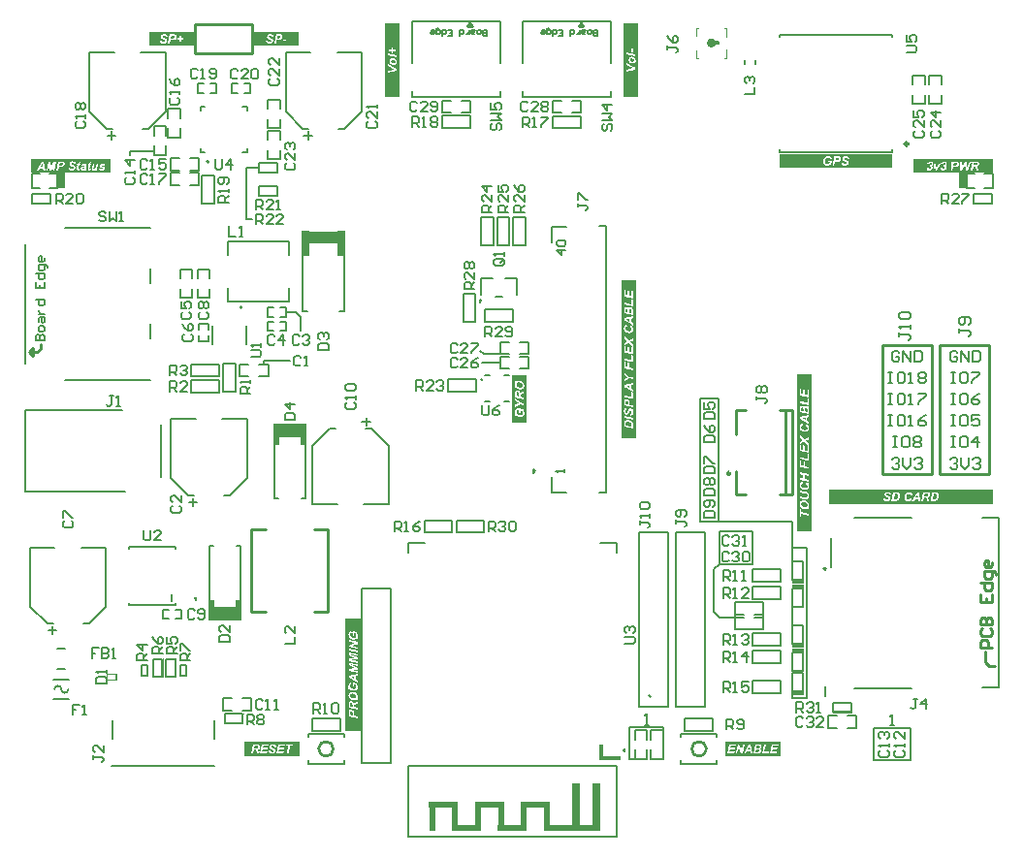
<source format=gto>
G04*
G04 #@! TF.GenerationSoftware,Altium Limited,Altium Designer,23.6.0 (18)*
G04*
G04 Layer_Color=65535*
%FSLAX25Y25*%
%MOIN*%
G70*
G04*
G04 #@! TF.SameCoordinates,B1711246-A666-457E-9349-3D56B44E1F9A*
G04*
G04*
G04 #@! TF.FilePolarity,Positive*
G04*
G01*
G75*
%ADD10C,0.00500*%
%ADD11C,0.01000*%
%ADD12C,0.00984*%
%ADD13C,0.00787*%
%ADD14C,0.00394*%
%ADD15C,0.01575*%
%ADD16C,0.00197*%
%ADD17C,0.00600*%
%ADD18C,0.00013*%
%ADD19C,0.00800*%
%ADD20C,0.00700*%
%ADD21R,0.01960X0.02772*%
%ADD22R,0.11195X0.04595*%
%ADD23R,0.01100X0.02600*%
%ADD24R,0.07795X0.01732*%
%ADD25R,0.01646X0.04244*%
%ADD26R,0.02100X0.10000*%
%ADD27R,0.10000X0.02100*%
%ADD28R,0.02800X0.16400*%
%ADD29R,0.09700X0.02100*%
%ADD30R,0.04000X0.01300*%
%ADD31R,0.02600X0.08800*%
%ADD32R,0.11800X0.04300*%
%ADD33R,0.02500X0.05200*%
G36*
X238480Y249235D02*
X237229D01*
X237189Y249196D01*
Y247896D01*
X238551D01*
X238590Y247936D01*
Y249125D01*
X238480Y249235D01*
D01*
D01*
D02*
G37*
G36*
X94000Y247485D02*
X78499D01*
Y252379D01*
X94000D01*
Y247485D01*
D02*
G37*
G36*
X29419Y203811D02*
X1981D01*
Y208705D01*
X29419D01*
Y203811D01*
D02*
G37*
G36*
X259615Y3373D02*
X240585D01*
Y8267D01*
X259615D01*
Y3373D01*
D02*
G37*
G36*
X210662Y255415D02*
Y229946D01*
X205768D01*
Y255415D01*
X210662D01*
D02*
G37*
G36*
X115334Y12039D02*
X110066D01*
Y50761D01*
X115334D01*
Y12039D01*
D02*
G37*
G36*
X172347Y118025D02*
X167453D01*
Y134375D01*
X172347D01*
Y118025D01*
D02*
G37*
G36*
X298137Y205553D02*
X259348D01*
Y210447D01*
X298137D01*
Y205553D01*
D02*
G37*
G36*
X270247Y80619D02*
X265353D01*
Y134799D01*
X270247D01*
Y80619D01*
D02*
G37*
G36*
X58026Y247485D02*
X42524D01*
Y252379D01*
X58026D01*
Y247485D01*
D02*
G37*
G36*
X332666Y203811D02*
X305228D01*
Y208705D01*
X332666D01*
Y203811D01*
D02*
G37*
G36*
X94375Y8267D02*
Y3373D01*
X75346D01*
Y8267D01*
X94375D01*
D02*
G37*
G36*
X128547Y229966D02*
X123653D01*
Y255434D01*
X128547D01*
Y229966D01*
D02*
G37*
G36*
X332683Y90070D02*
X276360D01*
Y94964D01*
X332683D01*
Y90070D01*
D02*
G37*
G36*
X209847Y112710D02*
X204953D01*
Y166890D01*
X209847D01*
Y112710D01*
D02*
G37*
%LPC*%
G36*
X84287Y251557D02*
X84235D01*
X84134Y251553D01*
X84043Y251548D01*
X83957Y251534D01*
X83876Y251515D01*
X83800Y251495D01*
X83733Y251476D01*
X83671Y251452D01*
X83613Y251428D01*
X83565Y251400D01*
X83522Y251376D01*
X83484Y251357D01*
X83455Y251338D01*
X83432Y251319D01*
X83417Y251304D01*
X83408Y251299D01*
X83403Y251295D01*
X83350Y251242D01*
X83307Y251189D01*
X83269Y251137D01*
X83236Y251080D01*
X83212Y251027D01*
X83188Y250970D01*
X83154Y250864D01*
X83130Y250774D01*
X83126Y250735D01*
X83121Y250702D01*
X83116Y250673D01*
Y250654D01*
Y250640D01*
Y250635D01*
X83121Y250554D01*
X83130Y250477D01*
X83145Y250410D01*
X83164Y250353D01*
X83183Y250305D01*
X83197Y250267D01*
X83207Y250248D01*
X83212Y250238D01*
X83250Y250176D01*
X83293Y250124D01*
X83336Y250076D01*
X83379Y250038D01*
X83417Y250004D01*
X83446Y249980D01*
X83465Y249966D01*
X83475Y249961D01*
X83546Y249918D01*
X83632Y249875D01*
X83718Y249832D01*
X83809Y249789D01*
X83886Y249755D01*
X83919Y249736D01*
X83953Y249727D01*
X83977Y249712D01*
X83996Y249703D01*
X84005Y249698D01*
X84010D01*
X84077Y249669D01*
X84134Y249641D01*
X84187Y249617D01*
X84235Y249598D01*
X84278Y249574D01*
X84316Y249555D01*
X84345Y249540D01*
X84373Y249526D01*
X84416Y249502D01*
X84440Y249483D01*
X84455Y249473D01*
X84459Y249469D01*
X84497Y249430D01*
X84526Y249392D01*
X84550Y249354D01*
X84564Y249316D01*
X84574Y249282D01*
X84579Y249258D01*
Y249239D01*
Y249234D01*
X84574Y249177D01*
X84555Y249125D01*
X84536Y249077D01*
X84507Y249034D01*
X84483Y249000D01*
X84459Y248976D01*
X84440Y248962D01*
X84435Y248957D01*
X84373Y248919D01*
X84302Y248895D01*
X84225Y248876D01*
X84149Y248862D01*
X84082Y248852D01*
X84024Y248847D01*
X83905D01*
X83838Y248857D01*
X83780Y248862D01*
X83728Y248876D01*
X83680Y248885D01*
X83637Y248900D01*
X83599Y248914D01*
X83570Y248933D01*
X83513Y248962D01*
X83479Y248991D01*
X83455Y249010D01*
X83451Y249014D01*
X83422Y249062D01*
X83398Y249120D01*
X83379Y249187D01*
X83365Y249249D01*
X83360Y249311D01*
X83355Y249363D01*
X83350Y249383D01*
Y249397D01*
Y249407D01*
Y249411D01*
X82734Y249378D01*
Y249263D01*
X82748Y249158D01*
X82762Y249062D01*
X82786Y248981D01*
X82805Y248914D01*
X82824Y248862D01*
X82834Y248843D01*
X82839Y248828D01*
X82844Y248823D01*
Y248819D01*
X82896Y248732D01*
X82963Y248656D01*
X83030Y248594D01*
X83102Y248536D01*
X83164Y248498D01*
X83216Y248465D01*
X83236Y248455D01*
X83250Y248446D01*
X83259Y248441D01*
X83264D01*
X83379Y248398D01*
X83499Y248364D01*
X83618Y248341D01*
X83728Y248326D01*
X83776Y248317D01*
X83824D01*
X83862Y248312D01*
X83900Y248307D01*
X83967D01*
X84072Y248312D01*
X84177Y248321D01*
X84268Y248336D01*
X84359Y248355D01*
X84440Y248374D01*
X84517Y248398D01*
X84583Y248427D01*
X84646Y248455D01*
X84703Y248479D01*
X84751Y248508D01*
X84789Y248532D01*
X84822Y248556D01*
X84851Y248570D01*
X84870Y248584D01*
X84880Y248594D01*
X84885Y248599D01*
X84942Y248656D01*
X84995Y248713D01*
X85038Y248776D01*
X85076Y248833D01*
X85109Y248895D01*
X85133Y248952D01*
X85157Y249010D01*
X85172Y249067D01*
X85186Y249115D01*
X85195Y249163D01*
X85205Y249206D01*
X85210Y249239D01*
X85215Y249273D01*
Y249292D01*
Y249306D01*
Y249311D01*
Y249373D01*
X85205Y249430D01*
X85181Y249540D01*
X85143Y249631D01*
X85105Y249712D01*
X85062Y249775D01*
X85023Y249822D01*
X84999Y249851D01*
X84995Y249861D01*
X84990D01*
X84956Y249889D01*
X84918Y249918D01*
X84870Y249951D01*
X84818Y249985D01*
X84708Y250047D01*
X84588Y250109D01*
X84478Y250162D01*
X84431Y250186D01*
X84387Y250205D01*
X84354Y250219D01*
X84325Y250233D01*
X84306Y250238D01*
X84302Y250243D01*
X84235Y250272D01*
X84177Y250296D01*
X84125Y250324D01*
X84077Y250348D01*
X84034Y250367D01*
X83996Y250386D01*
X83933Y250425D01*
X83886Y250448D01*
X83857Y250472D01*
X83838Y250482D01*
X83833Y250487D01*
X83800Y250525D01*
X83776Y250558D01*
X83757Y250597D01*
X83747Y250635D01*
X83737Y250664D01*
X83733Y250688D01*
Y250707D01*
Y250711D01*
X83737Y250764D01*
X83752Y250812D01*
X83771Y250850D01*
X83790Y250884D01*
X83809Y250912D01*
X83828Y250931D01*
X83843Y250946D01*
X83847Y250950D01*
X83895Y250984D01*
X83957Y251008D01*
X84020Y251022D01*
X84082Y251037D01*
X84139Y251041D01*
X84187Y251046D01*
X84230D01*
X84325Y251041D01*
X84411Y251027D01*
X84478Y251008D01*
X84536Y250984D01*
X84583Y250960D01*
X84617Y250941D01*
X84636Y250926D01*
X84641Y250922D01*
X84689Y250874D01*
X84727Y250817D01*
X84756Y250759D01*
X84780Y250707D01*
X84794Y250654D01*
X84803Y250616D01*
X84808Y250587D01*
Y250582D01*
Y250578D01*
X85425Y250602D01*
X85415Y250683D01*
X85401Y250754D01*
X85358Y250893D01*
X85329Y250955D01*
X85300Y251013D01*
X85272Y251065D01*
X85243Y251113D01*
X85215Y251151D01*
X85186Y251189D01*
X85157Y251223D01*
X85133Y251247D01*
X85114Y251266D01*
X85100Y251285D01*
X85090Y251290D01*
X85085Y251295D01*
X85028Y251342D01*
X84961Y251381D01*
X84894Y251419D01*
X84827Y251448D01*
X84684Y251495D01*
X84545Y251524D01*
X84483Y251534D01*
X84426Y251543D01*
X84373Y251548D01*
X84325Y251553D01*
X84287Y251557D01*
D02*
G37*
G36*
X89784Y249794D02*
X88599D01*
X88479Y249201D01*
X89665D01*
X89784Y249794D01*
D02*
G37*
G36*
X87576Y251505D02*
X86209D01*
X85559Y248364D01*
X86199D01*
X86453Y249564D01*
X87074D01*
X87131Y249569D01*
X87232D01*
X87270Y249574D01*
X87342D01*
X87366Y249579D01*
X87409D01*
X87428Y249583D01*
X87437D01*
X87528Y249598D01*
X87609Y249617D01*
X87681Y249636D01*
X87738Y249650D01*
X87786Y249665D01*
X87820Y249679D01*
X87844Y249684D01*
X87848Y249689D01*
X87906Y249717D01*
X87958Y249751D01*
X88011Y249784D01*
X88054Y249818D01*
X88087Y249846D01*
X88116Y249870D01*
X88135Y249889D01*
X88140Y249894D01*
X88188Y249947D01*
X88231Y250009D01*
X88269Y250066D01*
X88302Y250124D01*
X88331Y250176D01*
X88350Y250214D01*
X88360Y250243D01*
X88364Y250248D01*
Y250253D01*
X88398Y250339D01*
X88422Y250420D01*
X88436Y250496D01*
X88450Y250568D01*
X88455Y250630D01*
X88460Y250673D01*
Y250716D01*
X88455Y250807D01*
X88441Y250893D01*
X88422Y250965D01*
X88403Y251032D01*
X88379Y251084D01*
X88360Y251122D01*
X88345Y251146D01*
X88341Y251156D01*
X88293Y251223D01*
X88245Y251275D01*
X88192Y251323D01*
X88140Y251361D01*
X88097Y251390D01*
X88059Y251409D01*
X88035Y251419D01*
X88025Y251424D01*
X87944Y251452D01*
X87858Y251471D01*
X87772Y251486D01*
X87686Y251495D01*
X87609Y251500D01*
X87576Y251505D01*
D02*
G37*
%LPD*%
G36*
X87366Y250984D02*
X87409D01*
X87480Y250979D01*
X87533Y250974D01*
X87576Y250965D01*
X87600Y250960D01*
X87614Y250955D01*
X87619D01*
X87681Y250926D01*
X87724Y250888D01*
X87753Y250860D01*
X87762Y250855D01*
Y250850D01*
X87781Y250821D01*
X87791Y250793D01*
X87810Y250731D01*
Y250702D01*
X87815Y250683D01*
Y250668D01*
Y250664D01*
X87810Y250602D01*
X87801Y250544D01*
X87781Y250492D01*
X87767Y250444D01*
X87748Y250406D01*
X87729Y250377D01*
X87719Y250358D01*
X87714Y250353D01*
X87676Y250305D01*
X87628Y250262D01*
X87585Y250229D01*
X87542Y250200D01*
X87504Y250181D01*
X87471Y250167D01*
X87451Y250157D01*
X87442Y250152D01*
X87404Y250143D01*
X87366Y250133D01*
X87313Y250124D01*
X87265Y250119D01*
X87150Y250104D01*
X87036Y250100D01*
X86931Y250095D01*
X86883Y250090D01*
X86562D01*
X86749Y250989D01*
X87322D01*
X87366Y250984D01*
D02*
G37*
%LPC*%
G36*
X16329Y207825D02*
X16279D01*
X16182Y207821D01*
X16094Y207816D01*
X16011Y207802D01*
X15933Y207784D01*
X15859Y207766D01*
X15795Y207747D01*
X15735Y207724D01*
X15679Y207701D01*
X15633Y207673D01*
X15592Y207650D01*
X15555Y207632D01*
X15527Y207613D01*
X15504Y207595D01*
X15490Y207581D01*
X15481Y207576D01*
X15476Y207572D01*
X15426Y207521D01*
X15384Y207470D01*
X15347Y207420D01*
X15315Y207364D01*
X15292Y207314D01*
X15269Y207258D01*
X15237Y207157D01*
X15214Y207069D01*
X15209Y207032D01*
X15204Y207000D01*
X15200Y206973D01*
Y206954D01*
Y206940D01*
Y206936D01*
X15204Y206857D01*
X15214Y206784D01*
X15227Y206719D01*
X15246Y206664D01*
X15264Y206618D01*
X15278Y206581D01*
X15287Y206562D01*
X15292Y206553D01*
X15329Y206493D01*
X15370Y206442D01*
X15412Y206396D01*
X15453Y206360D01*
X15490Y206327D01*
X15518Y206304D01*
X15536Y206290D01*
X15546Y206286D01*
X15615Y206244D01*
X15698Y206203D01*
X15781Y206161D01*
X15868Y206120D01*
X15942Y206087D01*
X15974Y206069D01*
X16007Y206060D01*
X16030Y206046D01*
X16048Y206037D01*
X16057Y206032D01*
X16062D01*
X16126Y206005D01*
X16182Y205977D01*
X16232Y205954D01*
X16279Y205935D01*
X16320Y205912D01*
X16357Y205894D01*
X16385Y205880D01*
X16412Y205866D01*
X16454Y205843D01*
X16477Y205825D01*
X16491Y205816D01*
X16495Y205811D01*
X16532Y205774D01*
X16560Y205737D01*
X16583Y205700D01*
X16597Y205663D01*
X16606Y205631D01*
X16611Y205608D01*
Y205590D01*
Y205585D01*
X16606Y205530D01*
X16587Y205479D01*
X16569Y205433D01*
X16541Y205391D01*
X16518Y205359D01*
X16495Y205336D01*
X16477Y205322D01*
X16472Y205318D01*
X16412Y205281D01*
X16343Y205258D01*
X16269Y205239D01*
X16196Y205225D01*
X16131Y205216D01*
X16076Y205212D01*
X15960D01*
X15896Y205221D01*
X15841Y205225D01*
X15790Y205239D01*
X15744Y205248D01*
X15702Y205262D01*
X15665Y205276D01*
X15638Y205294D01*
X15583Y205322D01*
X15550Y205350D01*
X15527Y205368D01*
X15522Y205373D01*
X15495Y205419D01*
X15472Y205474D01*
X15453Y205539D01*
X15439Y205599D01*
X15435Y205659D01*
X15430Y205710D01*
X15426Y205728D01*
Y205742D01*
Y205751D01*
Y205755D01*
X14831Y205723D01*
Y205613D01*
X14845Y205511D01*
X14859Y205419D01*
X14882Y205341D01*
X14900Y205276D01*
X14919Y205225D01*
X14928Y205207D01*
X14932Y205193D01*
X14937Y205188D01*
Y205184D01*
X14988Y205101D01*
X15052Y205027D01*
X15117Y204967D01*
X15186Y204912D01*
X15246Y204875D01*
X15297Y204843D01*
X15315Y204834D01*
X15329Y204824D01*
X15338Y204820D01*
X15343D01*
X15453Y204778D01*
X15569Y204746D01*
X15684Y204723D01*
X15790Y204709D01*
X15836Y204700D01*
X15882D01*
X15919Y204695D01*
X15956Y204691D01*
X16020D01*
X16122Y204695D01*
X16223Y204704D01*
X16311Y204718D01*
X16398Y204737D01*
X16477Y204755D01*
X16551Y204778D01*
X16615Y204806D01*
X16675Y204834D01*
X16730Y204857D01*
X16776Y204884D01*
X16813Y204907D01*
X16846Y204930D01*
X16873Y204944D01*
X16892Y204958D01*
X16901Y204967D01*
X16905Y204972D01*
X16961Y205027D01*
X17011Y205083D01*
X17053Y205142D01*
X17090Y205198D01*
X17122Y205258D01*
X17145Y205313D01*
X17168Y205368D01*
X17182Y205424D01*
X17196Y205470D01*
X17205Y205516D01*
X17214Y205557D01*
X17219Y205590D01*
X17224Y205622D01*
Y205640D01*
Y205654D01*
Y205659D01*
Y205719D01*
X17214Y205774D01*
X17191Y205880D01*
X17154Y205968D01*
X17118Y206046D01*
X17076Y206106D01*
X17039Y206152D01*
X17016Y206180D01*
X17011Y206189D01*
X17007D01*
X16975Y206217D01*
X16938Y206244D01*
X16892Y206276D01*
X16841Y206309D01*
X16735Y206369D01*
X16620Y206429D01*
X16514Y206479D01*
X16468Y206502D01*
X16426Y206521D01*
X16394Y206535D01*
X16366Y206549D01*
X16348Y206553D01*
X16343Y206558D01*
X16279Y206585D01*
X16223Y206608D01*
X16172Y206636D01*
X16126Y206659D01*
X16085Y206678D01*
X16048Y206696D01*
X15988Y206733D01*
X15942Y206756D01*
X15914Y206779D01*
X15896Y206788D01*
X15891Y206793D01*
X15859Y206830D01*
X15836Y206862D01*
X15818Y206899D01*
X15808Y206936D01*
X15799Y206963D01*
X15795Y206986D01*
Y207005D01*
Y207010D01*
X15799Y207060D01*
X15813Y207106D01*
X15831Y207143D01*
X15850Y207175D01*
X15868Y207203D01*
X15887Y207222D01*
X15901Y207235D01*
X15905Y207240D01*
X15951Y207272D01*
X16011Y207295D01*
X16071Y207309D01*
X16131Y207323D01*
X16186Y207328D01*
X16232Y207332D01*
X16274D01*
X16366Y207328D01*
X16449Y207314D01*
X16514Y207295D01*
X16569Y207272D01*
X16615Y207249D01*
X16647Y207231D01*
X16666Y207217D01*
X16670Y207212D01*
X16716Y207166D01*
X16753Y207111D01*
X16781Y207056D01*
X16804Y207005D01*
X16818Y206954D01*
X16827Y206917D01*
X16832Y206890D01*
Y206885D01*
Y206880D01*
X17426Y206903D01*
X17417Y206982D01*
X17403Y207051D01*
X17362Y207185D01*
X17334Y207245D01*
X17307Y207300D01*
X17279Y207351D01*
X17251Y207397D01*
X17224Y207434D01*
X17196Y207470D01*
X17168Y207503D01*
X17145Y207526D01*
X17127Y207544D01*
X17113Y207563D01*
X17104Y207567D01*
X17099Y207572D01*
X17044Y207618D01*
X16979Y207655D01*
X16915Y207692D01*
X16850Y207719D01*
X16712Y207766D01*
X16578Y207793D01*
X16518Y207802D01*
X16463Y207812D01*
X16412Y207816D01*
X16366Y207821D01*
X16329Y207825D01*
D02*
G37*
G36*
X26614Y206996D02*
X26545D01*
X26448Y206991D01*
X26356Y206986D01*
X26273Y206973D01*
X26195Y206954D01*
X26121Y206936D01*
X26056Y206913D01*
X25996Y206885D01*
X25946Y206862D01*
X25895Y206839D01*
X25858Y206811D01*
X25821Y206788D01*
X25794Y206770D01*
X25771Y206751D01*
X25757Y206742D01*
X25747Y206733D01*
X25743Y206728D01*
X25678Y206655D01*
X25632Y206581D01*
X25595Y206502D01*
X25572Y206433D01*
X25559Y206373D01*
X25554Y206323D01*
X25549Y206304D01*
Y206295D01*
Y206286D01*
Y206281D01*
X25554Y206235D01*
X25559Y206189D01*
X25581Y206106D01*
X25614Y206032D01*
X25651Y205972D01*
X25683Y205922D01*
X25715Y205885D01*
X25738Y205866D01*
X25747Y205857D01*
X25775Y205838D01*
X25812Y205816D01*
X25858Y205792D01*
X25909Y205769D01*
X26015Y205723D01*
X26130Y205677D01*
X26241Y205640D01*
X26287Y205622D01*
X26328Y205603D01*
X26365Y205594D01*
X26393Y205585D01*
X26411Y205576D01*
X26416D01*
X26485Y205553D01*
X26536Y205530D01*
X26582Y205511D01*
X26614Y205497D01*
X26637Y205484D01*
X26651Y205474D01*
X26660Y205465D01*
X26688Y205428D01*
X26702Y205391D01*
X26706Y205364D01*
Y205359D01*
Y205354D01*
X26702Y205322D01*
X26693Y205294D01*
X26665Y205244D01*
X26646Y205225D01*
X26633Y205216D01*
X26623Y205207D01*
X26619Y205202D01*
X26573Y205175D01*
X26517Y205152D01*
X26462Y205138D01*
X26411Y205124D01*
X26365Y205119D01*
X26324Y205115D01*
X26291D01*
X26222Y205119D01*
X26162Y205129D01*
X26107Y205138D01*
X26066Y205152D01*
X26029Y205166D01*
X26006Y205179D01*
X25987Y205184D01*
X25983Y205188D01*
X25941Y205221D01*
X25904Y205262D01*
X25872Y205304D01*
X25844Y205345D01*
X25821Y205387D01*
X25807Y205419D01*
X25798Y205437D01*
X25794Y205447D01*
X25222Y205354D01*
X25264Y205244D01*
X25314Y205142D01*
X25374Y205059D01*
X25434Y204990D01*
X25485Y204935D01*
X25531Y204893D01*
X25549Y204880D01*
X25563Y204870D01*
X25568Y204861D01*
X25572D01*
X25623Y204834D01*
X25678Y204806D01*
X25798Y204764D01*
X25918Y204732D01*
X26038Y204714D01*
X26089Y204704D01*
X26139Y204700D01*
X26185Y204695D01*
X26227D01*
X26259Y204691D01*
X26305D01*
X26393Y204695D01*
X26476Y204700D01*
X26554Y204714D01*
X26623Y204728D01*
X26688Y204741D01*
X26752Y204764D01*
X26808Y204783D01*
X26858Y204806D01*
X26900Y204824D01*
X26941Y204847D01*
X26974Y204866D01*
X27001Y204880D01*
X27020Y204898D01*
X27034Y204907D01*
X27043Y204912D01*
X27048Y204917D01*
X27094Y204963D01*
X27135Y205004D01*
X27167Y205050D01*
X27200Y205101D01*
X27227Y205147D01*
X27246Y205188D01*
X27278Y205276D01*
X27297Y205350D01*
X27301Y205382D01*
X27306Y205410D01*
X27310Y205428D01*
Y205447D01*
Y205456D01*
Y205461D01*
Y205507D01*
X27301Y205548D01*
X27278Y205627D01*
X27246Y205700D01*
X27209Y205760D01*
X27167Y205811D01*
X27135Y205843D01*
X27112Y205866D01*
X27108Y205875D01*
X27103D01*
X27071Y205898D01*
X27034Y205922D01*
X26951Y205968D01*
X26854Y206009D01*
X26757Y206046D01*
X26665Y206078D01*
X26628Y206092D01*
X26591Y206101D01*
X26564Y206111D01*
X26540Y206120D01*
X26527Y206124D01*
X26522D01*
X26471Y206138D01*
X26425Y206152D01*
X26388Y206166D01*
X26351Y206180D01*
X26291Y206198D01*
X26250Y206212D01*
X26218Y206226D01*
X26199Y206235D01*
X26190Y206240D01*
X26185D01*
X26158Y206263D01*
X26139Y206286D01*
X26125Y206309D01*
X26116Y206332D01*
X26112Y206350D01*
X26107Y206364D01*
Y206373D01*
Y206378D01*
X26112Y206410D01*
X26121Y206433D01*
X26149Y206479D01*
X26162Y206498D01*
X26172Y206512D01*
X26181Y206516D01*
X26185Y206521D01*
X26222Y206544D01*
X26264Y206558D01*
X26351Y206576D01*
X26388Y206581D01*
X26425Y206585D01*
X26453D01*
X26517Y206581D01*
X26582Y206572D01*
X26633Y206558D01*
X26683Y206544D01*
X26720Y206530D01*
X26748Y206516D01*
X26766Y206507D01*
X26771Y206502D01*
X26803Y206479D01*
X26836Y206452D01*
X26858Y206419D01*
X26877Y206392D01*
X26895Y206369D01*
X26905Y206346D01*
X26914Y206332D01*
Y206327D01*
X27462Y206419D01*
X27435Y206512D01*
X27393Y206595D01*
X27347Y206668D01*
X27301Y206728D01*
X27260Y206774D01*
X27223Y206811D01*
X27195Y206830D01*
X27190Y206839D01*
X27186D01*
X27144Y206867D01*
X27098Y206890D01*
X26992Y206931D01*
X26886Y206959D01*
X26785Y206977D01*
X26693Y206986D01*
X26651Y206991D01*
X26614Y206996D01*
D02*
G37*
G36*
X10668Y207775D02*
X9774D01*
X8829Y205696D01*
X8732Y207775D01*
X7847D01*
X7215Y204746D01*
X7778D01*
X8257Y207272D01*
X8368Y204746D01*
X8958D01*
X10078Y207254D01*
X9557Y204746D01*
X10120D01*
X10668Y207775D01*
D02*
G37*
G36*
X25088Y206940D02*
X24503D01*
X24263Y205889D01*
X24249Y205820D01*
X24235Y205760D01*
X24222Y205710D01*
X24212Y205668D01*
X24203Y205636D01*
X24194Y205613D01*
X24189Y205599D01*
Y205594D01*
X24171Y205548D01*
X24152Y205507D01*
X24134Y205470D01*
X24116Y205442D01*
X24102Y205414D01*
X24088Y205396D01*
X24083Y205387D01*
X24079Y205382D01*
X24037Y205322D01*
X23996Y205276D01*
X23977Y205258D01*
X23963Y205248D01*
X23954Y205239D01*
X23950Y205235D01*
X23894Y205193D01*
X23853Y205166D01*
X23834Y205156D01*
X23821Y205147D01*
X23811Y205142D01*
X23807D01*
X23756Y205129D01*
X23710Y205119D01*
X23696Y205115D01*
X23668D01*
X23631Y205119D01*
X23604Y205124D01*
X23553Y205147D01*
X23535Y205161D01*
X23521Y205170D01*
X23512Y205175D01*
X23507Y205179D01*
X23484Y205207D01*
X23470Y205235D01*
X23452Y205290D01*
X23447Y205313D01*
X23442Y205331D01*
Y205341D01*
Y205345D01*
X23447Y205373D01*
X23452Y205414D01*
X23461Y205461D01*
X23470Y205511D01*
X23479Y205557D01*
X23489Y205599D01*
X23498Y205627D01*
Y205631D01*
Y205636D01*
X23788Y206940D01*
X23194D01*
X22917Y205714D01*
X22903Y205654D01*
X22894Y205599D01*
X22885Y205548D01*
X22875Y205502D01*
X22862Y205424D01*
X22852Y205364D01*
X22848Y205318D01*
X22843Y205285D01*
Y205262D01*
X22848Y205170D01*
X22866Y205087D01*
X22889Y205013D01*
X22912Y204953D01*
X22940Y204907D01*
X22958Y204870D01*
X22977Y204852D01*
X22982Y204843D01*
X23041Y204792D01*
X23101Y204755D01*
X23170Y204728D01*
X23230Y204709D01*
X23286Y204700D01*
X23332Y204695D01*
X23350Y204691D01*
X23373D01*
X23447Y204695D01*
X23521Y204704D01*
X23590Y204723D01*
X23655Y204741D01*
X23779Y204797D01*
X23834Y204829D01*
X23885Y204861D01*
X23936Y204889D01*
X23977Y204921D01*
X24014Y204949D01*
X24042Y204977D01*
X24069Y204995D01*
X24088Y205013D01*
X24097Y205023D01*
X24102Y205027D01*
X24042Y204746D01*
X24595D01*
X25088Y206940D01*
D02*
G37*
G36*
X20262Y206996D02*
X20220D01*
X20073Y206986D01*
X19943Y206968D01*
X19833Y206945D01*
X19782Y206926D01*
X19736Y206913D01*
X19695Y206899D01*
X19662Y206880D01*
X19630Y206867D01*
X19607Y206857D01*
X19589Y206843D01*
X19575Y206839D01*
X19566Y206830D01*
X19561D01*
X19478Y206761D01*
X19404Y206687D01*
X19344Y206613D01*
X19298Y206539D01*
X19261Y206475D01*
X19238Y206419D01*
X19229Y206401D01*
X19224Y206387D01*
X19220Y206378D01*
Y206373D01*
X19796Y206327D01*
X19810Y206369D01*
X19828Y206406D01*
X19851Y206433D01*
X19870Y206461D01*
X19888Y206479D01*
X19907Y206493D01*
X19916Y206502D01*
X19920Y206507D01*
X19957Y206530D01*
X19999Y206544D01*
X20082Y206562D01*
X20114Y206567D01*
X20142Y206572D01*
X20169D01*
X20225Y206567D01*
X20271Y206562D01*
X20308Y206553D01*
X20340Y206539D01*
X20368Y206525D01*
X20386Y206516D01*
X20395Y206512D01*
X20400Y206507D01*
X20428Y206484D01*
X20446Y206456D01*
X20460Y206429D01*
X20469Y206401D01*
X20474Y206378D01*
X20478Y206364D01*
Y206350D01*
Y206346D01*
Y206318D01*
X20474Y206286D01*
X20460Y206221D01*
X20451Y206189D01*
X20441Y206170D01*
X20437Y206152D01*
Y206147D01*
X20409Y206138D01*
X20372Y206129D01*
X20335Y206120D01*
X20289Y206111D01*
X20197Y206097D01*
X20100Y206083D01*
X20013Y206074D01*
X19976Y206069D01*
X19939Y206064D01*
X19911D01*
X19888Y206060D01*
X19870D01*
X19778Y206051D01*
X19695Y206041D01*
X19621Y206028D01*
X19547Y206009D01*
X19487Y205991D01*
X19427Y205972D01*
X19376Y205954D01*
X19335Y205935D01*
X19294Y205912D01*
X19261Y205894D01*
X19234Y205880D01*
X19210Y205866D01*
X19197Y205852D01*
X19183Y205843D01*
X19178Y205834D01*
X19174D01*
X19109Y205760D01*
X19063Y205677D01*
X19026Y205590D01*
X19003Y205511D01*
X18989Y205437D01*
X18985Y205405D01*
Y205378D01*
X18980Y205359D01*
Y205341D01*
Y205331D01*
Y205327D01*
X18989Y205225D01*
X19008Y205138D01*
X19035Y205059D01*
X19068Y204990D01*
X19100Y204940D01*
X19128Y204898D01*
X19146Y204875D01*
X19155Y204866D01*
X19224Y204806D01*
X19303Y204764D01*
X19376Y204732D01*
X19450Y204714D01*
X19510Y204700D01*
X19561Y204695D01*
X19579Y204691D01*
X19607D01*
X19671Y204695D01*
X19732Y204704D01*
X19791Y204714D01*
X19842Y204732D01*
X19884Y204746D01*
X19920Y204755D01*
X19939Y204764D01*
X19948Y204769D01*
X20008Y204801D01*
X20068Y204838D01*
X20119Y204875D01*
X20165Y204907D01*
X20202Y204940D01*
X20229Y204967D01*
X20248Y204986D01*
X20252Y204990D01*
X20262Y204898D01*
X20266Y204857D01*
X20275Y204820D01*
X20280Y204787D01*
X20289Y204764D01*
X20294Y204751D01*
Y204746D01*
X20870D01*
X20856Y204811D01*
X20843Y204866D01*
X20833Y204917D01*
X20829Y204963D01*
Y205004D01*
X20824Y205032D01*
Y205050D01*
Y205055D01*
Y205087D01*
X20829Y205124D01*
X20838Y205207D01*
X20852Y205299D01*
X20865Y205391D01*
X20879Y205474D01*
X20889Y205511D01*
X20893Y205543D01*
X20898Y205571D01*
X20902Y205590D01*
X20907Y205603D01*
Y205608D01*
X20925Y205691D01*
X20944Y205769D01*
X20958Y205838D01*
X20971Y205898D01*
X20981Y205954D01*
X20995Y206000D01*
X21004Y206041D01*
X21008Y206078D01*
X21013Y206111D01*
X21022Y206134D01*
Y206152D01*
X21027Y206170D01*
X21032Y206189D01*
Y206193D01*
X21041Y206272D01*
X21045Y206309D01*
X21050Y206341D01*
Y206452D01*
X21041Y206493D01*
X21018Y206572D01*
X20985Y206645D01*
X20948Y206705D01*
X20912Y206756D01*
X20879Y206788D01*
X20856Y206811D01*
X20852Y206821D01*
X20847D01*
X20806Y206853D01*
X20764Y206880D01*
X20663Y206922D01*
X20561Y206954D01*
X20460Y206973D01*
X20363Y206986D01*
X20326Y206991D01*
X20289D01*
X20262Y206996D01*
D02*
G37*
G36*
X12683Y207775D02*
X11364D01*
X10737Y204746D01*
X11355D01*
X11599Y205903D01*
X12199D01*
X12254Y205908D01*
X12351D01*
X12388Y205912D01*
X12457D01*
X12480Y205917D01*
X12521D01*
X12540Y205922D01*
X12549D01*
X12637Y205935D01*
X12715Y205954D01*
X12784Y205972D01*
X12840Y205986D01*
X12886Y206000D01*
X12918Y206014D01*
X12941Y206018D01*
X12946Y206023D01*
X13001Y206051D01*
X13052Y206083D01*
X13102Y206115D01*
X13144Y206147D01*
X13176Y206175D01*
X13204Y206198D01*
X13222Y206217D01*
X13227Y206221D01*
X13273Y206272D01*
X13314Y206332D01*
X13351Y206387D01*
X13384Y206442D01*
X13411Y206493D01*
X13430Y206530D01*
X13439Y206558D01*
X13443Y206562D01*
Y206567D01*
X13476Y206650D01*
X13499Y206728D01*
X13513Y206802D01*
X13526Y206871D01*
X13531Y206931D01*
X13536Y206973D01*
Y207014D01*
X13531Y207102D01*
X13517Y207185D01*
X13499Y207254D01*
X13480Y207318D01*
X13457Y207369D01*
X13439Y207406D01*
X13425Y207429D01*
X13420Y207438D01*
X13374Y207503D01*
X13328Y207554D01*
X13277Y207599D01*
X13227Y207636D01*
X13185Y207664D01*
X13148Y207682D01*
X13125Y207692D01*
X13116Y207696D01*
X13038Y207724D01*
X12955Y207743D01*
X12872Y207756D01*
X12789Y207766D01*
X12715Y207770D01*
X12683Y207775D01*
D02*
G37*
G36*
X6349D02*
X5643D01*
X3938Y204746D01*
X4583D01*
X4947Y205414D01*
X6146D01*
X6247Y204746D01*
X6837D01*
X6349Y207775D01*
D02*
G37*
G36*
X22585Y207696D02*
X21912Y207286D01*
X21843Y206940D01*
X21552D01*
X21460Y206502D01*
X21755D01*
X21566Y205613D01*
X21552Y205548D01*
X21539Y205488D01*
X21529Y205433D01*
X21520Y205387D01*
X21516Y205345D01*
X21506Y205304D01*
X21502Y205272D01*
X21497Y205244D01*
X21493Y205198D01*
X21488Y205170D01*
Y205152D01*
Y205147D01*
X21493Y205069D01*
X21511Y205004D01*
X21534Y204944D01*
X21557Y204898D01*
X21585Y204861D01*
X21603Y204834D01*
X21621Y204815D01*
X21626Y204811D01*
X21686Y204769D01*
X21760Y204741D01*
X21834Y204718D01*
X21907Y204704D01*
X21976Y204695D01*
X22032Y204691D01*
X22083D01*
X22202Y204695D01*
X22253Y204700D01*
X22304Y204709D01*
X22341Y204714D01*
X22373Y204718D01*
X22396Y204723D01*
X22401D01*
X22493Y205161D01*
X22437Y205156D01*
X22396Y205152D01*
X22359Y205147D01*
X22332D01*
X22313Y205142D01*
X22253D01*
X22221Y205147D01*
X22193Y205156D01*
X22170Y205161D01*
X22156Y205170D01*
X22142Y205175D01*
X22138Y205179D01*
X22133D01*
X22110Y205216D01*
X22096Y205248D01*
X22092Y205281D01*
Y205285D01*
Y205290D01*
Y205299D01*
X22096Y205313D01*
X22101Y205350D01*
X22110Y205396D01*
X22119Y205447D01*
X22129Y205493D01*
X22138Y205534D01*
X22147Y205567D01*
Y205571D01*
Y205576D01*
X22341Y206502D01*
X22700D01*
X22793Y206940D01*
X22428D01*
X22585Y207696D01*
D02*
G37*
G36*
X18828D02*
X18155Y207286D01*
X18086Y206940D01*
X17795D01*
X17703Y206502D01*
X17998D01*
X17809Y205613D01*
X17795Y205548D01*
X17781Y205488D01*
X17772Y205433D01*
X17763Y205387D01*
X17758Y205345D01*
X17749Y205304D01*
X17744Y205272D01*
X17740Y205244D01*
X17735Y205198D01*
X17731Y205170D01*
Y205152D01*
Y205147D01*
X17735Y205069D01*
X17754Y205004D01*
X17777Y204944D01*
X17800Y204898D01*
X17828Y204861D01*
X17846Y204834D01*
X17864Y204815D01*
X17869Y204811D01*
X17929Y204769D01*
X18003Y204741D01*
X18077Y204718D01*
X18150Y204704D01*
X18219Y204695D01*
X18275Y204691D01*
X18325D01*
X18445Y204695D01*
X18496Y204700D01*
X18547Y204709D01*
X18584Y204714D01*
X18616Y204718D01*
X18639Y204723D01*
X18643D01*
X18736Y205161D01*
X18680Y205156D01*
X18639Y205152D01*
X18602Y205147D01*
X18574D01*
X18556Y205142D01*
X18496D01*
X18464Y205147D01*
X18436Y205156D01*
X18413Y205161D01*
X18399Y205170D01*
X18385Y205175D01*
X18381Y205179D01*
X18376D01*
X18353Y205216D01*
X18339Y205248D01*
X18335Y205281D01*
Y205285D01*
Y205290D01*
Y205299D01*
X18339Y205313D01*
X18344Y205350D01*
X18353Y205396D01*
X18362Y205447D01*
X18372Y205493D01*
X18381Y205534D01*
X18390Y205567D01*
Y205571D01*
Y205576D01*
X18584Y206502D01*
X18943D01*
X18980Y206678D01*
X19035Y206940D01*
X18671D01*
X18828Y207696D01*
D02*
G37*
%LPD*%
G36*
X20345Y205691D02*
X20326Y205617D01*
X20308Y205548D01*
X20289Y205493D01*
X20275Y205447D01*
X20262Y205414D01*
X20248Y205387D01*
X20243Y205373D01*
X20239Y205368D01*
X20215Y205331D01*
X20183Y205299D01*
X20156Y205272D01*
X20128Y205248D01*
X20100Y205230D01*
X20077Y205216D01*
X20063Y205207D01*
X20059Y205202D01*
X20013Y205179D01*
X19971Y205166D01*
X19930Y205152D01*
X19888Y205147D01*
X19856Y205142D01*
X19828Y205138D01*
X19805D01*
X19764Y205142D01*
X19727Y205147D01*
X19690Y205161D01*
X19662Y205175D01*
X19639Y205184D01*
X19625Y205198D01*
X19616Y205202D01*
X19612Y205207D01*
X19589Y205235D01*
X19570Y205267D01*
X19556Y205294D01*
X19547Y205322D01*
X19542Y205345D01*
X19538Y205364D01*
Y205378D01*
Y205382D01*
X19542Y205428D01*
X19552Y205470D01*
X19570Y205502D01*
X19589Y205534D01*
X19602Y205553D01*
X19621Y205571D01*
X19630Y205580D01*
X19635Y205585D01*
X19662Y205603D01*
X19699Y205622D01*
X19741Y205640D01*
X19782Y205654D01*
X19879Y205682D01*
X19976Y205705D01*
X20068Y205723D01*
X20109Y205732D01*
X20146Y205737D01*
X20179Y205742D01*
X20202D01*
X20215Y205746D01*
X20220D01*
X20280Y205755D01*
X20326Y205765D01*
X20340Y205769D01*
X20354D01*
X20358Y205774D01*
X20363D01*
X20345Y205691D01*
D02*
G37*
G36*
X12480Y207272D02*
X12521D01*
X12591Y207268D01*
X12641Y207263D01*
X12683Y207254D01*
X12706Y207249D01*
X12720Y207245D01*
X12724D01*
X12784Y207217D01*
X12826Y207180D01*
X12853Y207152D01*
X12863Y207148D01*
Y207143D01*
X12881Y207116D01*
X12890Y207088D01*
X12909Y207028D01*
Y207000D01*
X12913Y206982D01*
Y206968D01*
Y206963D01*
X12909Y206903D01*
X12899Y206848D01*
X12881Y206797D01*
X12867Y206751D01*
X12849Y206714D01*
X12830Y206687D01*
X12821Y206668D01*
X12817Y206664D01*
X12780Y206618D01*
X12733Y206576D01*
X12692Y206544D01*
X12651Y206516D01*
X12614Y206498D01*
X12581Y206484D01*
X12563Y206475D01*
X12554Y206470D01*
X12517Y206461D01*
X12480Y206452D01*
X12429Y206442D01*
X12383Y206438D01*
X12273Y206424D01*
X12162Y206419D01*
X12060Y206415D01*
X12014Y206410D01*
X11705D01*
X11885Y207277D01*
X12438D01*
X12480Y207272D01*
D02*
G37*
G36*
X6072Y205922D02*
X5224D01*
X5892Y207138D01*
X6072Y205922D01*
D02*
G37*
%LPC*%
G36*
X247246Y7335D02*
X246666D01*
X246246Y5306D01*
X245426Y7335D01*
X244845D01*
X244259Y4507D01*
X244218Y4306D01*
X244794D01*
X245218Y6344D01*
X246039Y4306D01*
X246615D01*
X247246Y7335D01*
D02*
G37*
G36*
X258818D02*
X256568D01*
X255941Y4306D01*
X258306D01*
X258412Y4813D01*
X256651D01*
X256826Y5634D01*
X258407D01*
X258513Y6141D01*
X256937D01*
X257089Y6828D01*
X258712D01*
X258818Y7335D01*
D02*
G37*
G36*
X254622D02*
X254000D01*
X253373Y4306D01*
X255535D01*
X255641Y4813D01*
X254097D01*
X254622Y7335D01*
D02*
G37*
G36*
X252082D02*
X250930D01*
X250303Y4306D01*
X251815D01*
X251893Y4311D01*
X251972Y4315D01*
X252041Y4324D01*
X252110Y4329D01*
X252170Y4338D01*
X252225Y4348D01*
X252276Y4361D01*
X252317Y4371D01*
X252359Y4380D01*
X252391Y4389D01*
X252419Y4394D01*
X252442Y4403D01*
X252456Y4408D01*
X252465Y4412D01*
X252469D01*
X252566Y4458D01*
X252649Y4513D01*
X252723Y4569D01*
X252788Y4629D01*
X252834Y4679D01*
X252871Y4721D01*
X252889Y4753D01*
X252898Y4758D01*
Y4763D01*
X252949Y4855D01*
X252991Y4947D01*
X253018Y5034D01*
X253037Y5113D01*
X253046Y5182D01*
X253050Y5210D01*
X253055Y5233D01*
Y5251D01*
Y5265D01*
Y5274D01*
Y5279D01*
X253050Y5353D01*
X253037Y5426D01*
X253013Y5486D01*
X252991Y5542D01*
X252963Y5588D01*
X252944Y5620D01*
X252926Y5638D01*
X252921Y5648D01*
X252871Y5708D01*
X252811Y5754D01*
X252751Y5795D01*
X252695Y5827D01*
X252640Y5850D01*
X252599Y5864D01*
X252571Y5874D01*
X252566Y5878D01*
X252562D01*
X252663Y5920D01*
X252751Y5961D01*
X252824Y6012D01*
X252884Y6053D01*
X252930Y6095D01*
X252963Y6127D01*
X252986Y6150D01*
X252991Y6159D01*
X253037Y6233D01*
X253074Y6307D01*
X253097Y6381D01*
X253115Y6450D01*
X253124Y6510D01*
X253133Y6556D01*
Y6597D01*
X253129Y6666D01*
X253119Y6731D01*
X253106Y6786D01*
X253092Y6837D01*
X253078Y6878D01*
X253064Y6911D01*
X253055Y6934D01*
X253050Y6938D01*
X253018Y6994D01*
X252981Y7044D01*
X252940Y7086D01*
X252903Y7123D01*
X252871Y7151D01*
X252843Y7169D01*
X252824Y7183D01*
X252815Y7187D01*
X252755Y7220D01*
X252691Y7247D01*
X252626Y7266D01*
X252566Y7284D01*
X252516Y7298D01*
X252474Y7307D01*
X252447Y7312D01*
X252437D01*
X252410Y7316D01*
X252377Y7321D01*
X252308Y7326D01*
X252230Y7330D01*
X252151D01*
X252082Y7335D01*
D02*
G37*
G36*
X249436D02*
X248731D01*
X247246Y4699D01*
X247025Y4306D01*
X247671D01*
X248035Y4975D01*
X249233D01*
X249335Y4306D01*
X249925D01*
X249436Y7335D01*
D02*
G37*
G36*
X244259D02*
X242009D01*
X241383Y4306D01*
X243747D01*
X243853Y4813D01*
X242092D01*
X242268Y5634D01*
X243849D01*
X243955Y6141D01*
X242378D01*
X242530Y6828D01*
X244153D01*
X244259Y7335D01*
D02*
G37*
%LPD*%
G36*
X252151Y6823D02*
X252198D01*
X252225Y6819D01*
X252248D01*
X252257Y6814D01*
X252262D01*
X252308Y6800D01*
X252345Y6786D01*
X252377Y6768D01*
X252405Y6754D01*
X252423Y6736D01*
X252437Y6726D01*
X252447Y6717D01*
X252451Y6713D01*
X252474Y6685D01*
X252493Y6653D01*
X252502Y6620D01*
X252511Y6593D01*
X252516Y6565D01*
X252520Y6542D01*
Y6528D01*
Y6523D01*
X252516Y6477D01*
X252511Y6436D01*
X252497Y6399D01*
X252483Y6367D01*
X252469Y6339D01*
X252460Y6316D01*
X252451Y6302D01*
X252447Y6298D01*
X252419Y6261D01*
X252387Y6233D01*
X252350Y6205D01*
X252313Y6187D01*
X252285Y6168D01*
X252257Y6159D01*
X252239Y6155D01*
X252234Y6150D01*
X252174Y6136D01*
X252105Y6127D01*
X252027Y6118D01*
X251953Y6113D01*
X251884D01*
X251824Y6109D01*
X251299D01*
X251446Y6828D01*
X252096D01*
X252151Y6823D01*
D02*
G37*
G36*
X252027Y5579D02*
X252101Y5569D01*
X252165Y5551D01*
X252216Y5532D01*
X252253Y5514D01*
X252280Y5495D01*
X252299Y5486D01*
X252304Y5482D01*
X252341Y5445D01*
X252368Y5403D01*
X252391Y5362D01*
X252405Y5320D01*
X252414Y5288D01*
X252419Y5260D01*
Y5237D01*
Y5233D01*
X252414Y5187D01*
X252405Y5145D01*
X252396Y5104D01*
X252382Y5071D01*
X252363Y5039D01*
X252354Y5016D01*
X252345Y5002D01*
X252341Y4998D01*
X252308Y4961D01*
X252276Y4928D01*
X252239Y4901D01*
X252207Y4878D01*
X252179Y4859D01*
X252156Y4850D01*
X252138Y4845D01*
X252133Y4841D01*
X252105Y4832D01*
X252073Y4827D01*
X251999Y4813D01*
X251916Y4804D01*
X251833Y4799D01*
X251750D01*
X251718Y4795D01*
X251022D01*
X251188Y5583D01*
X251935D01*
X252027Y5579D01*
D02*
G37*
G36*
X249160Y5482D02*
X248311D01*
X248980Y6699D01*
X249160Y5482D01*
D02*
G37*
%LPC*%
G36*
X208920Y246581D02*
Y246461D01*
X208328Y246581D01*
X208920D01*
X208328D01*
Y245395D01*
X208920Y245276D01*
Y245319D01*
D01*
Y246581D01*
D02*
G37*
G36*
X208328Y245319D02*
X206616D01*
D01*
X208328D01*
D01*
D02*
G37*
G36*
X209757D02*
X208920D01*
X209757D01*
Y244664D01*
X206616Y245319D01*
Y244707D01*
X209757Y244057D01*
D01*
Y245319D01*
D02*
G37*
G36*
X209814Y243832D02*
X207424D01*
D01*
X208452D01*
X208366Y243828D01*
X208284Y243818D01*
X208208Y243809D01*
X208136Y243789D01*
X208069Y243765D01*
X208012Y243742D01*
X207955Y243718D01*
X207902Y243694D01*
X207859Y243665D01*
X207816Y243641D01*
X207783Y243617D01*
X207759Y243593D01*
X207735Y243574D01*
X207720Y243565D01*
X207711Y243555D01*
X207706Y243550D01*
X207658Y243493D01*
X207611Y243436D01*
X207577Y243373D01*
X207544Y243307D01*
X207515Y243244D01*
X207491Y243178D01*
X207457Y243049D01*
X207448Y242991D01*
X207438Y242938D01*
X207434Y242886D01*
X207429Y242848D01*
X207424Y242810D01*
Y242762D01*
X207429Y242656D01*
X207438Y242556D01*
X207457Y242460D01*
X207481Y242374D01*
X207510Y242288D01*
X207544Y242212D01*
X207577Y242140D01*
X207611Y242078D01*
X207649Y242021D01*
X207682Y241973D01*
X207716Y241930D01*
X207744Y241892D01*
X207768Y241868D01*
X207787Y241844D01*
X207797Y241834D01*
X207802Y241830D01*
X207873Y241767D01*
X207895Y241753D01*
X207955Y241715D01*
X208036Y241667D01*
X208117Y241624D01*
X208203Y241590D01*
X208289Y241562D01*
X208370Y241538D01*
X208452Y241519D01*
X208524Y241505D01*
X208595Y241495D01*
X208657Y241485D01*
X208710Y241481D01*
X208753D01*
X208786Y241476D01*
X208805D01*
X208815D01*
X208915Y241481D01*
X209011Y241495D01*
X209097Y241514D01*
X209173Y241538D01*
X209236Y241557D01*
X209283Y241576D01*
X209303Y241586D01*
X209317Y241590D01*
X209322Y241595D01*
X209327D01*
X209371Y241624D01*
X209408Y241648D01*
X209484Y241705D01*
X209546Y241763D01*
X209594Y241825D01*
X209637Y241877D01*
X209666Y241925D01*
X209685Y241954D01*
X209690Y241959D01*
Y241963D01*
X209733Y242059D01*
X209762Y242159D01*
X209785Y242255D01*
X209800Y242341D01*
X209809Y242418D01*
Y242451D01*
X209814Y242480D01*
Y241844D01*
Y242532D01*
X209809Y242642D01*
X209795Y242742D01*
X209776Y242838D01*
X209752Y242929D01*
X209718Y243015D01*
X209685Y243092D01*
X209651Y243163D01*
X209613Y243230D01*
X209575Y243287D01*
X209542Y243335D01*
X209503Y243378D01*
X209475Y243417D01*
X209451Y243440D01*
X209432Y243464D01*
X209417Y243474D01*
X209413Y243479D01*
X209336Y243541D01*
X209255Y243593D01*
X209173Y243641D01*
X209092Y243684D01*
X209011Y243718D01*
X208930Y243746D01*
X208853Y243770D01*
X208782Y243789D01*
X208710Y243804D01*
X208648Y243813D01*
X208590Y243823D01*
X208543Y243828D01*
X208504Y243832D01*
X209814D01*
D01*
D02*
G37*
G36*
X207424Y241753D02*
X206616D01*
D01*
X207424D01*
D01*
D02*
G37*
G36*
X206616D02*
Y241117D01*
X208992Y239817D01*
X206616Y239420D01*
Y238780D01*
D01*
X209757Y239339D01*
Y241476D01*
Y240027D01*
X206616Y241753D01*
D02*
G37*
%LPD*%
G36*
X208456Y243216D02*
X208533Y243211D01*
X208676Y243182D01*
X208805Y243144D01*
X208863Y243120D01*
X208915Y243101D01*
X208963Y243077D01*
X209006Y243053D01*
X209040Y243034D01*
X209068Y243015D01*
X209092Y243001D01*
X209111Y242986D01*
X209121Y242982D01*
X209126Y242977D01*
X209164Y242943D01*
X209197Y242910D01*
X209250Y242838D01*
X209288Y242766D01*
X209312Y242704D01*
X209331Y242642D01*
X209336Y242599D01*
X209341Y242580D01*
Y242556D01*
X209336Y242484D01*
X209317Y242418D01*
X209293Y242360D01*
X209269Y242312D01*
X209241Y242274D01*
X209221Y242245D01*
X209202Y242226D01*
X209197Y242221D01*
X209140Y242179D01*
X209078Y242145D01*
X209011Y242126D01*
X208949Y242107D01*
X208896Y242097D01*
X208849Y242092D01*
X208820D01*
X208815D01*
X208810D01*
X208734Y242097D01*
X208657Y242107D01*
X208586Y242116D01*
X208519Y242136D01*
X208461Y242150D01*
X208414Y242159D01*
X208385Y242169D01*
X208380Y242174D01*
X208375D01*
X208289Y242207D01*
X208218Y242245D01*
X208155Y242288D01*
X208103Y242327D01*
X208065Y242360D01*
X208036Y242389D01*
X208017Y242408D01*
X208012Y242413D01*
X207969Y242470D01*
X207940Y242532D01*
X207916Y242594D01*
X207902Y242647D01*
X207892Y242695D01*
X207888Y242733D01*
Y242766D01*
X207892Y242838D01*
X207907Y242900D01*
X207931Y242958D01*
X207955Y243005D01*
X207979Y243044D01*
X208002Y243068D01*
X208017Y243087D01*
X208021Y243092D01*
X208074Y243134D01*
X208132Y243168D01*
X208194Y243187D01*
X208246Y243206D01*
X208299Y243216D01*
X208337Y243220D01*
X208366D01*
X208370D01*
X208375D01*
X208456Y243216D01*
D02*
G37*
%LPC*%
G36*
X112087Y46357D02*
X112004Y46334D01*
X111921Y46306D01*
X111847Y46279D01*
X111778Y46246D01*
X111714Y46214D01*
X111658Y46177D01*
X111603Y46141D01*
X111557Y46104D01*
X111515Y46071D01*
X111478Y46039D01*
X111446Y46011D01*
X111423Y45984D01*
X111405Y45965D01*
X111386Y45947D01*
X111382Y45938D01*
X111377Y45933D01*
X111336Y45873D01*
X111294Y45809D01*
X111262Y45739D01*
X111234Y45670D01*
X111193Y45532D01*
X111165Y45398D01*
X111151Y45334D01*
X111146Y45278D01*
X111142Y45228D01*
X111137Y45182D01*
X111133Y45145D01*
Y45094D01*
X111137Y44997D01*
X111146Y44905D01*
X111156Y44813D01*
X111174Y44730D01*
X111197Y44651D01*
X111220Y44573D01*
X111243Y44504D01*
X111266Y44439D01*
X111294Y44384D01*
X111317Y44333D01*
X111340Y44287D01*
X111363Y44250D01*
X111382Y44223D01*
X111391Y44200D01*
X111400Y44186D01*
X111405Y44181D01*
X111455Y44112D01*
X111515Y44043D01*
X111635Y43923D01*
X111760Y43822D01*
X111884Y43739D01*
X111939Y43702D01*
X111990Y43674D01*
X112041Y43646D01*
X112078Y43624D01*
X112115Y43610D01*
X112138Y43596D01*
X112156Y43591D01*
X112161Y43587D01*
X112313Y43527D01*
X112465Y43485D01*
X112608Y43453D01*
X112672Y43444D01*
X112737Y43434D01*
X112797Y43425D01*
X112848Y43421D01*
X112894Y43416D01*
X112935D01*
X112967Y43411D01*
X113009D01*
X113129Y43416D01*
X113239Y43430D01*
X113346Y43448D01*
X113442Y43476D01*
X113534Y43504D01*
X113617Y43540D01*
X113691Y43577D01*
X113760Y43614D01*
X113816Y43651D01*
X113871Y43688D01*
X113912Y43725D01*
X113949Y43753D01*
X113977Y43780D01*
X113996Y43799D01*
X114009Y43813D01*
X114014Y43817D01*
X114060Y43877D01*
X114097Y43942D01*
X114129Y44006D01*
X114161Y44080D01*
X114207Y44223D01*
X114235Y44361D01*
X114244Y44426D01*
X114254Y44486D01*
X114258Y44541D01*
X114263Y44587D01*
X114268Y44624D01*
Y43614D01*
Y44698D01*
Y44679D01*
X114263Y44813D01*
X114249Y44942D01*
X114235Y45062D01*
X114212Y45172D01*
X114203Y45219D01*
X114194Y45260D01*
X114184Y45297D01*
X114180Y45329D01*
X114171Y45357D01*
X114166Y45375D01*
X114161Y45384D01*
Y45389D01*
X114120Y45513D01*
X114074Y45629D01*
X114032Y45730D01*
X113991Y45818D01*
X113954Y45887D01*
X113940Y45915D01*
X113926Y45938D01*
X113912Y45956D01*
X113903Y45970D01*
X113899Y45974D01*
Y45979D01*
X112594Y46251D01*
Y44896D01*
X113101Y44790D01*
Y45564D01*
X113558Y45472D01*
X113585Y45412D01*
X113613Y45352D01*
X113636Y45292D01*
X113654Y45232D01*
X113668Y45182D01*
X113682Y45145D01*
X113687Y45117D01*
X113691Y45112D01*
Y45108D01*
X113710Y45030D01*
X113724Y44956D01*
X113733Y44887D01*
X113737Y44822D01*
X113742Y44771D01*
X113747Y44730D01*
Y44698D01*
X113737Y44578D01*
X113719Y44476D01*
X113691Y44389D01*
X113654Y44315D01*
X113622Y44260D01*
X113594Y44218D01*
X113576Y44195D01*
X113567Y44186D01*
X113530Y44158D01*
X113488Y44131D01*
X113401Y44089D01*
X113304Y44057D01*
X113212Y44038D01*
X113129Y44025D01*
X113092Y44020D01*
X113064D01*
X113037Y44015D01*
X113018D01*
X113004D01*
X113000D01*
X112857Y44020D01*
X112723Y44038D01*
X112603Y44061D01*
X112497Y44084D01*
X112451Y44098D01*
X112410Y44112D01*
X112373Y44121D01*
X112340Y44131D01*
X112317Y44140D01*
X112299Y44149D01*
X112290Y44154D01*
X112285D01*
X112170Y44214D01*
X112068Y44273D01*
X111986Y44343D01*
X111916Y44403D01*
X111866Y44458D01*
X111824Y44504D01*
X111815Y44522D01*
X111806Y44536D01*
X111796Y44541D01*
Y44545D01*
X111741Y44642D01*
X111704Y44739D01*
X111677Y44831D01*
X111654Y44919D01*
X111644Y44993D01*
X111640Y45020D01*
Y45048D01*
X111635Y45071D01*
Y45099D01*
X111640Y45191D01*
X111654Y45274D01*
X111677Y45348D01*
X111700Y45412D01*
X111727Y45458D01*
X111746Y45495D01*
X111764Y45518D01*
X111769Y45527D01*
X111824Y45587D01*
X111884Y45638D01*
X111949Y45680D01*
X112009Y45716D01*
X112064Y45744D01*
X112110Y45763D01*
X112128Y45767D01*
X112142Y45772D01*
X112147Y45776D01*
X112152D01*
X112087Y46357D01*
D02*
G37*
G36*
X111183Y43209D02*
Y40807D01*
X114056Y40212D01*
D01*
X114212Y40180D01*
Y40756D01*
X112174Y41180D01*
X114212Y42001D01*
Y40756D01*
Y42001D01*
Y42577D01*
X111183Y43209D01*
D02*
G37*
G36*
Y40212D02*
Y38963D01*
D01*
Y39590D01*
X114212Y38963D01*
Y39581D01*
X111183Y40212D01*
D02*
G37*
G36*
X114212Y38917D02*
X111183D01*
Y35464D01*
D01*
Y36095D01*
X114212Y35464D01*
Y36026D01*
X111686Y36506D01*
X114212Y36616D01*
Y37206D01*
X111704Y38327D01*
X114212Y37806D01*
Y38368D01*
X111183Y38917D01*
X114212D01*
D02*
G37*
G36*
X111183Y35395D02*
Y34500D01*
X113262Y33555D01*
X111183Y33458D01*
Y32573D01*
X114212Y31942D01*
Y34846D01*
X111183Y35395D01*
D02*
G37*
G36*
X114212Y31564D02*
X111183Y31075D01*
Y30370D01*
X114212Y28664D01*
Y28747D01*
Y29309D01*
X113544Y29674D01*
Y30872D01*
X114212Y30974D01*
Y31564D01*
D02*
G37*
G36*
X112087Y28747D02*
X112004Y28724D01*
X111921Y28696D01*
X111847Y28669D01*
X111778Y28636D01*
X111714Y28604D01*
X111658Y28567D01*
X111603Y28530D01*
X111557Y28493D01*
X111515Y28461D01*
X111478Y28429D01*
X111446Y28401D01*
X111423Y28374D01*
X111405Y28355D01*
X111386Y28337D01*
X111382Y28328D01*
X111377Y28323D01*
X111336Y28263D01*
X111294Y28198D01*
X111262Y28129D01*
X111234Y28060D01*
X111193Y27922D01*
X111165Y27788D01*
X111151Y27724D01*
X111146Y27668D01*
X111142Y27617D01*
X111137Y27571D01*
X111133Y27535D01*
D01*
Y25801D01*
D01*
Y27484D01*
X111137Y27387D01*
X111146Y27295D01*
X111156Y27203D01*
X111174Y27120D01*
X111197Y27041D01*
X111220Y26963D01*
X111243Y26894D01*
X111266Y26829D01*
X111294Y26774D01*
X111317Y26723D01*
X111340Y26677D01*
X111363Y26640D01*
X111382Y26612D01*
X111391Y26590D01*
X111400Y26576D01*
X111405Y26571D01*
X111455Y26502D01*
X111515Y26433D01*
X111635Y26313D01*
X111760Y26212D01*
X111884Y26129D01*
X111939Y26092D01*
X111990Y26064D01*
X112041Y26036D01*
X112078Y26013D01*
X112115Y25999D01*
X112138Y25986D01*
X112156Y25981D01*
X112161Y25976D01*
X112313Y25916D01*
X112465Y25875D01*
X112608Y25843D01*
X112672Y25833D01*
X112737Y25824D01*
X112797Y25815D01*
X112848Y25810D01*
X112894Y25806D01*
X112935D01*
X112967Y25801D01*
X113009D01*
X113129Y25806D01*
X113239Y25820D01*
X113346Y25838D01*
X113442Y25866D01*
X113534Y25893D01*
X113617Y25930D01*
X113691Y25967D01*
X113760Y26004D01*
X113816Y26041D01*
X113871Y26078D01*
X113912Y26115D01*
X113949Y26142D01*
X113977Y26170D01*
X113996Y26188D01*
X114009Y26202D01*
X114014Y26207D01*
X114060Y26267D01*
X114097Y26331D01*
X114129Y26396D01*
X114161Y26470D01*
X114207Y26612D01*
X114235Y26751D01*
X114244Y26815D01*
X114254Y26875D01*
X114258Y26931D01*
X114263Y26977D01*
X114268Y27014D01*
Y27069D01*
X114263Y27203D01*
X114249Y27332D01*
X114235Y27452D01*
X114212Y27562D01*
X114203Y27608D01*
X114194Y27650D01*
X114184Y27687D01*
X114180Y27719D01*
X114171Y27747D01*
X114166Y27765D01*
X114161Y27774D01*
Y27779D01*
X114120Y27903D01*
X114074Y28019D01*
X114032Y28120D01*
X113991Y28208D01*
X113954Y28277D01*
X113940Y28304D01*
X113926Y28328D01*
X113912Y28346D01*
X113903Y28360D01*
X113899Y28364D01*
Y28369D01*
X112594Y28641D01*
Y27286D01*
X113101Y27180D01*
Y27954D01*
X113558Y27862D01*
X113585Y27802D01*
X113613Y27742D01*
X113636Y27682D01*
X113654Y27622D01*
X113668Y27571D01*
X113682Y27535D01*
X113687Y27507D01*
X113691Y27502D01*
Y27498D01*
X113710Y27419D01*
X113724Y27345D01*
X113733Y27276D01*
X113737Y27212D01*
X113742Y27161D01*
X113747Y27120D01*
Y27087D01*
X113737Y26967D01*
X113719Y26866D01*
X113691Y26779D01*
X113654Y26705D01*
X113622Y26649D01*
X113594Y26608D01*
X113576Y26585D01*
X113567Y26576D01*
X113530Y26548D01*
X113488Y26520D01*
X113401Y26479D01*
X113304Y26447D01*
X113212Y26428D01*
X113129Y26414D01*
X113092Y26410D01*
X113064D01*
X113037Y26405D01*
X113018D01*
X113004D01*
X113000D01*
X112857Y26410D01*
X112723Y26428D01*
X112603Y26451D01*
X112497Y26474D01*
X112451Y26488D01*
X112410Y26502D01*
X112373Y26511D01*
X112340Y26520D01*
X112317Y26530D01*
X112299Y26539D01*
X112290Y26543D01*
X112285D01*
X112170Y26603D01*
X112068Y26663D01*
X111986Y26732D01*
X111916Y26792D01*
X111866Y26848D01*
X111824Y26894D01*
X111815Y26912D01*
X111806Y26926D01*
X111796Y26931D01*
Y26935D01*
X111741Y27032D01*
X111704Y27129D01*
X111677Y27221D01*
X111654Y27309D01*
X111644Y27382D01*
X111640Y27410D01*
Y27438D01*
X111635Y27461D01*
Y27488D01*
X111640Y27581D01*
X111654Y27664D01*
X111677Y27737D01*
X111700Y27802D01*
X111727Y27848D01*
X111746Y27885D01*
X111764Y27908D01*
X111769Y27917D01*
X111824Y27977D01*
X111884Y28028D01*
X111949Y28069D01*
X112009Y28106D01*
X112064Y28134D01*
X112110Y28152D01*
X112128Y28157D01*
X112142Y28161D01*
X112147Y28166D01*
X112152D01*
X112087Y28747D01*
D02*
G37*
G36*
X112456Y25460D02*
X111133D01*
X112410D01*
X112304Y25455D01*
X112202Y25446D01*
X112110Y25428D01*
X112022Y25405D01*
X111939Y25377D01*
X111861Y25349D01*
X111792Y25317D01*
X111732Y25285D01*
X111672Y25253D01*
X111626Y25220D01*
X111580Y25193D01*
X111548Y25165D01*
X111520Y25142D01*
X111497Y25124D01*
X111488Y25114D01*
X111483Y25110D01*
X111423Y25041D01*
X111368Y24971D01*
X111322Y24898D01*
X111280Y24824D01*
X111248Y24746D01*
X111220Y24672D01*
X111193Y24598D01*
X111174Y24529D01*
X111160Y24464D01*
X111151Y24400D01*
X111142Y24344D01*
X111137Y24298D01*
X111133Y24261D01*
Y24206D01*
X111142Y24054D01*
X111160Y23911D01*
X111188Y23782D01*
X111202Y23727D01*
X111216Y23671D01*
X111234Y23625D01*
X111248Y23584D01*
X111262Y23547D01*
X111276Y23515D01*
X111289Y23487D01*
X111294Y23469D01*
X111303Y23459D01*
Y23455D01*
X111372Y23339D01*
X111446Y23233D01*
X111524Y23137D01*
X111598Y23058D01*
X111667Y22998D01*
X111718Y22948D01*
X111741Y22934D01*
X111755Y22920D01*
X111764Y22915D01*
X111769Y22911D01*
X111884Y22837D01*
X111999Y22772D01*
X112119Y22717D01*
X112225Y22671D01*
X112276Y22653D01*
X112317Y22639D01*
X112359Y22625D01*
X112396Y22611D01*
X112424Y22602D01*
X112442Y22597D01*
X112456Y22593D01*
X112460D01*
X112571Y22565D01*
X112677Y22546D01*
X112769Y22533D01*
X112857Y22524D01*
X112926Y22519D01*
X112958D01*
X112981Y22514D01*
X111133D01*
X113027D01*
X113133Y22519D01*
X113239Y22533D01*
X113336Y22551D01*
X113424Y22574D01*
X113498Y22593D01*
X113530Y22602D01*
X113553Y22611D01*
X113576Y22620D01*
X113590Y22625D01*
X113599Y22629D01*
X113604D01*
X113705Y22680D01*
X113797Y22745D01*
X113876Y22809D01*
X113945Y22878D01*
X114000Y22938D01*
X114042Y22989D01*
X114060Y23008D01*
X114069Y23021D01*
X114074Y23031D01*
X114078Y23035D01*
X114143Y23150D01*
X114189Y23270D01*
X114221Y23390D01*
X114244Y23501D01*
X114254Y23551D01*
X114258Y23602D01*
X114263Y23644D01*
Y23681D01*
X114268Y23708D01*
Y22625D01*
Y23750D01*
X114263Y23837D01*
X114258Y23925D01*
X114231Y24091D01*
X114212Y24165D01*
X114194Y24238D01*
X114171Y24308D01*
X114148Y24367D01*
X114125Y24423D01*
X114102Y24474D01*
X114083Y24515D01*
X114065Y24552D01*
X114051Y24584D01*
X114037Y24603D01*
X114032Y24616D01*
X114028Y24621D01*
X113982Y24690D01*
X113931Y24759D01*
X113820Y24879D01*
X113705Y24985D01*
X113594Y25073D01*
X113544Y25110D01*
X113493Y25142D01*
X113452Y25170D01*
X113415Y25193D01*
X113382Y25211D01*
X113359Y25225D01*
X113346Y25230D01*
X113341Y25234D01*
X113258Y25276D01*
X113170Y25308D01*
X113087Y25340D01*
X113004Y25363D01*
X112848Y25405D01*
X112774Y25419D01*
X112705Y25432D01*
X112640Y25442D01*
X112585Y25446D01*
X112534Y25455D01*
X112493D01*
X112456Y25460D01*
D02*
G37*
G36*
X114212Y22224D02*
Y21984D01*
X114092Y21938D01*
X113982Y21892D01*
X113880Y21846D01*
X113783Y21804D01*
X113696Y21763D01*
X113613Y21721D01*
X113539Y21689D01*
X113470Y21657D01*
X113410Y21624D01*
X113359Y21597D01*
X113313Y21574D01*
X113276Y21555D01*
X113249Y21542D01*
X113230Y21528D01*
X113216Y21523D01*
X113212Y21519D01*
X113147Y21477D01*
X113092Y21440D01*
X113046Y21399D01*
X113004Y21366D01*
X112972Y21334D01*
X112944Y21311D01*
X112931Y21297D01*
X112926Y21293D01*
X112912Y21380D01*
X112894Y21459D01*
X112875Y21532D01*
X112852Y21601D01*
X112829Y21661D01*
X112802Y21721D01*
X112774Y21772D01*
X112751Y21818D01*
X112723Y21860D01*
X112700Y21896D01*
X112677Y21924D01*
X112659Y21952D01*
X112640Y21970D01*
X112626Y21984D01*
X112622Y21989D01*
X112617Y21993D01*
X112566Y22035D01*
X112516Y22072D01*
X112465Y22099D01*
X112410Y22127D01*
X112304Y22169D01*
X112202Y22196D01*
X112115Y22210D01*
X112078Y22219D01*
X112045D01*
X112018Y22224D01*
X111981D01*
X111884Y22219D01*
X111792Y22205D01*
X111714Y22187D01*
X111649Y22164D01*
X111594Y22141D01*
X111552Y22122D01*
X111529Y22109D01*
X111520Y22104D01*
X111451Y22058D01*
X111395Y22003D01*
X111349Y21952D01*
X111317Y21901D01*
X111289Y21860D01*
X111271Y21823D01*
X111262Y21800D01*
X111257Y21790D01*
X111234Y21712D01*
X111216Y21624D01*
X111202Y21537D01*
X111193Y21449D01*
X111188Y21371D01*
X111183Y21339D01*
Y21348D01*
Y19278D01*
Y19905D01*
X114212Y19278D01*
Y22224D01*
D02*
G37*
G36*
X111986Y19241D02*
X111944D01*
X111856Y19237D01*
X111773Y19223D01*
X111704Y19204D01*
X111640Y19186D01*
X111589Y19163D01*
X111552Y19144D01*
X111529Y19130D01*
X111520Y19126D01*
X111455Y19080D01*
X111405Y19034D01*
X111358Y18983D01*
X111322Y18932D01*
X111294Y18891D01*
X111276Y18854D01*
X111266Y18831D01*
X111262Y18822D01*
X111234Y18743D01*
X111216Y18660D01*
X111202Y18577D01*
X111193Y18494D01*
X111188Y18421D01*
X111183Y18388D01*
Y19241D01*
Y16443D01*
D01*
Y17070D01*
X114212Y16443D01*
Y17061D01*
X113055Y17305D01*
Y17904D01*
X113050Y17960D01*
Y18056D01*
X113046Y18093D01*
Y18162D01*
X113041Y18185D01*
Y18227D01*
X113037Y18245D01*
Y18255D01*
X113023Y18342D01*
X113004Y18421D01*
X112986Y18490D01*
X112972Y18545D01*
X112958Y18591D01*
X112944Y18623D01*
X112940Y18646D01*
X112935Y18651D01*
X112908Y18706D01*
X112875Y18757D01*
X112843Y18808D01*
X112811Y18849D01*
X112783Y18882D01*
X112760Y18909D01*
X112741Y18928D01*
X112737Y18932D01*
X112686Y18978D01*
X112626Y19020D01*
X112571Y19057D01*
X112516Y19089D01*
X112465Y19117D01*
X112428Y19135D01*
X112400Y19144D01*
X112396Y19149D01*
X112391D01*
X112308Y19181D01*
X112230Y19204D01*
X112156Y19218D01*
X112087Y19232D01*
X112027Y19237D01*
X111986Y19241D01*
D02*
G37*
%LPD*%
G36*
X113212Y42208D02*
X111183Y41388D01*
Y42628D01*
X113212Y42208D01*
D02*
G37*
G36*
X113262Y37077D02*
X111183Y36980D01*
Y38022D01*
X113262Y37077D01*
D02*
G37*
G36*
X114212Y34284D02*
Y33684D01*
X111704Y34804D01*
X114212Y34284D01*
D02*
G37*
G36*
Y32504D02*
X111686Y32984D01*
X114212Y33094D01*
Y32504D01*
D02*
G37*
G36*
X113037Y29950D02*
X111820Y30619D01*
X113037Y30798D01*
Y29950D01*
D02*
G37*
G36*
X112539Y24833D02*
X112659Y24815D01*
X112769Y24792D01*
X112871Y24764D01*
X112912Y24746D01*
X112954Y24732D01*
X112990Y24723D01*
X113018Y24709D01*
X113046Y24699D01*
X113064Y24690D01*
X113074Y24686D01*
X113078D01*
X113198Y24626D01*
X113299Y24561D01*
X113387Y24497D01*
X113456Y24437D01*
X113511Y24381D01*
X113548Y24340D01*
X113571Y24308D01*
X113581Y24303D01*
Y24298D01*
X113636Y24211D01*
X113677Y24128D01*
X113705Y24045D01*
X113724Y23971D01*
X113737Y23907D01*
X113742Y23856D01*
X113747Y23837D01*
Y23814D01*
X113742Y23759D01*
X113737Y23704D01*
X113714Y23607D01*
X113682Y23519D01*
X113640Y23450D01*
X113604Y23395D01*
X113571Y23349D01*
X113548Y23326D01*
X113539Y23321D01*
Y23316D01*
X113456Y23252D01*
X113368Y23206D01*
X113281Y23174D01*
X113198Y23150D01*
X113124Y23137D01*
X113092Y23132D01*
X113064D01*
X113046Y23127D01*
X113027D01*
X113018D01*
X113014D01*
X112921Y23132D01*
X112829Y23141D01*
X112737Y23155D01*
X112654Y23174D01*
X112571Y23192D01*
X112497Y23220D01*
X112424Y23243D01*
X112359Y23270D01*
X112299Y23298D01*
X112244Y23321D01*
X112198Y23349D01*
X112156Y23367D01*
X112124Y23386D01*
X112101Y23399D01*
X112087Y23409D01*
X112082Y23413D01*
X112009Y23469D01*
X111939Y23528D01*
X111884Y23588D01*
X111833Y23648D01*
X111792Y23713D01*
X111760Y23773D01*
X111732Y23833D01*
X111709Y23893D01*
X111690Y23948D01*
X111677Y23994D01*
X111667Y24040D01*
X111658Y24082D01*
Y24109D01*
X111654Y24137D01*
Y24211D01*
X111663Y24261D01*
X111686Y24358D01*
X111718Y24441D01*
X111755Y24510D01*
X111796Y24566D01*
X111829Y24607D01*
X111852Y24635D01*
X111856Y24644D01*
X111861D01*
X111944Y24709D01*
X112032Y24755D01*
X112128Y24792D01*
X112216Y24815D01*
X112294Y24828D01*
X112331Y24833D01*
X112359D01*
X112387Y24838D01*
X112405D01*
X112414D01*
X112419D01*
X112539Y24833D01*
D02*
G37*
G36*
X112041Y21606D02*
X112092Y21597D01*
X112138Y21578D01*
X112174Y21565D01*
X112211Y21546D01*
X112234Y21528D01*
X112253Y21519D01*
X112258Y21514D01*
X112304Y21477D01*
X112340Y21436D01*
X112373Y21394D01*
X112400Y21352D01*
X112419Y21311D01*
X112433Y21283D01*
X112442Y21265D01*
X112446Y21256D01*
X112456Y21219D01*
X112465Y21177D01*
X112474Y21131D01*
X112479Y21080D01*
X112488Y20970D01*
X112493Y20859D01*
X112497Y20753D01*
X112502Y20707D01*
Y20255D01*
X111690Y20421D01*
Y21210D01*
X111700Y21288D01*
X111704Y21348D01*
X111714Y21399D01*
X111723Y21431D01*
X111732Y21454D01*
X111737Y21468D01*
X111741Y21472D01*
X111773Y21519D01*
X111815Y21551D01*
X111856Y21578D01*
X111898Y21592D01*
X111935Y21601D01*
X111962Y21611D01*
X111981D01*
X111990D01*
X112041Y21606D01*
D02*
G37*
G36*
X114212Y19896D02*
X112958Y20158D01*
Y20412D01*
X112963Y20491D01*
X112967Y20555D01*
X112977Y20610D01*
X112986Y20652D01*
X113000Y20684D01*
X113009Y20707D01*
X113014Y20721D01*
X113018Y20726D01*
X113064Y20776D01*
X113124Y20827D01*
X113189Y20873D01*
X113253Y20915D01*
X113318Y20952D01*
X113368Y20975D01*
X113387Y20984D01*
X113401Y20993D01*
X113410Y20998D01*
X113415D01*
X113511Y21039D01*
X113604Y21080D01*
X113691Y21113D01*
X113770Y21145D01*
X113839Y21177D01*
X113908Y21200D01*
X113963Y21224D01*
X114018Y21247D01*
X114065Y21260D01*
X114102Y21279D01*
X114138Y21288D01*
X114166Y21297D01*
X114184Y21306D01*
X114198Y21311D01*
X114207Y21316D01*
X114212D01*
Y19896D01*
D02*
G37*
G36*
X112055Y18614D02*
X112110Y18605D01*
X112161Y18586D01*
X112207Y18573D01*
X112244Y18554D01*
X112271Y18536D01*
X112290Y18527D01*
X112294Y18522D01*
X112340Y18485D01*
X112382Y18439D01*
X112414Y18397D01*
X112442Y18356D01*
X112460Y18319D01*
X112474Y18287D01*
X112483Y18269D01*
X112488Y18259D01*
X112497Y18222D01*
X112506Y18185D01*
X112516Y18135D01*
X112520Y18089D01*
X112534Y17978D01*
X112539Y17867D01*
X112543Y17766D01*
X112548Y17720D01*
Y17411D01*
X111681Y17591D01*
Y18144D01*
X111686Y18185D01*
Y18227D01*
X111690Y18296D01*
X111695Y18347D01*
X111704Y18388D01*
X111709Y18411D01*
X111714Y18425D01*
Y18430D01*
X111741Y18490D01*
X111778Y18531D01*
X111806Y18559D01*
X111810Y18568D01*
X111815D01*
X111843Y18586D01*
X111870Y18596D01*
X111930Y18614D01*
X111958D01*
X111976Y18619D01*
X111990D01*
X111995D01*
X112055Y18614D01*
D02*
G37*
%LPC*%
G36*
X171525Y132476D02*
X169599D01*
X169489Y132472D01*
X169384Y132462D01*
X169288Y132443D01*
X169197Y132419D01*
X169111Y132390D01*
X169030Y132361D01*
X168958Y132328D01*
X168896Y132295D01*
X168834Y132261D01*
X168786Y132228D01*
X168738Y132199D01*
X168705Y132170D01*
X168676Y132146D01*
X168652Y132127D01*
X168643Y132118D01*
X168638Y132113D01*
X168576Y132041D01*
X168519Y131970D01*
X168471Y131893D01*
X168428Y131817D01*
X168394Y131735D01*
X168366Y131659D01*
X168337Y131582D01*
X168318Y131511D01*
X168303Y131444D01*
X168294Y131377D01*
X168284Y131319D01*
X168280Y131272D01*
X168275Y131233D01*
Y132476D01*
X169536D01*
X168275D01*
Y129422D01*
D01*
Y131176D01*
X168284Y131018D01*
X168303Y130870D01*
X168332Y130736D01*
X168347Y130679D01*
X168361Y130622D01*
X168380Y130574D01*
X168394Y130531D01*
X168409Y130492D01*
X168423Y130459D01*
X168437Y130430D01*
X168442Y130411D01*
X168452Y130402D01*
Y130397D01*
X168523Y130277D01*
X168600Y130167D01*
X168681Y130067D01*
X168757Y129986D01*
X168829Y129924D01*
X168882Y129871D01*
X168906Y129857D01*
X168920Y129842D01*
X168930Y129838D01*
X168934Y129833D01*
X169054Y129756D01*
X169173Y129690D01*
X169298Y129632D01*
X169408Y129584D01*
X169460Y129565D01*
X169503Y129551D01*
X169546Y129536D01*
X169585Y129522D01*
X169613Y129513D01*
X169632Y129508D01*
X169647Y129503D01*
X169651D01*
X169766Y129474D01*
X169876Y129455D01*
X169972Y129441D01*
X170062Y129431D01*
X170134Y129427D01*
X170168D01*
X170192Y129422D01*
X171525D01*
X170239D01*
X170349Y129427D01*
X170459Y129441D01*
X170560Y129460D01*
X170650Y129484D01*
X170727Y129503D01*
X170760Y129513D01*
X170784Y129522D01*
X170808Y129532D01*
X170823Y129536D01*
X170832Y129541D01*
X170837D01*
X170942Y129594D01*
X171038Y129661D01*
X171119Y129728D01*
X171191Y129799D01*
X171248Y129862D01*
X171291Y129914D01*
X171310Y129933D01*
X171320Y129948D01*
X171324Y129957D01*
X171329Y129962D01*
X171396Y130081D01*
X171444Y130206D01*
X171477Y130330D01*
X171501Y130445D01*
X171511Y130497D01*
X171516Y130550D01*
X171520Y130593D01*
Y130631D01*
X171525Y130660D01*
Y130703D01*
X171520Y130794D01*
X171516Y130885D01*
X171487Y131057D01*
X171468Y131133D01*
X171449Y131210D01*
X171425Y131281D01*
X171401Y131343D01*
X171377Y131401D01*
X171353Y131453D01*
X171334Y131496D01*
X171315Y131535D01*
X171300Y131568D01*
X171286Y131587D01*
X171281Y131602D01*
X171277Y131606D01*
X171229Y131678D01*
X171176Y131750D01*
X171062Y131874D01*
X170942Y131984D01*
X170827Y132075D01*
X170775Y132113D01*
X170722Y132146D01*
X170679Y132175D01*
X170641Y132199D01*
X170607Y132218D01*
X170583Y132232D01*
X170569Y132237D01*
X170564Y132242D01*
X170478Y132285D01*
X170387Y132318D01*
X170301Y132352D01*
X170215Y132376D01*
X170053Y132419D01*
X169976Y132433D01*
X169905Y132448D01*
X169838Y132457D01*
X169781Y132462D01*
X169728Y132472D01*
X169685D01*
X169647Y132476D01*
X171525D01*
D02*
G37*
G36*
X171468Y129121D02*
X168327D01*
Y123452D01*
D01*
X170244Y124317D01*
X171468Y124063D01*
Y124704D01*
X170306Y124948D01*
X168327Y126391D01*
Y126716D01*
X169898Y126391D01*
D01*
X171154Y126131D01*
X171468Y126066D01*
Y126707D01*
X170168Y126979D01*
Y127242D01*
X170172Y127323D01*
X170177Y127390D01*
X170187Y127448D01*
X170196Y127491D01*
X170211Y127524D01*
X170220Y127548D01*
X170225Y127562D01*
X170230Y127567D01*
X170278Y127620D01*
X170340Y127672D01*
X170407Y127720D01*
X170474Y127763D01*
X170540Y127801D01*
X170593Y127825D01*
X170612Y127835D01*
X170626Y127844D01*
X170636Y127849D01*
X170641D01*
X170741Y127892D01*
X170837Y127935D01*
X170928Y127969D01*
X171009Y128002D01*
X171081Y128036D01*
X171152Y128059D01*
X171210Y128083D01*
X171267Y128107D01*
X171315Y128122D01*
X171353Y128141D01*
X171391Y128150D01*
X171420Y128160D01*
X171439Y128170D01*
X171453Y128174D01*
X171463Y128179D01*
X171468D01*
Y128872D01*
X171344Y128824D01*
X171229Y128777D01*
X171124Y128729D01*
X171023Y128686D01*
X170932Y128643D01*
X170846Y128600D01*
X170770Y128566D01*
X170698Y128533D01*
X170636Y128499D01*
X170583Y128471D01*
X170536Y128447D01*
X170498Y128428D01*
X170469Y128413D01*
X170450Y128399D01*
X170435Y128394D01*
X170431Y128389D01*
X170364Y128346D01*
X170306Y128308D01*
X170258Y128265D01*
X170215Y128232D01*
X170182Y128198D01*
X170153Y128174D01*
X170139Y128160D01*
X170134Y128155D01*
X170120Y128246D01*
X170101Y128327D01*
X170082Y128404D01*
X170058Y128475D01*
X170034Y128537D01*
X170005Y128600D01*
X169976Y128652D01*
X169952Y128700D01*
X169924Y128743D01*
X169900Y128781D01*
X169876Y128810D01*
X169857Y128839D01*
X169838Y128858D01*
X169824Y128872D01*
X169819Y128877D01*
X169814Y128882D01*
X169761Y128925D01*
X169709Y128963D01*
X169656Y128992D01*
X169599Y129020D01*
X169489Y129063D01*
X169384Y129092D01*
X169293Y129106D01*
X169255Y129116D01*
X169221D01*
X169193Y129121D01*
X171468D01*
D02*
G37*
G36*
X171525Y122978D02*
X168275D01*
Y119924D01*
D01*
Y121669D01*
X168280Y121568D01*
X168289Y121473D01*
X168299Y121377D01*
X168318Y121291D01*
X168342Y121210D01*
X168366Y121128D01*
X168389Y121057D01*
X168413Y120990D01*
X168442Y120932D01*
X168466Y120880D01*
X168490Y120832D01*
X168514Y120794D01*
X168533Y120765D01*
X168543Y120741D01*
X168552Y120727D01*
X168557Y120722D01*
X168609Y120650D01*
X168672Y120579D01*
X168796Y120455D01*
X168925Y120349D01*
X169054Y120263D01*
X169111Y120225D01*
X169164Y120196D01*
X169216Y120168D01*
X169255Y120144D01*
X169293Y120130D01*
X169317Y120115D01*
X169336Y120110D01*
X169341Y120106D01*
X169499Y120044D01*
X169656Y120000D01*
X169804Y119967D01*
X169871Y119957D01*
X169938Y119948D01*
X170000Y119938D01*
X170053Y119933D01*
X170101Y119929D01*
X170144D01*
X170177Y119924D01*
X170220D01*
X170344Y119929D01*
X170459Y119943D01*
X170569Y119962D01*
X170670Y119991D01*
X170765Y120020D01*
X170851Y120058D01*
X170928Y120096D01*
X170999Y120134D01*
X171057Y120173D01*
X171114Y120211D01*
X171157Y120249D01*
X171195Y120278D01*
X171224Y120306D01*
X171243Y120326D01*
X171257Y120340D01*
X171262Y120345D01*
X171310Y120407D01*
X171348Y120474D01*
X171382Y120541D01*
X171415Y120617D01*
X171463Y120765D01*
X171492Y120909D01*
X171501Y120975D01*
X171511Y121038D01*
X171516Y121095D01*
X171520Y121143D01*
X171525Y121181D01*
Y121238D01*
X171520Y121377D01*
X171506Y121511D01*
X171492Y121635D01*
X171468Y121750D01*
X171458Y121798D01*
X171449Y121841D01*
X171439Y121879D01*
X171434Y121912D01*
X171425Y121941D01*
X171420Y121960D01*
X171415Y121970D01*
Y121975D01*
X171372Y122104D01*
X171324Y122223D01*
X171281Y122328D01*
X171238Y122419D01*
X171200Y122491D01*
X171186Y122520D01*
X171171Y122543D01*
X171157Y122563D01*
X171148Y122577D01*
X171143Y122582D01*
Y122586D01*
X169790Y122868D01*
Y121463D01*
X170316Y121353D01*
Y122156D01*
X170789Y122061D01*
X170818Y121999D01*
X170846Y121936D01*
X170870Y121874D01*
X170889Y121812D01*
X170904Y121759D01*
X170918Y121721D01*
X170923Y121693D01*
X170928Y121688D01*
Y121683D01*
X170947Y121602D01*
X170961Y121525D01*
X170971Y121453D01*
X170975Y121387D01*
X170980Y121334D01*
X170985Y121291D01*
Y121258D01*
X170975Y121133D01*
X170956Y121028D01*
X170928Y120937D01*
X170889Y120861D01*
X170856Y120803D01*
X170827Y120760D01*
X170808Y120737D01*
X170799Y120727D01*
X170760Y120698D01*
X170717Y120670D01*
X170626Y120627D01*
X170526Y120593D01*
X170431Y120574D01*
X170344Y120560D01*
X170306Y120555D01*
X170278D01*
X170249Y120550D01*
X170230D01*
X170215D01*
X170211D01*
X170062Y120555D01*
X169924Y120574D01*
X169800Y120598D01*
X169690Y120622D01*
X169642Y120636D01*
X169599Y120650D01*
X169561Y120660D01*
X169527Y120670D01*
X169503Y120679D01*
X169484Y120689D01*
X169474Y120694D01*
X169470D01*
X169350Y120756D01*
X169245Y120818D01*
X169159Y120889D01*
X169087Y120952D01*
X169035Y121009D01*
X168992Y121057D01*
X168982Y121076D01*
X168973Y121090D01*
X168963Y121095D01*
Y121100D01*
X168906Y121200D01*
X168868Y121301D01*
X168839Y121396D01*
X168815Y121487D01*
X168805Y121563D01*
X168801Y121592D01*
Y121621D01*
X168796Y121645D01*
Y121673D01*
X168801Y121769D01*
X168815Y121855D01*
X168839Y121932D01*
X168863Y121999D01*
X168891Y122046D01*
X168911Y122084D01*
X168930Y122108D01*
X168934Y122118D01*
X168992Y122180D01*
X169054Y122233D01*
X169121Y122276D01*
X169183Y122314D01*
X169240Y122343D01*
X169288Y122362D01*
X169307Y122366D01*
X169322Y122371D01*
X169326Y122376D01*
X169331D01*
X169264Y122978D01*
X171525D01*
D02*
G37*
%LPD*%
G36*
X169733Y131826D02*
X169857Y131807D01*
X169972Y131783D01*
X170077Y131754D01*
X170120Y131735D01*
X170163Y131721D01*
X170201Y131711D01*
X170230Y131697D01*
X170258Y131687D01*
X170278Y131678D01*
X170287Y131673D01*
X170292D01*
X170416Y131611D01*
X170521Y131544D01*
X170612Y131477D01*
X170684Y131415D01*
X170741Y131358D01*
X170780Y131315D01*
X170803Y131281D01*
X170813Y131276D01*
Y131272D01*
X170870Y131181D01*
X170913Y131095D01*
X170942Y131009D01*
X170961Y130932D01*
X170975Y130865D01*
X170980Y130813D01*
X170985Y130794D01*
Y130770D01*
X170980Y130712D01*
X170975Y130655D01*
X170952Y130555D01*
X170918Y130464D01*
X170875Y130392D01*
X170837Y130335D01*
X170803Y130287D01*
X170780Y130263D01*
X170770Y130258D01*
Y130254D01*
X170684Y130187D01*
X170593Y130139D01*
X170502Y130105D01*
X170416Y130081D01*
X170340Y130067D01*
X170306Y130062D01*
X170278D01*
X170258Y130058D01*
X170239D01*
X170230D01*
X170225D01*
X170129Y130062D01*
X170034Y130072D01*
X169938Y130086D01*
X169852Y130105D01*
X169766Y130124D01*
X169690Y130153D01*
X169613Y130177D01*
X169546Y130206D01*
X169484Y130234D01*
X169427Y130258D01*
X169379Y130287D01*
X169336Y130306D01*
X169302Y130325D01*
X169279Y130340D01*
X169264Y130349D01*
X169259Y130354D01*
X169183Y130411D01*
X169111Y130473D01*
X169054Y130535D01*
X169001Y130598D01*
X168958Y130665D01*
X168925Y130727D01*
X168896Y130789D01*
X168872Y130851D01*
X168853Y130908D01*
X168839Y130956D01*
X168829Y131004D01*
X168820Y131047D01*
Y131076D01*
X168815Y131104D01*
Y131181D01*
X168825Y131233D01*
X168848Y131334D01*
X168882Y131420D01*
X168920Y131492D01*
X168963Y131549D01*
X168997Y131592D01*
X169020Y131621D01*
X169025Y131630D01*
X169030D01*
X169116Y131697D01*
X169207Y131745D01*
X169307Y131783D01*
X169398Y131807D01*
X169479Y131821D01*
X169518Y131826D01*
X169546D01*
X169575Y131831D01*
X169594D01*
X169604D01*
X169608D01*
X169733Y131826D01*
D02*
G37*
G36*
X169054Y129116D02*
X168958Y129102D01*
X168877Y129082D01*
X168810Y129059D01*
X168753Y129035D01*
X168710Y129016D01*
X168686Y129001D01*
X168676Y128996D01*
X168605Y128949D01*
X168547Y128891D01*
X168499Y128839D01*
X168466Y128786D01*
X168437Y128743D01*
X168418Y128705D01*
X168409Y128681D01*
X168404Y128671D01*
X168380Y128590D01*
X168361Y128499D01*
X168347Y128408D01*
X168337Y128318D01*
X168332Y128236D01*
X168327Y128203D01*
Y129121D01*
X169154D01*
X169054Y129116D01*
D02*
G37*
G36*
X169216Y128480D02*
X169269Y128471D01*
X169317Y128452D01*
X169355Y128437D01*
X169393Y128418D01*
X169417Y128399D01*
X169436Y128389D01*
X169441Y128384D01*
X169489Y128346D01*
X169527Y128303D01*
X169561Y128260D01*
X169589Y128217D01*
X169608Y128174D01*
X169623Y128146D01*
X169632Y128126D01*
X169637Y128117D01*
X169647Y128079D01*
X169656Y128036D01*
X169666Y127988D01*
X169670Y127935D01*
X169680Y127821D01*
X169685Y127706D01*
X169690Y127596D01*
X169694Y127548D01*
Y127080D01*
X168853Y127252D01*
Y128069D01*
X168863Y128150D01*
X168868Y128212D01*
X168877Y128265D01*
X168887Y128298D01*
X168896Y128322D01*
X168901Y128337D01*
X168906Y128341D01*
X168939Y128389D01*
X168982Y128423D01*
X169025Y128452D01*
X169068Y128466D01*
X169106Y128475D01*
X169135Y128485D01*
X169154D01*
X169164D01*
X169216Y128480D01*
D02*
G37*
G36*
X168968Y125196D02*
X169384Y124900D01*
X169494Y124828D01*
X169542Y124795D01*
X169585Y124771D01*
X169623Y124747D01*
X169651Y124733D01*
X169670Y124723D01*
X169675Y124718D01*
X169618Y124694D01*
X169546Y124671D01*
X169470Y124637D01*
X169393Y124608D01*
X169326Y124580D01*
X169269Y124556D01*
X169245Y124546D01*
X169231Y124537D01*
X169221Y124532D01*
X169216D01*
X168327Y124140D01*
Y125641D01*
X168968Y125196D01*
D02*
G37*
G36*
X169178Y122954D02*
X169092Y122926D01*
X169016Y122897D01*
X168944Y122864D01*
X168877Y122830D01*
X168820Y122792D01*
X168762Y122754D01*
X168714Y122715D01*
X168672Y122682D01*
X168633Y122649D01*
X168600Y122620D01*
X168576Y122591D01*
X168557Y122572D01*
X168538Y122553D01*
X168533Y122543D01*
X168528Y122539D01*
X168485Y122476D01*
X168442Y122409D01*
X168409Y122338D01*
X168380Y122266D01*
X168337Y122123D01*
X168308Y121984D01*
X168294Y121917D01*
X168289Y121860D01*
X168284Y121807D01*
X168280Y121759D01*
X168275Y121721D01*
Y122978D01*
X169264D01*
X169178Y122954D01*
D02*
G37*
%LPC*%
G36*
X282065Y209625D02*
X282012D01*
X281912Y209620D01*
X281821Y209616D01*
X281735Y209601D01*
X281653Y209582D01*
X281577Y209563D01*
X281510Y209544D01*
X281448Y209520D01*
X281391Y209496D01*
X281343Y209468D01*
X281300Y209444D01*
X281262Y209424D01*
X281233Y209405D01*
X281209Y209386D01*
X281195Y209372D01*
X281185Y209367D01*
X281180Y209362D01*
X281128Y209310D01*
X281085Y209257D01*
X281047Y209205D01*
X281013Y209147D01*
X280989Y209095D01*
X280965Y209037D01*
X280932Y208932D01*
X280908Y208841D01*
X280903Y208803D01*
X280898Y208770D01*
X280893Y208741D01*
Y208722D01*
Y208707D01*
Y208703D01*
X280898Y208621D01*
X280908Y208545D01*
X280922Y208478D01*
X280941Y208421D01*
X280960Y208373D01*
X280975Y208335D01*
X280984Y208315D01*
X280989Y208306D01*
X281027Y208244D01*
X281070Y208191D01*
X281113Y208143D01*
X281156Y208105D01*
X281195Y208072D01*
X281223Y208048D01*
X281242Y208033D01*
X281252Y208029D01*
X281324Y207986D01*
X281410Y207943D01*
X281496Y207900D01*
X281587Y207857D01*
X281663Y207823D01*
X281697Y207804D01*
X281730Y207794D01*
X281754Y207780D01*
X281773Y207771D01*
X281783Y207766D01*
X281787D01*
X281854Y207737D01*
X281912Y207708D01*
X281964Y207684D01*
X282012Y207665D01*
X282055Y207642D01*
X282093Y207622D01*
X282122Y207608D01*
X282151Y207594D01*
X282194Y207570D01*
X282218Y207551D01*
X282232Y207541D01*
X282237Y207536D01*
X282275Y207498D01*
X282304Y207460D01*
X282328Y207422D01*
X282342Y207383D01*
X282351Y207350D01*
X282356Y207326D01*
Y207307D01*
Y207302D01*
X282351Y207245D01*
X282332Y207192D01*
X282313Y207144D01*
X282284Y207101D01*
X282261Y207068D01*
X282237Y207044D01*
X282218Y207030D01*
X282213Y207025D01*
X282151Y206987D01*
X282079Y206963D01*
X282002Y206944D01*
X281926Y206929D01*
X281859Y206920D01*
X281802Y206915D01*
X281682D01*
X281615Y206925D01*
X281558Y206929D01*
X281505Y206944D01*
X281458Y206953D01*
X281415Y206967D01*
X281376Y206982D01*
X281348Y207001D01*
X281290Y207030D01*
X281257Y207058D01*
X281233Y207078D01*
X281228Y207082D01*
X281199Y207130D01*
X281175Y207187D01*
X281156Y207254D01*
X281142Y207316D01*
X281137Y207379D01*
X281133Y207431D01*
X281128Y207450D01*
Y207465D01*
Y207474D01*
Y207479D01*
X280511Y207446D01*
Y207331D01*
X280525Y207226D01*
X280540Y207130D01*
X280564Y207049D01*
X280583Y206982D01*
X280602Y206929D01*
X280611Y206910D01*
X280616Y206896D01*
X280621Y206891D01*
Y206886D01*
X280674Y206800D01*
X280741Y206724D01*
X280807Y206662D01*
X280879Y206604D01*
X280941Y206566D01*
X280994Y206533D01*
X281013Y206523D01*
X281027Y206513D01*
X281037Y206509D01*
X281042D01*
X281156Y206466D01*
X281276Y206432D01*
X281395Y206408D01*
X281505Y206394D01*
X281553Y206384D01*
X281601D01*
X281639Y206380D01*
X281677Y206375D01*
X281744D01*
X281850Y206380D01*
X281955Y206389D01*
X282046Y206403D01*
X282136Y206423D01*
X282218Y206442D01*
X282294Y206466D01*
X282361Y206494D01*
X282423Y206523D01*
X282481Y206547D01*
X282528Y206576D01*
X282566Y206599D01*
X282600Y206623D01*
X282629Y206638D01*
X282648Y206652D01*
X282657Y206662D01*
X282662Y206666D01*
X282719Y206724D01*
X282772Y206781D01*
X282815Y206843D01*
X282853Y206901D01*
X282887Y206963D01*
X282911Y207020D01*
X282935Y207078D01*
X282949Y207135D01*
X282963Y207183D01*
X282973Y207230D01*
X282982Y207273D01*
X282987Y207307D01*
X282992Y207340D01*
Y207360D01*
Y207374D01*
Y207379D01*
Y207441D01*
X282982Y207498D01*
X282959Y207608D01*
X282920Y207699D01*
X282882Y207780D01*
X282839Y207842D01*
X282801Y207890D01*
X282777Y207919D01*
X282772Y207928D01*
X282767D01*
X282734Y207957D01*
X282696Y207986D01*
X282648Y208019D01*
X282595Y208053D01*
X282485Y208115D01*
X282366Y208177D01*
X282256Y208229D01*
X282208Y208253D01*
X282165Y208273D01*
X282132Y208287D01*
X282103Y208301D01*
X282084Y208306D01*
X282079Y208311D01*
X282012Y208339D01*
X281955Y208363D01*
X281902Y208392D01*
X281854Y208416D01*
X281811Y208435D01*
X281773Y208454D01*
X281711Y208492D01*
X281663Y208516D01*
X281634Y208540D01*
X281615Y208550D01*
X281610Y208555D01*
X281577Y208593D01*
X281553Y208626D01*
X281534Y208664D01*
X281524Y208703D01*
X281515Y208731D01*
X281510Y208755D01*
Y208774D01*
Y208779D01*
X281515Y208832D01*
X281529Y208879D01*
X281548Y208918D01*
X281568Y208951D01*
X281587Y208980D01*
X281606Y208999D01*
X281620Y209013D01*
X281625Y209018D01*
X281673Y209052D01*
X281735Y209075D01*
X281797Y209090D01*
X281859Y209104D01*
X281916Y209109D01*
X281964Y209114D01*
X282007D01*
X282103Y209109D01*
X282189Y209095D01*
X282256Y209075D01*
X282313Y209052D01*
X282361Y209028D01*
X282394Y209009D01*
X282414Y208994D01*
X282418Y208990D01*
X282466Y208942D01*
X282504Y208884D01*
X282533Y208827D01*
X282557Y208774D01*
X282571Y208722D01*
X282581Y208683D01*
X282586Y208655D01*
Y208650D01*
Y208645D01*
X283202Y208669D01*
X283193Y208751D01*
X283178Y208822D01*
X283135Y208961D01*
X283107Y209023D01*
X283078Y209080D01*
X283049Y209133D01*
X283021Y209181D01*
X282992Y209219D01*
X282963Y209257D01*
X282935Y209291D01*
X282911Y209314D01*
X282892Y209334D01*
X282877Y209353D01*
X282868Y209358D01*
X282863Y209362D01*
X282805Y209410D01*
X282739Y209448D01*
X282672Y209487D01*
X282605Y209515D01*
X282461Y209563D01*
X282323Y209592D01*
X282261Y209601D01*
X282203Y209611D01*
X282151Y209616D01*
X282103Y209620D01*
X282065Y209625D01*
D02*
G37*
G36*
X276080D02*
X276027D01*
X275927Y209620D01*
X275832Y209611D01*
X275736Y209601D01*
X275650Y209582D01*
X275569Y209558D01*
X275487Y209534D01*
X275416Y209510D01*
X275349Y209487D01*
X275291Y209458D01*
X275239Y209434D01*
X275191Y209410D01*
X275153Y209386D01*
X275124Y209367D01*
X275100Y209358D01*
X275086Y209348D01*
X275081Y209343D01*
X275009Y209291D01*
X274938Y209228D01*
X274813Y209104D01*
X274708Y208975D01*
X274622Y208846D01*
X274584Y208789D01*
X274555Y208736D01*
X274527Y208683D01*
X274503Y208645D01*
X274488Y208607D01*
X274474Y208583D01*
X274469Y208564D01*
X274464Y208559D01*
X274402Y208401D01*
X274359Y208244D01*
X274326Y208096D01*
X274316Y208029D01*
X274307Y207962D01*
X274297Y207900D01*
X274292Y207847D01*
X274288Y207799D01*
Y207756D01*
X274283Y207723D01*
Y207680D01*
X274288Y207556D01*
X274302Y207441D01*
X274321Y207331D01*
X274350Y207230D01*
X274378Y207135D01*
X274417Y207049D01*
X274455Y206972D01*
X274493Y206901D01*
X274531Y206843D01*
X274570Y206786D01*
X274608Y206743D01*
X274637Y206705D01*
X274665Y206676D01*
X274684Y206657D01*
X274699Y206643D01*
X274703Y206638D01*
X274766Y206590D01*
X274833Y206552D01*
X274899Y206518D01*
X274976Y206485D01*
X275124Y206437D01*
X275268Y206408D01*
X275334Y206399D01*
X275396Y206389D01*
X275454Y206384D01*
X275502Y206380D01*
X275540Y206375D01*
X275597D01*
X275736Y206380D01*
X275870Y206394D01*
X275994Y206408D01*
X276109Y206432D01*
X276156Y206442D01*
X276200Y206451D01*
X276238Y206461D01*
X276271Y206466D01*
X276300Y206475D01*
X276319Y206480D01*
X276329Y206485D01*
X276333D01*
X276463Y206528D01*
X276582Y206576D01*
X276687Y206619D01*
X276778Y206662D01*
X276850Y206700D01*
X276878Y206714D01*
X276902Y206729D01*
X276921Y206743D01*
X276936Y206752D01*
X276940Y206757D01*
X276945D01*
X277227Y208110D01*
X275822D01*
X275712Y207584D01*
X276515D01*
X276419Y207111D01*
X276357Y207082D01*
X276295Y207054D01*
X276233Y207030D01*
X276171Y207011D01*
X276118Y206996D01*
X276080Y206982D01*
X276051Y206977D01*
X276047Y206972D01*
X276042D01*
X275961Y206953D01*
X275884Y206939D01*
X275812Y206929D01*
X275746Y206925D01*
X275693Y206920D01*
X275650Y206915D01*
X275616D01*
X275492Y206925D01*
X275387Y206944D01*
X275296Y206972D01*
X275220Y207011D01*
X275162Y207044D01*
X275119Y207073D01*
X275095Y207092D01*
X275086Y207101D01*
X275057Y207140D01*
X275028Y207183D01*
X274985Y207273D01*
X274952Y207374D01*
X274933Y207469D01*
X274919Y207556D01*
X274914Y207594D01*
Y207622D01*
X274909Y207651D01*
Y207670D01*
Y207684D01*
Y207689D01*
X274914Y207838D01*
X274933Y207976D01*
X274957Y208100D01*
X274981Y208210D01*
X274995Y208258D01*
X275009Y208301D01*
X275019Y208339D01*
X275028Y208373D01*
X275038Y208397D01*
X275048Y208416D01*
X275052Y208425D01*
Y208430D01*
X275114Y208550D01*
X275177Y208655D01*
X275248Y208741D01*
X275310Y208813D01*
X275368Y208865D01*
X275416Y208908D01*
X275435Y208918D01*
X275449Y208927D01*
X275454Y208937D01*
X275459D01*
X275559Y208994D01*
X275659Y209033D01*
X275755Y209061D01*
X275846Y209085D01*
X275922Y209095D01*
X275951Y209099D01*
X275980D01*
X276004Y209104D01*
X276032D01*
X276128Y209099D01*
X276214Y209085D01*
X276290Y209061D01*
X276357Y209037D01*
X276405Y209009D01*
X276443Y208990D01*
X276467Y208970D01*
X276477Y208966D01*
X276539Y208908D01*
X276591Y208846D01*
X276635Y208779D01*
X276673Y208717D01*
X276701Y208660D01*
X276721Y208612D01*
X276725Y208593D01*
X276730Y208578D01*
X276735Y208574D01*
Y208569D01*
X277337Y208636D01*
X277313Y208722D01*
X277285Y208808D01*
X277256Y208884D01*
X277222Y208956D01*
X277189Y209023D01*
X277151Y209080D01*
X277113Y209138D01*
X277074Y209185D01*
X277041Y209228D01*
X277007Y209267D01*
X276979Y209300D01*
X276950Y209324D01*
X276931Y209343D01*
X276912Y209362D01*
X276902Y209367D01*
X276897Y209372D01*
X276835Y209415D01*
X276768Y209458D01*
X276697Y209491D01*
X276625Y209520D01*
X276482Y209563D01*
X276343Y209592D01*
X276276Y209606D01*
X276219Y209611D01*
X276166Y209616D01*
X276118Y209620D01*
X276080Y209625D01*
D02*
G37*
G36*
X279503Y209573D02*
X278135D01*
X277485Y206432D01*
X278126D01*
X278379Y207632D01*
X279001D01*
X279058Y207637D01*
X279158D01*
X279197Y207642D01*
X279268D01*
X279292Y207646D01*
X279335D01*
X279354Y207651D01*
X279364D01*
X279455Y207665D01*
X279536Y207684D01*
X279608Y207704D01*
X279665Y207718D01*
X279713Y207732D01*
X279746Y207747D01*
X279770Y207751D01*
X279775Y207756D01*
X279832Y207785D01*
X279885Y207818D01*
X279938Y207852D01*
X279980Y207885D01*
X280014Y207914D01*
X280043Y207938D01*
X280062Y207957D01*
X280067Y207962D01*
X280114Y208014D01*
X280157Y208077D01*
X280196Y208134D01*
X280229Y208191D01*
X280258Y208244D01*
X280277Y208282D01*
X280287Y208311D01*
X280291Y208315D01*
Y208320D01*
X280325Y208406D01*
X280349Y208488D01*
X280363Y208564D01*
X280377Y208636D01*
X280382Y208698D01*
X280387Y208741D01*
Y208784D01*
X280382Y208875D01*
X280368Y208961D01*
X280349Y209033D01*
X280329Y209099D01*
X280306Y209152D01*
X280287Y209190D01*
X280272Y209214D01*
X280267Y209224D01*
X280220Y209291D01*
X280172Y209343D01*
X280119Y209391D01*
X280067Y209429D01*
X280024Y209458D01*
X279985Y209477D01*
X279961Y209487D01*
X279952Y209491D01*
X279871Y209520D01*
X279785Y209539D01*
X279698Y209554D01*
X279612Y209563D01*
X279536Y209568D01*
X279503Y209573D01*
D02*
G37*
%LPD*%
G36*
X279292Y209052D02*
X279335D01*
X279407Y209047D01*
X279460Y209042D01*
X279503Y209033D01*
X279526Y209028D01*
X279541Y209023D01*
X279546D01*
X279608Y208994D01*
X279651Y208956D01*
X279679Y208927D01*
X279689Y208923D01*
Y208918D01*
X279708Y208889D01*
X279718Y208860D01*
X279737Y208798D01*
Y208770D01*
X279742Y208751D01*
Y208736D01*
Y208731D01*
X279737Y208669D01*
X279727Y208612D01*
X279708Y208559D01*
X279694Y208511D01*
X279675Y208473D01*
X279656Y208444D01*
X279646Y208425D01*
X279641Y208421D01*
X279603Y208373D01*
X279555Y208330D01*
X279512Y208296D01*
X279469Y208268D01*
X279431Y208249D01*
X279397Y208234D01*
X279378Y208225D01*
X279369Y208220D01*
X279330Y208210D01*
X279292Y208201D01*
X279240Y208191D01*
X279192Y208186D01*
X279077Y208172D01*
X278962Y208167D01*
X278857Y208162D01*
X278809Y208158D01*
X278489D01*
X278676Y209056D01*
X279249D01*
X279292Y209052D01*
D02*
G37*
%LPC*%
G36*
X269368Y129724D02*
Y129193D01*
X268842Y129303D01*
Y127477D01*
X267991Y127659D01*
Y129298D01*
X267465Y129408D01*
Y127773D01*
X266753Y127931D01*
Y129614D01*
X266227Y129724D01*
X269368D01*
X266227D01*
Y127391D01*
X269368Y126741D01*
Y129724D01*
D02*
G37*
G36*
Y126430D02*
X266227D01*
D01*
X269368D01*
D02*
G37*
G36*
D02*
D01*
Y126320D01*
X268842Y126430D01*
Y124829D01*
X266227Y125374D01*
Y124729D01*
X269368Y124079D01*
Y126430D01*
D02*
G37*
G36*
Y123830D02*
D01*
Y122463D01*
X269363Y122544D01*
X269358Y122625D01*
X269349Y122697D01*
X269344Y122769D01*
X269334Y122831D01*
X269325Y122888D01*
X269310Y122941D01*
X269301Y122984D01*
X269291Y123027D01*
X269282Y123060D01*
X269277Y123089D01*
X269268Y123113D01*
X269263Y123127D01*
X269258Y123137D01*
Y123142D01*
X269210Y123242D01*
X269153Y123328D01*
X269095Y123405D01*
X269033Y123471D01*
X268981Y123519D01*
X268938Y123557D01*
X268904Y123577D01*
X268899Y123586D01*
X268895D01*
X268799Y123639D01*
X268703Y123682D01*
X268613Y123710D01*
X268531Y123730D01*
X268460Y123739D01*
X268431Y123744D01*
X268407Y123749D01*
X268388D01*
X268374D01*
X268364D01*
X268359D01*
X268283Y123744D01*
X268206Y123730D01*
X268144Y123706D01*
X268087Y123682D01*
X268039Y123653D01*
X268005Y123634D01*
X267986Y123615D01*
X267977Y123610D01*
X267915Y123557D01*
X267867Y123495D01*
X267824Y123433D01*
X267790Y123376D01*
X267766Y123319D01*
X267752Y123275D01*
X267743Y123247D01*
X267738Y123242D01*
Y123237D01*
X267695Y123342D01*
X267652Y123433D01*
X267599Y123510D01*
X267556Y123572D01*
X267513Y123620D01*
X267480Y123653D01*
X267456Y123677D01*
X267446Y123682D01*
X267370Y123730D01*
X267293Y123768D01*
X267217Y123792D01*
X267145Y123811D01*
X267083Y123820D01*
X267035Y123830D01*
X269368D01*
X266227D01*
D01*
X266992D01*
X266920Y123825D01*
X266854Y123816D01*
X266796Y123801D01*
X266744Y123787D01*
X266701Y123773D01*
X266667Y123758D01*
X266643Y123749D01*
X266638Y123744D01*
X266581Y123710D01*
X266529Y123672D01*
X266486Y123629D01*
X266447Y123591D01*
X266419Y123557D01*
X266400Y123529D01*
X266385Y123510D01*
X266380Y123500D01*
X266347Y123438D01*
X266318Y123371D01*
X266299Y123304D01*
X266280Y123242D01*
X266266Y123189D01*
X266256Y123146D01*
X266251Y123118D01*
Y123108D01*
X266247Y123080D01*
X266242Y123046D01*
X266237Y122974D01*
X266232Y122893D01*
Y122812D01*
X266227Y122740D01*
Y121545D01*
X269368Y120895D01*
Y123830D01*
D02*
G37*
G36*
Y120503D02*
X266227D01*
D01*
X269368D01*
D02*
G37*
G36*
X266227Y117654D02*
X266175D01*
D01*
X266227D01*
D01*
D02*
G37*
G36*
X269368Y120503D02*
D01*
X266227Y119996D01*
Y119265D01*
X269088Y117654D01*
D01*
X269368Y117496D01*
Y117654D01*
Y120503D01*
D02*
G37*
G36*
X267193Y117654D02*
X267107Y117640D01*
X267026Y117621D01*
X266949Y117597D01*
X266878Y117573D01*
X266815Y117544D01*
X266753Y117511D01*
X266696Y117477D01*
X266648Y117449D01*
X266600Y117415D01*
X266562Y117386D01*
X266529Y117358D01*
X266500Y117334D01*
X266481Y117310D01*
X266466Y117296D01*
X266457Y117286D01*
X266452Y117281D01*
X266404Y117219D01*
X266361Y117157D01*
X266323Y117090D01*
X266289Y117018D01*
X266266Y116952D01*
X266242Y116885D01*
X266208Y116751D01*
X266199Y116693D01*
X266189Y116636D01*
X266184Y116588D01*
X266180Y116545D01*
X266175Y116507D01*
Y114805D01*
Y116459D01*
X266180Y116373D01*
X266184Y116292D01*
X266213Y116134D01*
X266251Y115996D01*
X266270Y115929D01*
X266294Y115866D01*
X266318Y115814D01*
X266337Y115766D01*
X266356Y115723D01*
X266376Y115685D01*
X266390Y115656D01*
X266404Y115637D01*
X266409Y115623D01*
X266414Y115618D01*
X266462Y115546D01*
X266509Y115484D01*
X266619Y115365D01*
X266729Y115259D01*
X266839Y115178D01*
X266940Y115106D01*
X266983Y115083D01*
X267021Y115059D01*
X267050Y115044D01*
X267073Y115030D01*
X267088Y115025D01*
X267093Y115020D01*
X267179Y114982D01*
X267260Y114949D01*
X267432Y114896D01*
X267599Y114858D01*
X267676Y114843D01*
X267747Y114834D01*
X267819Y114824D01*
X267881Y114815D01*
X267934Y114810D01*
X267982D01*
X268020Y114805D01*
X269425D01*
X268073D01*
X268192Y114810D01*
X268307Y114820D01*
X268412Y114834D01*
X268507Y114858D01*
X268598Y114882D01*
X268679Y114906D01*
X268756Y114934D01*
X268823Y114968D01*
X268885Y114997D01*
X268938Y115025D01*
X268981Y115049D01*
X269014Y115078D01*
X269043Y115097D01*
X269067Y115111D01*
X269076Y115121D01*
X269081Y115126D01*
X269143Y115188D01*
X269196Y115259D01*
X269239Y115331D01*
X269282Y115403D01*
X269315Y115479D01*
X269339Y115551D01*
X269363Y115628D01*
X269382Y115699D01*
X269396Y115766D01*
X269406Y115823D01*
X269416Y115881D01*
X269420Y115929D01*
Y115972D01*
X269425Y116000D01*
Y116039D01*
Y116024D01*
X269420Y116120D01*
X269411Y116211D01*
X269401Y116297D01*
X269382Y116378D01*
X269363Y116459D01*
X269339Y116531D01*
X269310Y116603D01*
X269287Y116665D01*
X269263Y116722D01*
X269234Y116770D01*
X269210Y116813D01*
X269191Y116851D01*
X269172Y116880D01*
X269158Y116899D01*
X269153Y116913D01*
X269148Y116918D01*
X269095Y116990D01*
X269033Y117052D01*
X268904Y117171D01*
X268770Y117267D01*
X268641Y117348D01*
X268579Y117382D01*
X268522Y117410D01*
X268469Y117434D01*
X268426Y117458D01*
X268393Y117473D01*
X268364Y117482D01*
X268345Y117492D01*
X268340D01*
X268240Y116842D01*
X268355Y116799D01*
X268450Y116746D01*
X268531Y116693D01*
X268603Y116646D01*
X268656Y116598D01*
X268694Y116560D01*
X268713Y116536D01*
X268723Y116531D01*
Y116526D01*
X268775Y116450D01*
X268818Y116368D01*
X268847Y116292D01*
X268866Y116220D01*
X268876Y116158D01*
X268880Y116110D01*
X268885Y116091D01*
Y116067D01*
X268880Y116019D01*
X268876Y115972D01*
X268852Y115886D01*
X268818Y115809D01*
X268780Y115742D01*
X268746Y115690D01*
X268713Y115651D01*
X268689Y115628D01*
X268679Y115618D01*
X268594Y115560D01*
X268503Y115517D01*
X268402Y115484D01*
X268312Y115465D01*
X268225Y115451D01*
X268192Y115446D01*
X268159D01*
X268135Y115441D01*
X268111D01*
X268101D01*
X268096D01*
X267967Y115446D01*
X267843Y115465D01*
X267728Y115484D01*
X267623Y115513D01*
X267575Y115522D01*
X267537Y115537D01*
X267499Y115546D01*
X267465Y115560D01*
X267442Y115565D01*
X267422Y115575D01*
X267413Y115580D01*
X267408D01*
X267284Y115637D01*
X267179Y115694D01*
X267093Y115756D01*
X267021Y115814D01*
X266968Y115866D01*
X266925Y115910D01*
X266906Y115938D01*
X266897Y115943D01*
Y115948D01*
X266839Y116039D01*
X266801Y116125D01*
X266772Y116211D01*
X266748Y116287D01*
X266739Y116354D01*
X266734Y116407D01*
X266729Y116426D01*
Y116450D01*
X266734Y116536D01*
X266748Y116612D01*
X266768Y116679D01*
X266791Y116736D01*
X266815Y116779D01*
X266834Y116813D01*
X266849Y116832D01*
X266854Y116837D01*
X266906Y116889D01*
X266968Y116932D01*
X267035Y116966D01*
X267097Y116995D01*
X267160Y117014D01*
X267207Y117028D01*
X267226Y117033D01*
X267236D01*
X267246Y117038D01*
X267250D01*
X267208Y117496D01*
X267193Y117654D01*
D02*
G37*
G36*
X269368Y113682D02*
Y113018D01*
X267881Y112243D01*
X266227Y113682D01*
X269368D01*
X266227D01*
Y112860D01*
X266777Y112372D01*
X266854Y112301D01*
X266940Y112229D01*
X267026Y112157D01*
X267102Y112090D01*
X267174Y112028D01*
X267207Y112004D01*
X267231Y111980D01*
X267255Y111961D01*
X267269Y111947D01*
X267279Y111942D01*
X267284Y111937D01*
X267260Y111928D01*
X267241Y111918D01*
X267231Y111913D01*
X267226Y111909D01*
X267155Y111875D01*
X267097Y111842D01*
X267040Y111818D01*
X266997Y111794D01*
X266954Y111775D01*
X266920Y111756D01*
X266892Y111741D01*
X266868Y111732D01*
X266834Y111713D01*
X266815Y111703D01*
X266806Y111698D01*
X266227Y111392D01*
Y110718D01*
X267786Y111497D01*
X269068Y110374D01*
X269368Y110111D01*
Y109954D01*
X268842Y110064D01*
Y108238D01*
X267991Y108419D01*
Y110059D01*
X267465Y110169D01*
Y108534D01*
X266753Y108692D01*
Y110374D01*
X266227Y110484D01*
Y108151D01*
X269368Y107501D01*
Y113682D01*
D02*
G37*
G36*
Y107191D02*
X266227D01*
D01*
X269368D01*
D02*
G37*
G36*
D02*
D01*
Y107081D01*
X268842Y107191D01*
Y105589D01*
X266227Y106134D01*
Y105489D01*
X268652Y104987D01*
D01*
X269368Y104839D01*
Y102779D01*
X268029Y103061D01*
Y104576D01*
X267504Y104686D01*
Y103171D01*
X266753Y103324D01*
Y104839D01*
Y104877D01*
X266227Y104987D01*
Y102788D01*
X269368Y102138D01*
D01*
Y107191D01*
D02*
G37*
G36*
Y100924D02*
X266227D01*
Y100279D01*
X267442Y100025D01*
Y98811D01*
X266227Y99065D01*
Y98419D01*
X269368Y97769D01*
D01*
Y100269D01*
X266227Y100924D01*
X269368D01*
D02*
G37*
G36*
X269425Y97683D02*
D01*
Y96053D01*
X269420Y96149D01*
X269411Y96240D01*
X269401Y96326D01*
X269382Y96407D01*
X269363Y96488D01*
X269339Y96560D01*
X269310Y96632D01*
X269287Y96694D01*
X269263Y96751D01*
X269234Y96799D01*
X269210Y96842D01*
X269191Y96880D01*
X269172Y96909D01*
X269158Y96928D01*
X269153Y96942D01*
X269148Y96947D01*
X269095Y97019D01*
X269033Y97081D01*
X268904Y97201D01*
X268770Y97296D01*
X268641Y97377D01*
X268579Y97411D01*
X268522Y97440D01*
X268469Y97464D01*
X268426Y97487D01*
X268393Y97502D01*
X268364Y97511D01*
X268345Y97521D01*
X268340D01*
X268240Y96871D01*
X268355Y96828D01*
X268450Y96775D01*
X268531Y96723D01*
X268603Y96675D01*
X268656Y96627D01*
X268694Y96589D01*
X268713Y96565D01*
X268723Y96560D01*
Y96555D01*
X268775Y96479D01*
X268818Y96398D01*
X268847Y96321D01*
X268866Y96249D01*
X268876Y96187D01*
X268880Y96139D01*
X268885Y96120D01*
Y96096D01*
X268880Y96049D01*
X268876Y96001D01*
X268852Y95915D01*
X268818Y95838D01*
X268780Y95771D01*
X268746Y95719D01*
X268713Y95680D01*
X268689Y95657D01*
X268679Y95647D01*
X268594Y95590D01*
X268503Y95547D01*
X268402Y95513D01*
X268312Y95494D01*
X268225Y95480D01*
X268192Y95475D01*
X268159D01*
X268135Y95470D01*
X268111D01*
X268101D01*
X268096D01*
X267967Y95475D01*
X267843Y95494D01*
X267728Y95513D01*
X267623Y95542D01*
X267575Y95552D01*
X267537Y95566D01*
X267499Y95575D01*
X267465Y95590D01*
X267442Y95595D01*
X267422Y95604D01*
X267413Y95609D01*
X267408D01*
X267284Y95666D01*
X267179Y95723D01*
X267093Y95786D01*
X267021Y95843D01*
X266968Y95896D01*
X266925Y95939D01*
X266906Y95967D01*
X266897Y95972D01*
Y95977D01*
X266839Y96068D01*
X266801Y96154D01*
X266772Y96240D01*
X266748Y96316D01*
X266739Y96383D01*
X266734Y96436D01*
X266729Y96455D01*
Y96479D01*
X266734Y96565D01*
X266748Y96641D01*
X266768Y96708D01*
X266791Y96766D01*
X266815Y96809D01*
X266834Y96842D01*
X266849Y96861D01*
X266854Y96866D01*
X266906Y96918D01*
X266968Y96962D01*
X267035Y96995D01*
X267097Y97024D01*
X267160Y97043D01*
X267207Y97057D01*
X267226Y97062D01*
X267236D01*
X267246Y97067D01*
X267250D01*
X267193Y97683D01*
X269425D01*
X266175D01*
D01*
X267193D01*
X267107Y97669D01*
X267026Y97650D01*
X266949Y97626D01*
X266878Y97602D01*
X266815Y97573D01*
X266753Y97540D01*
X266696Y97506D01*
X266648Y97478D01*
X266600Y97444D01*
X266562Y97416D01*
X266529Y97387D01*
X266500Y97363D01*
X266481Y97339D01*
X266466Y97325D01*
X266457Y97315D01*
X266452Y97311D01*
X266404Y97248D01*
X266361Y97186D01*
X266323Y97119D01*
X266289Y97048D01*
X266266Y96981D01*
X266242Y96914D01*
X266208Y96780D01*
X266199Y96723D01*
X266189Y96665D01*
X266184Y96617D01*
X266180Y96574D01*
X266175Y96536D01*
Y96488D01*
X266180Y96402D01*
X266184Y96321D01*
X266213Y96163D01*
X266251Y96025D01*
X266270Y95958D01*
X266294Y95896D01*
X266318Y95843D01*
X266337Y95795D01*
X266356Y95752D01*
X266376Y95714D01*
X266390Y95685D01*
X266404Y95666D01*
X266409Y95652D01*
X266414Y95647D01*
X266462Y95575D01*
X266509Y95513D01*
X266619Y95394D01*
X266729Y95289D01*
X266839Y95207D01*
X266940Y95136D01*
X266983Y95112D01*
X267021Y95088D01*
X267050Y95073D01*
X267073Y95059D01*
X267088Y95054D01*
X267093Y95050D01*
X267179Y95011D01*
X267260Y94978D01*
X267432Y94925D01*
X267599Y94887D01*
X267676Y94873D01*
X267747Y94863D01*
X267819Y94854D01*
X267881Y94844D01*
X267934Y94839D01*
X267982D01*
X268020Y94835D01*
X269425D01*
Y97683D01*
D02*
G37*
G36*
Y94710D02*
X266227D01*
Y93405D01*
Y94065D01*
X267948Y93711D01*
X268025Y93692D01*
X268092Y93678D01*
X268159Y93659D01*
X268216Y93644D01*
X268268Y93625D01*
X268316Y93611D01*
X268364Y93596D01*
X268402Y93582D01*
X268436Y93568D01*
X268464Y93558D01*
X268507Y93539D01*
X268531Y93529D01*
X268541Y93525D01*
X268603Y93486D01*
X268656Y93448D01*
X268699Y93405D01*
X268732Y93362D01*
X268761Y93324D01*
X268785Y93295D01*
X268794Y93276D01*
X268799Y93267D01*
X268828Y93204D01*
X268847Y93133D01*
X268866Y93066D01*
X268876Y92999D01*
X268880Y92942D01*
X268885Y92894D01*
Y92851D01*
X268880Y92750D01*
X268866Y92664D01*
X268852Y92593D01*
X268828Y92531D01*
X268809Y92483D01*
X268794Y92449D01*
X268780Y92425D01*
X268775Y92421D01*
X268732Y92373D01*
X268684Y92335D01*
X268636Y92311D01*
X268594Y92291D01*
X268555Y92282D01*
X268522Y92277D01*
X268503Y92272D01*
X268493D01*
X268436Y92282D01*
X268393Y92287D01*
X268364Y92291D01*
X268359D01*
X268355D01*
X267939Y92387D01*
X266227Y92760D01*
Y91651D01*
Y92115D01*
X267886Y91751D01*
X267943Y91737D01*
X267996Y91728D01*
X268039Y91718D01*
X268082Y91708D01*
X268115Y91699D01*
X268149Y91694D01*
X268201Y91684D01*
X268235Y91675D01*
X268259D01*
X268268Y91670D01*
X268273D01*
X268345Y91660D01*
X268378Y91656D01*
X268407D01*
X268431D01*
X268450Y91651D01*
X267869D01*
X269425D01*
X268464D01*
X268541Y91656D01*
X268617Y91665D01*
X268684Y91680D01*
X268751Y91699D01*
X268871Y91747D01*
X268923Y91775D01*
X268971Y91804D01*
X269014Y91828D01*
X269052Y91856D01*
X269081Y91880D01*
X269110Y91904D01*
X269129Y91923D01*
X269143Y91938D01*
X269153Y91947D01*
X269158Y91952D01*
X269205Y92010D01*
X269244Y92076D01*
X269282Y92143D01*
X269310Y92215D01*
X269358Y92358D01*
X269392Y92502D01*
X269401Y92564D01*
X269411Y92626D01*
X269416Y92684D01*
X269420Y92726D01*
X269425Y92769D01*
Y92822D01*
X269416Y92994D01*
X269396Y93142D01*
X269387Y93214D01*
X269373Y93276D01*
X269354Y93338D01*
X269339Y93391D01*
X269325Y93439D01*
X269306Y93482D01*
X269291Y93520D01*
X269282Y93549D01*
X269268Y93572D01*
X269263Y93592D01*
X269253Y93601D01*
Y93606D01*
X269186Y93716D01*
X269110Y93812D01*
X269038Y93888D01*
X268966Y93955D01*
X268904Y94003D01*
X268852Y94041D01*
X268832Y94055D01*
X268818Y94065D01*
X268813Y94070D01*
X268809D01*
X268756Y94098D01*
X268694Y94127D01*
X268565Y94175D01*
X268436Y94223D01*
X268307Y94266D01*
X268245Y94280D01*
X268192Y94294D01*
X268139Y94309D01*
X268096Y94323D01*
X268058Y94333D01*
X268034Y94337D01*
X268015Y94342D01*
X268010D01*
X266227Y94710D01*
X269425D01*
D02*
G37*
G36*
X267436Y91283D02*
X266175D01*
D01*
X267436D01*
D02*
G37*
G36*
X269425D02*
X267499D01*
X267389Y91278D01*
X267284Y91269D01*
X267188Y91250D01*
X267097Y91226D01*
X267011Y91197D01*
X266930Y91168D01*
X266858Y91135D01*
X266796Y91101D01*
X266734Y91068D01*
X266686Y91034D01*
X266638Y91006D01*
X266605Y90977D01*
X266576Y90953D01*
X266552Y90934D01*
X266543Y90924D01*
X266538Y90920D01*
X266476Y90848D01*
X266419Y90776D01*
X266371Y90700D01*
X266328Y90623D01*
X266294Y90542D01*
X266266Y90465D01*
X266237Y90389D01*
X266218Y90317D01*
X266203Y90250D01*
X266194Y90184D01*
X266184Y90126D01*
X266180Y90078D01*
X266175Y90040D01*
Y90083D01*
Y89983D01*
X266184Y89825D01*
X266203Y89677D01*
X266232Y89543D01*
X266247Y89486D01*
X266261Y89428D01*
X266280Y89381D01*
X266294Y89337D01*
X266309Y89299D01*
X266323Y89266D01*
X266337Y89237D01*
X266342Y89218D01*
X266352Y89208D01*
Y89204D01*
X266423Y89084D01*
X266500Y88974D01*
X266581Y88874D01*
X266658Y88793D01*
X266729Y88730D01*
X266782Y88678D01*
X266806Y88664D01*
X266820Y88649D01*
X266830Y88644D01*
X266834Y88640D01*
X266954Y88563D01*
X267073Y88496D01*
X267198Y88439D01*
X267308Y88391D01*
X267360Y88372D01*
X267403Y88358D01*
X267446Y88343D01*
X267484Y88329D01*
X267513Y88319D01*
X267532Y88314D01*
X267547Y88310D01*
X267551D01*
X267666Y88281D01*
X267721Y88271D01*
X267776Y88262D01*
X267872Y88248D01*
X267963Y88238D01*
X268034Y88233D01*
X268068D01*
X268092Y88228D01*
X268111D01*
X268125D01*
X268135D01*
X268139D01*
X268249Y88233D01*
X268359Y88248D01*
X268460Y88267D01*
X268469Y88269D01*
X268478Y88271D01*
D01*
X268550Y88291D01*
X268627Y88310D01*
X268660Y88319D01*
X268684Y88329D01*
X268708Y88338D01*
X268723Y88343D01*
X268732Y88348D01*
X268737D01*
X268842Y88401D01*
X268938Y88468D01*
X269019Y88534D01*
X269091Y88606D01*
X269148Y88668D01*
X269191Y88721D01*
X269210Y88740D01*
X269220Y88754D01*
X269224Y88764D01*
X269229Y88769D01*
X269296Y88888D01*
X269344Y89012D01*
X269377Y89137D01*
X269401Y89251D01*
X269411Y89304D01*
X269416Y89357D01*
X269420Y89400D01*
Y89438D01*
X269425Y89467D01*
Y88228D01*
Y89509D01*
X269420Y89600D01*
X269416Y89691D01*
X269387Y89863D01*
X269368Y89940D01*
X269349Y90016D01*
X269325Y90088D01*
X269301Y90150D01*
X269277Y90207D01*
X269253Y90260D01*
X269234Y90303D01*
X269215Y90341D01*
X269200Y90375D01*
X269186Y90394D01*
X269181Y90408D01*
X269177Y90413D01*
X269129Y90485D01*
X269076Y90556D01*
X268962Y90681D01*
X268842Y90791D01*
X268727Y90881D01*
X268675Y90920D01*
X268622Y90953D01*
X268579Y90982D01*
X268541Y91006D01*
X268507Y91025D01*
X268483Y91039D01*
X268469Y91044D01*
X268464Y91049D01*
X268378Y91092D01*
X268288Y91125D01*
X268201Y91159D01*
X268115Y91183D01*
X267953Y91226D01*
X267877Y91240D01*
X267805Y91254D01*
X267738Y91264D01*
X267681Y91269D01*
X267628Y91278D01*
X267585D01*
X267547Y91283D01*
X269425D01*
D02*
G37*
G36*
X266227Y88271D02*
Y88228D01*
Y85695D01*
Y85800D01*
X266753Y85695D01*
D01*
Y86613D01*
X269368Y86063D01*
Y88228D01*
Y86708D01*
X266753Y87253D01*
Y88166D01*
X266227Y88271D01*
D02*
G37*
%LPD*%
G36*
X267116Y123189D02*
X267160Y123185D01*
X267198Y123170D01*
X267231Y123156D01*
X267260Y123142D01*
X267284Y123132D01*
X267298Y123123D01*
X267303Y123118D01*
X267341Y123089D01*
X267370Y123056D01*
X267399Y123017D01*
X267418Y122979D01*
X267437Y122950D01*
X267446Y122922D01*
X267451Y122903D01*
X267456Y122898D01*
X267470Y122836D01*
X267480Y122764D01*
X267489Y122683D01*
X267494Y122606D01*
Y122535D01*
X267499Y122472D01*
Y121927D01*
X266753Y122081D01*
Y122754D01*
X266758Y122812D01*
Y122860D01*
X266763Y122888D01*
Y122912D01*
X266768Y122922D01*
Y122926D01*
X266782Y122974D01*
X266796Y123013D01*
X266815Y123046D01*
X266830Y123075D01*
X266849Y123094D01*
X266858Y123108D01*
X266868Y123118D01*
X266873Y123123D01*
X266901Y123146D01*
X266935Y123166D01*
X266968Y123175D01*
X266997Y123185D01*
X267026Y123189D01*
X267050Y123194D01*
X267064D01*
X267069D01*
X267116Y123189D01*
D02*
G37*
G36*
X268455Y123084D02*
X268498Y123075D01*
X268541Y123065D01*
X268574Y123051D01*
X268608Y123032D01*
X268632Y123022D01*
X268646Y123013D01*
X268651Y123008D01*
X268689Y122974D01*
X268723Y122941D01*
X268751Y122903D01*
X268775Y122869D01*
X268794Y122840D01*
X268804Y122817D01*
X268809Y122798D01*
X268813Y122793D01*
X268823Y122764D01*
X268828Y122731D01*
X268842Y122654D01*
X268852Y122568D01*
X268856Y122482D01*
Y122396D01*
X268861Y122362D01*
Y121641D01*
X268044Y121813D01*
Y122587D01*
X268049Y122683D01*
X268058Y122759D01*
X268077Y122826D01*
X268096Y122879D01*
X268115Y122917D01*
X268135Y122946D01*
X268144Y122965D01*
X268149Y122969D01*
X268187Y123008D01*
X268230Y123037D01*
X268273Y123060D01*
X268316Y123075D01*
X268350Y123084D01*
X268378Y123089D01*
X268402D01*
X268407D01*
X268455Y123084D01*
D02*
G37*
G36*
X268149Y118830D02*
X266887Y119523D01*
X268149Y119710D01*
Y118830D01*
D02*
G37*
G36*
X269368Y118166D02*
X268675Y118543D01*
Y119786D01*
X269368Y119891D01*
Y118166D01*
D02*
G37*
G36*
Y110948D02*
X268899Y111373D01*
X268828Y111435D01*
X268766Y111493D01*
X268708Y111541D01*
X268656Y111584D01*
X268608Y111627D01*
X268570Y111660D01*
X268531Y111689D01*
X268503Y111717D01*
X268450Y111756D01*
X268417Y111780D01*
X268397Y111794D01*
X268393Y111799D01*
X268426Y111813D01*
X268460Y111827D01*
X268541Y111866D01*
X268627Y111904D01*
X268713Y111947D01*
X268790Y111985D01*
X268823Y112004D01*
X268856Y112019D01*
X268880Y112028D01*
X268899Y112038D01*
X268909Y112047D01*
X268914D01*
X269368Y112286D01*
Y110948D01*
D02*
G37*
G36*
Y99629D02*
Y98410D01*
X267967Y98702D01*
Y99920D01*
X269368Y99629D01*
D02*
G37*
G36*
X269425Y94835D02*
X268073D01*
X268192Y94839D01*
X268307Y94849D01*
X268412Y94863D01*
X268507Y94887D01*
X268598Y94911D01*
X268679Y94935D01*
X268756Y94964D01*
X268823Y94997D01*
X268885Y95026D01*
X268938Y95054D01*
X268981Y95078D01*
X269014Y95107D01*
X269043Y95126D01*
X269067Y95140D01*
X269076Y95150D01*
X269081Y95155D01*
X269143Y95217D01*
X269196Y95289D01*
X269239Y95360D01*
X269282Y95432D01*
X269315Y95508D01*
X269339Y95580D01*
X269363Y95657D01*
X269382Y95728D01*
X269396Y95795D01*
X269406Y95853D01*
X269416Y95910D01*
X269420Y95958D01*
Y96001D01*
X269425Y96030D01*
Y94835D01*
D02*
G37*
G36*
X267633Y90633D02*
X267757Y90614D01*
X267872Y90590D01*
X267977Y90561D01*
X268020Y90542D01*
X268063Y90528D01*
X268101Y90518D01*
X268130Y90504D01*
X268159Y90494D01*
X268178Y90485D01*
X268187Y90480D01*
X268192D01*
X268316Y90418D01*
X268421Y90351D01*
X268512Y90284D01*
X268584Y90222D01*
X268641Y90164D01*
X268679Y90121D01*
X268703Y90088D01*
X268713Y90083D01*
Y90078D01*
X268770Y89987D01*
X268813Y89902D01*
X268842Y89815D01*
X268861Y89739D01*
X268876Y89672D01*
X268880Y89619D01*
X268885Y89600D01*
Y89577D01*
X268880Y89519D01*
X268876Y89462D01*
X268852Y89361D01*
X268818Y89271D01*
X268775Y89199D01*
X268737Y89141D01*
X268703Y89094D01*
X268679Y89070D01*
X268670Y89065D01*
Y89060D01*
X268584Y88993D01*
X268493Y88946D01*
X268402Y88912D01*
X268316Y88888D01*
X268240Y88874D01*
X268206Y88869D01*
X268178D01*
X268159Y88864D01*
X268139D01*
X268130D01*
X268125D01*
X268029Y88869D01*
X267934Y88879D01*
X267838Y88893D01*
X267752Y88912D01*
X267666Y88931D01*
X267590Y88960D01*
X267513Y88984D01*
X267446Y89012D01*
X267384Y89041D01*
X267327Y89065D01*
X267279Y89094D01*
X267236Y89113D01*
X267202Y89132D01*
X267179Y89146D01*
X267164Y89156D01*
X267160Y89161D01*
X267083Y89218D01*
X267011Y89280D01*
X266954Y89342D01*
X266901Y89404D01*
X266858Y89471D01*
X266825Y89533D01*
X266796Y89596D01*
X266772Y89658D01*
X266753Y89715D01*
X266739Y89763D01*
X266729Y89811D01*
X266720Y89854D01*
Y89882D01*
X266715Y89911D01*
Y89987D01*
X266724Y90040D01*
X266748Y90140D01*
X266782Y90227D01*
X266820Y90298D01*
X266863Y90356D01*
X266897Y90399D01*
X266920Y90427D01*
X266925Y90437D01*
X266930D01*
X267016Y90504D01*
X267107Y90552D01*
X267207Y90590D01*
X267298Y90614D01*
X267379Y90628D01*
X267418Y90633D01*
X267446D01*
X267475Y90638D01*
X267494D01*
X267504D01*
X267508D01*
X267633Y90633D01*
D02*
G37*
%LPC*%
G36*
X48915Y251557D02*
X46224D01*
D01*
X47725D01*
X47624Y251553D01*
X47534Y251548D01*
X47448Y251534D01*
X47366Y251515D01*
X47290Y251495D01*
X47223Y251476D01*
X47161Y251452D01*
X47104Y251428D01*
X47056Y251400D01*
X47013Y251376D01*
X46975Y251357D01*
X46946Y251338D01*
X46922Y251319D01*
X46907Y251304D01*
X46898Y251299D01*
X46893Y251295D01*
X46841Y251242D01*
X46798Y251189D01*
X46759Y251137D01*
X46726Y251080D01*
X46702Y251027D01*
X46678Y250970D01*
X46645Y250864D01*
X46621Y250774D01*
X46616Y250735D01*
X46611Y250702D01*
X46606Y250673D01*
Y250654D01*
Y250640D01*
Y250635D01*
X46611Y250554D01*
X46621Y250477D01*
X46635Y250410D01*
X46654Y250353D01*
X46673Y250305D01*
X46688Y250267D01*
X46697Y250248D01*
X46702Y250238D01*
X46740Y250176D01*
X46783Y250124D01*
X46826Y250076D01*
X46869Y250038D01*
X46907Y250004D01*
X46936Y249980D01*
X46955Y249966D01*
X46965Y249961D01*
X47037Y249918D01*
X47123Y249875D01*
X47209Y249832D01*
X47300Y249789D01*
X47376Y249755D01*
X47409Y249736D01*
X47443Y249727D01*
X47467Y249712D01*
X47486Y249703D01*
X47495Y249698D01*
X47500D01*
X47567Y249669D01*
X47624Y249641D01*
X47677Y249617D01*
X47725Y249598D01*
X47768Y249574D01*
X47806Y249555D01*
X47835Y249540D01*
X47864Y249526D01*
X47907Y249502D01*
X47930Y249483D01*
X47945Y249473D01*
X47950Y249469D01*
X47988Y249430D01*
X48017Y249392D01*
X48040Y249354D01*
X48055Y249316D01*
X48064Y249282D01*
X48069Y249258D01*
Y249239D01*
Y249234D01*
X48064Y249177D01*
X48045Y249125D01*
X48026Y249077D01*
X47997Y249034D01*
X47973Y249000D01*
X47950Y248976D01*
X47930Y248962D01*
X47926Y248957D01*
X47864Y248919D01*
X47792Y248895D01*
X47715Y248876D01*
X47639Y248862D01*
X47572Y248852D01*
X47515Y248847D01*
X47395D01*
X47328Y248857D01*
X47271Y248862D01*
X47218Y248876D01*
X47170Y248885D01*
X47127Y248900D01*
X47089Y248914D01*
X47060Y248933D01*
X47003Y248962D01*
X46970Y248991D01*
X46946Y249010D01*
X46941Y249014D01*
X46912Y249062D01*
X46888Y249120D01*
X46869Y249187D01*
X46855Y249249D01*
X46850Y249311D01*
X46845Y249363D01*
X46841Y249383D01*
Y249397D01*
Y249407D01*
Y249411D01*
X46224Y249378D01*
Y249263D01*
X46238Y249158D01*
X46253Y249062D01*
X46277Y248981D01*
X46296Y248914D01*
X46315Y248862D01*
X46324Y248843D01*
X46329Y248828D01*
X46334Y248823D01*
Y248819D01*
X46387Y248732D01*
X46453Y248656D01*
X46520Y248594D01*
X46592Y248536D01*
X46654Y248498D01*
X46707Y248465D01*
X46726Y248455D01*
X46740Y248446D01*
X46750Y248441D01*
X46755D01*
X46869Y248398D01*
X46989Y248364D01*
X47108Y248341D01*
X47218Y248326D01*
X47266Y248317D01*
X47314D01*
X47352Y248312D01*
X47390Y248307D01*
X47457D01*
X47562Y248312D01*
X47668Y248321D01*
X47758Y248336D01*
X47849Y248355D01*
X47930Y248374D01*
X48007Y248398D01*
X48074Y248427D01*
X48136Y248455D01*
X48193Y248479D01*
X48241Y248508D01*
X48279Y248532D01*
X48313Y248556D01*
X48342Y248570D01*
X48361Y248584D01*
X48370Y248594D01*
X48375Y248599D01*
X48432Y248656D01*
X48485Y248713D01*
X48528Y248776D01*
X48566Y248833D01*
X48600Y248895D01*
X48624Y248952D01*
X48647Y249010D01*
X48662Y249067D01*
X48676Y249115D01*
X48686Y249163D01*
X48695Y249206D01*
X48700Y249239D01*
X48705Y249273D01*
Y249292D01*
Y249306D01*
Y249311D01*
Y249373D01*
X48695Y249430D01*
X48671Y249540D01*
X48633Y249631D01*
X48595Y249712D01*
X48552Y249775D01*
X48514Y249822D01*
X48490Y249851D01*
X48485Y249861D01*
X48480D01*
X48447Y249889D01*
X48408Y249918D01*
X48361Y249951D01*
X48308Y249985D01*
X48198Y250047D01*
X48079Y250109D01*
X47969Y250162D01*
X47921Y250186D01*
X47878Y250205D01*
X47844Y250219D01*
X47816Y250233D01*
X47797Y250238D01*
X47792Y250243D01*
X47725Y250272D01*
X47668Y250296D01*
X47615Y250324D01*
X47567Y250348D01*
X47524Y250367D01*
X47486Y250386D01*
X47424Y250425D01*
X47376Y250448D01*
X47347Y250472D01*
X47328Y250482D01*
X47323Y250487D01*
X47290Y250525D01*
X47266Y250558D01*
X47247Y250597D01*
X47237Y250635D01*
X47228Y250664D01*
X47223Y250688D01*
Y250707D01*
Y250711D01*
X47228Y250764D01*
X47242Y250812D01*
X47261Y250850D01*
X47280Y250884D01*
X47300Y250912D01*
X47319Y250931D01*
X47333Y250946D01*
X47338Y250950D01*
X47385Y250984D01*
X47448Y251008D01*
X47510Y251022D01*
X47572Y251037D01*
X47629Y251041D01*
X47677Y251046D01*
X47720D01*
X47816Y251041D01*
X47902Y251027D01*
X47969Y251008D01*
X48026Y250984D01*
X48074Y250960D01*
X48107Y250941D01*
X48126Y250926D01*
X48131Y250922D01*
X48179Y250874D01*
X48217Y250817D01*
X48246Y250759D01*
X48270Y250707D01*
X48284Y250654D01*
X48294Y250616D01*
X48298Y250587D01*
Y250582D01*
Y250578D01*
X48915Y250602D01*
X48906Y250683D01*
X48891Y250754D01*
X48848Y250893D01*
X48820Y250955D01*
X48791Y251013D01*
X48762Y251065D01*
X48733Y251113D01*
X48705Y251151D01*
X48676Y251189D01*
X48647Y251223D01*
X48624Y251247D01*
X48604Y251266D01*
X48590Y251285D01*
X48581Y251290D01*
X48576Y251295D01*
X48518Y251342D01*
X48452Y251381D01*
X48385Y251419D01*
X48318Y251448D01*
X48174Y251495D01*
X48036Y251524D01*
X47973Y251534D01*
X47916Y251543D01*
X47864Y251548D01*
X47816Y251553D01*
X47778Y251557D01*
X48915D01*
D02*
G37*
G36*
X51066Y251505D02*
X49699D01*
X49049Y248364D01*
X49689D01*
X49943Y249564D01*
X50564D01*
X50622Y249569D01*
X50722D01*
X50760Y249574D01*
X50832D01*
X50856Y249579D01*
X50899D01*
X50918Y249583D01*
X50928D01*
X51018Y249598D01*
X51100Y249617D01*
X51171Y249636D01*
X51229Y249650D01*
X51276Y249665D01*
X51310Y249679D01*
X51334Y249684D01*
X51339Y249689D01*
X51396Y249717D01*
X51449Y249751D01*
X51501Y249784D01*
X51544Y249818D01*
X51578Y249846D01*
X51606Y249870D01*
X51625Y249889D01*
X51630Y249894D01*
X51678Y249947D01*
X51721Y250009D01*
X51759Y250066D01*
X51793Y250124D01*
X51821Y250176D01*
X51841Y250214D01*
X51850Y250243D01*
X51855Y250248D01*
Y250253D01*
X51888Y250339D01*
X51912Y250420D01*
X51926Y250496D01*
X51941Y250568D01*
X51946Y250630D01*
X51950Y250673D01*
Y248828D01*
Y250716D01*
X51946Y250807D01*
X51931Y250893D01*
X51912Y250965D01*
X51893Y251032D01*
X51869Y251084D01*
X51850Y251122D01*
X51836Y251146D01*
X51831Y251156D01*
X51783Y251223D01*
X51735Y251275D01*
X51683Y251323D01*
X51630Y251361D01*
X51587Y251390D01*
X51549Y251409D01*
X51525Y251419D01*
X51516Y251424D01*
X51434Y251452D01*
X51348Y251471D01*
X51262Y251486D01*
X51176Y251495D01*
X51100Y251500D01*
X51066Y251505D01*
D02*
G37*
G36*
X54345Y251003D02*
X52151D01*
X52973D01*
Y250190D01*
X52151D01*
Y248814D01*
Y249626D01*
X52973D01*
Y248814D01*
X53523D01*
Y249626D01*
X54345D01*
Y251003D01*
D02*
G37*
%LPD*%
G36*
X50856Y250984D02*
X50899D01*
X50971Y250979D01*
X51023Y250974D01*
X51066Y250965D01*
X51090Y250960D01*
X51104Y250955D01*
X51109D01*
X51171Y250926D01*
X51214Y250888D01*
X51243Y250860D01*
X51253Y250855D01*
Y250850D01*
X51272Y250821D01*
X51281Y250793D01*
X51300Y250731D01*
Y250702D01*
X51305Y250683D01*
Y250668D01*
Y250664D01*
X51300Y250602D01*
X51291Y250544D01*
X51272Y250492D01*
X51257Y250444D01*
X51238Y250406D01*
X51219Y250377D01*
X51209Y250358D01*
X51205Y250353D01*
X51166Y250305D01*
X51119Y250262D01*
X51076Y250229D01*
X51033Y250200D01*
X50994Y250181D01*
X50961Y250167D01*
X50942Y250157D01*
X50932Y250152D01*
X50894Y250143D01*
X50856Y250133D01*
X50803Y250124D01*
X50755Y250119D01*
X50641Y250104D01*
X50526Y250100D01*
X50421Y250095D01*
X50373Y250090D01*
X50053D01*
X50239Y250989D01*
X50813D01*
X50856Y250984D01*
D02*
G37*
G36*
X54345Y250190D02*
X53523D01*
Y251003D01*
X54345D01*
Y250190D01*
D02*
G37*
%LPC*%
G36*
X316824Y207807D02*
X314671D01*
Y206959D01*
X312417D01*
Y204764D01*
D01*
Y206959D01*
X312855Y204764D01*
X313367D01*
X314671Y206884D01*
D01*
X314718Y206959D01*
X314671D01*
Y207807D01*
X315971D01*
X315898Y207802D01*
X315824Y207793D01*
X315759Y207784D01*
X315695Y207766D01*
X315580Y207719D01*
X315524Y207696D01*
X315478Y207673D01*
X315437Y207646D01*
X315400Y207623D01*
X315368Y207599D01*
X315340Y207576D01*
X315317Y207558D01*
X315303Y207549D01*
X315294Y207540D01*
X315289Y207535D01*
X315225Y207461D01*
X315165Y207378D01*
X315119Y207295D01*
X315077Y207212D01*
X315045Y207138D01*
X315031Y207106D01*
X315022Y207079D01*
X315013Y207056D01*
X315008Y207037D01*
X315003Y207028D01*
Y207023D01*
X315543Y206917D01*
X315566Y206996D01*
X315589Y207060D01*
X315616Y207116D01*
X315644Y207162D01*
X315663Y207194D01*
X315681Y207217D01*
X315695Y207231D01*
X315700Y207235D01*
X315736Y207268D01*
X315778Y207291D01*
X315819Y207309D01*
X315852Y207318D01*
X315884Y207328D01*
X315907Y207332D01*
X315930D01*
X315976Y207328D01*
X316022Y207318D01*
X316059Y207305D01*
X316087Y207291D01*
X316114Y207272D01*
X316133Y207258D01*
X316142Y207249D01*
X316147Y207245D01*
X316174Y207208D01*
X316197Y207171D01*
X316211Y207134D01*
X316225Y207092D01*
X316230Y207060D01*
X316234Y207032D01*
Y207014D01*
Y207010D01*
X316230Y206936D01*
X316216Y206871D01*
X316193Y206816D01*
X316174Y206770D01*
X316151Y206733D01*
X316128Y206705D01*
X316114Y206687D01*
X316110Y206682D01*
X316059Y206641D01*
X315999Y206613D01*
X315939Y206590D01*
X315884Y206576D01*
X315833Y206567D01*
X315787Y206562D01*
X315690D01*
X315589Y206074D01*
X315621Y206078D01*
X315653Y206083D01*
X315681D01*
X315746Y206078D01*
X315806Y206064D01*
X315856Y206046D01*
X315898Y206028D01*
X315930Y206009D01*
X315953Y205991D01*
X315967Y205977D01*
X315971Y205972D01*
X316008Y205926D01*
X316036Y205880D01*
X316055Y205829D01*
X316068Y205783D01*
X316077Y205742D01*
X316082Y205710D01*
Y205686D01*
Y205677D01*
X316077Y205603D01*
X316064Y205534D01*
X316041Y205474D01*
X316018Y205424D01*
X315990Y205382D01*
X315971Y205350D01*
X315953Y205331D01*
X315948Y205327D01*
X315898Y205281D01*
X315838Y205248D01*
X315782Y205225D01*
X315727Y205212D01*
X315681Y205202D01*
X315644Y205193D01*
X315607D01*
X315552Y205198D01*
X315506Y205207D01*
X315464Y205221D01*
X315427Y205239D01*
X315400Y205258D01*
X315381Y205272D01*
X315368Y205281D01*
X315363Y205285D01*
X315331Y205327D01*
X315303Y205378D01*
X315285Y205433D01*
X315266Y205488D01*
X315252Y205539D01*
X315243Y205580D01*
X315238Y205613D01*
Y205617D01*
Y205622D01*
X314718Y205558D01*
X314671Y205553D01*
X314685Y205479D01*
X314699Y205410D01*
X314741Y205285D01*
X314764Y205225D01*
X314787Y205175D01*
X314814Y205129D01*
X314842Y205087D01*
X314865Y205050D01*
X314888Y205018D01*
X314911Y204990D01*
X314930Y204967D01*
X314948Y204949D01*
X314962Y204935D01*
X314967Y204930D01*
X314971Y204926D01*
X315017Y204889D01*
X315068Y204857D01*
X315174Y204801D01*
X315280Y204764D01*
X315381Y204737D01*
X315469Y204723D01*
X315506Y204714D01*
X315538D01*
X315566Y204709D01*
X315603D01*
X315700Y204714D01*
X315787Y204728D01*
X315870Y204746D01*
X315953Y204769D01*
X316027Y204797D01*
X316096Y204829D01*
X316160Y204866D01*
X316216Y204903D01*
X316266Y204935D01*
X316313Y204972D01*
X316350Y205004D01*
X316382Y205032D01*
X316409Y205055D01*
X316428Y205073D01*
X316437Y205087D01*
X316442Y205092D01*
X316483Y205147D01*
X316520Y205198D01*
X316552Y205253D01*
X316580Y205308D01*
X316621Y205410D01*
X316654Y205507D01*
X316668Y205590D01*
X316672Y205622D01*
X316677Y205654D01*
X316681Y205677D01*
Y205696D01*
Y205705D01*
Y205710D01*
X316677Y205774D01*
X316668Y205834D01*
X316654Y205894D01*
X316635Y205945D01*
X316617Y205986D01*
X316603Y206018D01*
X316594Y206037D01*
X316589Y206046D01*
X316552Y206106D01*
X316506Y206157D01*
X316460Y206198D01*
X316414Y206240D01*
X316368Y206267D01*
X316336Y206290D01*
X316313Y206304D01*
X316303Y206309D01*
X316386Y206346D01*
X316465Y206387D01*
X316529Y206433D01*
X316585Y206479D01*
X316626Y206521D01*
X316658Y206553D01*
X316677Y206576D01*
X316681Y206585D01*
X316727Y206659D01*
X316764Y206733D01*
X316788Y206807D01*
X316806Y206871D01*
X316815Y206931D01*
X316824Y206973D01*
Y207074D01*
X316815Y207134D01*
X316792Y207240D01*
X316755Y207337D01*
X316718Y207415D01*
X316677Y207480D01*
X316658Y207507D01*
X316640Y207530D01*
X316626Y207549D01*
X316617Y207563D01*
X316612Y207567D01*
X316608Y207572D01*
X316566Y207613D01*
X316520Y207650D01*
X316469Y207682D01*
X316419Y207710D01*
X316313Y207752D01*
X316207Y207779D01*
X316114Y207793D01*
X316077Y207798D01*
X316041Y207802D01*
X316013Y207807D01*
X316824D01*
D02*
G37*
G36*
X312122D02*
X309969D01*
Y204709D01*
D01*
Y207807D01*
X311269D01*
X311195Y207802D01*
X311122Y207793D01*
X311057Y207784D01*
X310993Y207766D01*
X310877Y207719D01*
X310822Y207696D01*
X310776Y207673D01*
X310735Y207646D01*
X310698Y207623D01*
X310665Y207599D01*
X310638Y207576D01*
X310615Y207558D01*
X310601Y207549D01*
X310592Y207540D01*
X310587Y207535D01*
X310523Y207461D01*
X310462Y207378D01*
X310416Y207295D01*
X310375Y207212D01*
X310343Y207138D01*
X310329Y207106D01*
X310320Y207079D01*
X310310Y207056D01*
X310306Y207037D01*
X310301Y207028D01*
Y207023D01*
X310841Y206917D01*
X310864Y206996D01*
X310887Y207060D01*
X310914Y207116D01*
X310942Y207162D01*
X310960Y207194D01*
X310979Y207217D01*
X310993Y207231D01*
X310997Y207235D01*
X311034Y207268D01*
X311076Y207291D01*
X311117Y207309D01*
X311149Y207318D01*
X311182Y207328D01*
X311205Y207332D01*
X311228D01*
X311274Y207328D01*
X311320Y207318D01*
X311357Y207305D01*
X311385Y207291D01*
X311412Y207272D01*
X311431Y207258D01*
X311440Y207249D01*
X311444Y207245D01*
X311472Y207208D01*
X311495Y207171D01*
X311509Y207134D01*
X311523Y207092D01*
X311527Y207060D01*
X311532Y207032D01*
Y207014D01*
Y207010D01*
X311527Y206936D01*
X311514Y206871D01*
X311491Y206816D01*
X311472Y206770D01*
X311449Y206733D01*
X311426Y206705D01*
X311412Y206687D01*
X311408Y206682D01*
X311357Y206641D01*
X311297Y206613D01*
X311237Y206590D01*
X311182Y206576D01*
X311131Y206567D01*
X311085Y206562D01*
X310988D01*
X310887Y206074D01*
X310919Y206078D01*
X310951Y206083D01*
X310979D01*
X311043Y206078D01*
X311103Y206064D01*
X311154Y206046D01*
X311195Y206028D01*
X311228Y206009D01*
X311251Y205991D01*
X311265Y205977D01*
X311269Y205972D01*
X311306Y205926D01*
X311334Y205880D01*
X311352Y205829D01*
X311366Y205783D01*
X311375Y205742D01*
X311380Y205710D01*
Y205686D01*
Y205677D01*
X311375Y205603D01*
X311362Y205534D01*
X311338Y205474D01*
X311315Y205424D01*
X311288Y205382D01*
X311269Y205350D01*
X311251Y205331D01*
X311246Y205327D01*
X311195Y205281D01*
X311136Y205248D01*
X311080Y205225D01*
X311025Y205212D01*
X310979Y205202D01*
X310942Y205193D01*
X310905D01*
X310850Y205198D01*
X310804Y205207D01*
X310762Y205221D01*
X310725Y205239D01*
X310698Y205258D01*
X310679Y205272D01*
X310665Y205281D01*
X310661Y205285D01*
X310629Y205327D01*
X310601Y205378D01*
X310582Y205433D01*
X310564Y205488D01*
X310550Y205539D01*
X310541Y205580D01*
X310536Y205613D01*
Y205617D01*
Y205622D01*
X309969Y205553D01*
X309983Y205479D01*
X309997Y205410D01*
X310038Y205285D01*
X310062Y205225D01*
X310085Y205175D01*
X310112Y205129D01*
X310140Y205087D01*
X310163Y205050D01*
X310186Y205018D01*
X310209Y204990D01*
X310227Y204967D01*
X310246Y204949D01*
X310260Y204935D01*
X310264Y204930D01*
X310269Y204926D01*
X310315Y204889D01*
X310366Y204857D01*
X310472Y204801D01*
X310578Y204764D01*
X310679Y204737D01*
X310767Y204723D01*
X310804Y204714D01*
X310836D01*
X310864Y204709D01*
X310900D01*
X310997Y204714D01*
X311085Y204728D01*
X311168Y204746D01*
X311251Y204769D01*
X311325Y204797D01*
X311394Y204829D01*
X311458Y204866D01*
X311514Y204903D01*
X311564Y204935D01*
X311610Y204972D01*
X311647Y205004D01*
X311680Y205032D01*
X311707Y205055D01*
X311726Y205073D01*
X311735Y205087D01*
X311739Y205092D01*
X311781Y205147D01*
X311818Y205198D01*
X311850Y205253D01*
X311878Y205308D01*
X311919Y205410D01*
X311952Y205507D01*
X311965Y205590D01*
X311970Y205622D01*
X311975Y205654D01*
X311979Y205677D01*
Y205696D01*
Y205705D01*
Y205710D01*
X311975Y205774D01*
X311965Y205834D01*
X311952Y205894D01*
X311933Y205945D01*
X311915Y205986D01*
X311901Y206018D01*
X311892Y206037D01*
X311887Y206046D01*
X311850Y206106D01*
X311804Y206157D01*
X311758Y206198D01*
X311712Y206240D01*
X311666Y206267D01*
X311633Y206290D01*
X311610Y206304D01*
X311601Y206309D01*
X311684Y206346D01*
X311763Y206387D01*
X311827Y206433D01*
X311882Y206479D01*
X311924Y206521D01*
X311956Y206553D01*
X311975Y206576D01*
X311979Y206585D01*
X312025Y206659D01*
X312062Y206733D01*
X312085Y206807D01*
X312104Y206871D01*
X312113Y206931D01*
X312122Y206973D01*
Y207074D01*
X312113Y207134D01*
X312090Y207240D01*
X312053Y207337D01*
X312016Y207415D01*
X311975Y207480D01*
X311956Y207507D01*
X311938Y207530D01*
X311924Y207549D01*
X311915Y207563D01*
X311910Y207567D01*
X311906Y207572D01*
X311864Y207613D01*
X311818Y207650D01*
X311767Y207682D01*
X311717Y207710D01*
X311610Y207752D01*
X311504Y207779D01*
X311412Y207793D01*
X311375Y207798D01*
X311338Y207802D01*
X311311Y207807D01*
X312122D01*
D02*
G37*
G36*
X327040Y207793D02*
X325606D01*
X325316Y206390D01*
D01*
X324979Y204764D01*
X323855D01*
X325056Y207254D01*
X325316Y207793D01*
X322979D01*
X321932Y205673D01*
X321905Y207793D01*
X321296D01*
Y204764D01*
D01*
Y207793D01*
X321411Y204764D01*
X321296D01*
X322052D01*
X323154Y206977D01*
X323223Y204764D01*
X322806D01*
X327925D01*
D01*
X327685D01*
X327639Y204884D01*
X327593Y204995D01*
X327547Y205096D01*
X327506Y205193D01*
X327464Y205281D01*
X327423Y205364D01*
X327391Y205437D01*
X327358Y205507D01*
X327326Y205567D01*
X327298Y205617D01*
X327275Y205663D01*
X327257Y205700D01*
X327243Y205728D01*
X327229Y205746D01*
X327224Y205760D01*
X327220Y205765D01*
X327178Y205829D01*
X327141Y205885D01*
X327100Y205931D01*
X327068Y205972D01*
X327035Y206005D01*
X327012Y206032D01*
X326999Y206046D01*
X326994Y206051D01*
X327082Y206064D01*
X327160Y206083D01*
X327234Y206101D01*
X327303Y206124D01*
X327363Y206147D01*
X327423Y206175D01*
X327473Y206203D01*
X327519Y206226D01*
X327561Y206253D01*
X327598Y206276D01*
X327626Y206299D01*
X327653Y206318D01*
X327672Y206336D01*
X327685Y206350D01*
X327690Y206355D01*
X327695Y206360D01*
X327736Y206410D01*
X327773Y206461D01*
X327801Y206512D01*
X327828Y206567D01*
X327870Y206673D01*
X327898Y206774D01*
X327911Y206862D01*
X327921Y206899D01*
Y206931D01*
X327925Y206959D01*
Y206996D01*
X327921Y207092D01*
X327907Y207185D01*
X327888Y207263D01*
X327865Y207328D01*
X327842Y207383D01*
X327824Y207424D01*
X327810Y207447D01*
X327805Y207457D01*
X327759Y207526D01*
X327704Y207581D01*
X327653Y207627D01*
X327603Y207660D01*
X327561Y207687D01*
X327524Y207706D01*
X327501Y207715D01*
X327492Y207719D01*
X327414Y207743D01*
X327326Y207761D01*
X327238Y207775D01*
X327151Y207784D01*
X327072Y207789D01*
X327040Y207793D01*
D02*
G37*
G36*
X320950D02*
X318152D01*
Y204764D01*
D01*
Y207793D01*
X318779D01*
X318152Y204764D01*
X318770D01*
X319014Y205922D01*
X319613D01*
X319669Y205926D01*
X319765D01*
X319802Y205931D01*
X319871D01*
X319895Y205935D01*
X319936D01*
X319954Y205940D01*
X319964D01*
X320051Y205954D01*
X320130Y205972D01*
X320199Y205991D01*
X320254Y206005D01*
X320300Y206018D01*
X320333Y206032D01*
X320356Y206037D01*
X320360Y206041D01*
X320415Y206069D01*
X320466Y206101D01*
X320517Y206134D01*
X320558Y206166D01*
X320591Y206193D01*
X320618Y206217D01*
X320637Y206235D01*
X320641Y206240D01*
X320688Y206290D01*
X320729Y206350D01*
X320766Y206406D01*
X320798Y206461D01*
X320826Y206512D01*
X320844Y206549D01*
X320853Y206576D01*
X320858Y206581D01*
Y206585D01*
X320890Y206668D01*
X320913Y206747D01*
X320927Y206821D01*
X320941Y206890D01*
X320946Y206949D01*
X320950Y206991D01*
Y207032D01*
X320946Y207120D01*
X320932Y207203D01*
X320913Y207272D01*
X320895Y207337D01*
X320872Y207387D01*
X320853Y207424D01*
X320840Y207447D01*
X320835Y207457D01*
X320789Y207521D01*
X320743Y207572D01*
X320692Y207618D01*
X320641Y207655D01*
X320600Y207682D01*
X320563Y207701D01*
X320540Y207710D01*
X320531Y207715D01*
X320452Y207743D01*
X320369Y207761D01*
X320286Y207775D01*
X320203Y207784D01*
X320130Y207789D01*
X320097Y207793D01*
X320950D01*
D02*
G37*
G36*
X315566Y204709D02*
X314671D01*
X315566D01*
D01*
D02*
G37*
G36*
X314671Y204764D02*
D01*
Y204709D01*
D01*
Y204764D01*
D02*
G37*
G36*
X310864Y204709D02*
X309969D01*
X310864D01*
D01*
D02*
G37*
%LPD*%
G36*
X313533Y206028D02*
X313519Y206005D01*
X313496Y205963D01*
X313473Y205917D01*
X313445Y205871D01*
X313418Y205825D01*
X313399Y205783D01*
X313381Y205755D01*
X313376Y205751D01*
Y205746D01*
X313353Y205705D01*
X313335Y205668D01*
X313298Y205608D01*
X313275Y205562D01*
X313256Y205530D01*
X313242Y205507D01*
X313233Y205493D01*
X313229Y205484D01*
X313224Y205511D01*
X313219Y205543D01*
X313210Y205617D01*
X313196Y205700D01*
X313182Y205788D01*
X313169Y205866D01*
X313164Y205903D01*
X313155Y205931D01*
X313150Y205958D01*
Y205977D01*
X313146Y205991D01*
Y205995D01*
X312998Y206959D01*
X314077D01*
X313533Y206028D01*
D02*
G37*
G36*
X326989Y207277D02*
X327049Y207272D01*
X327100Y207263D01*
X327132Y207254D01*
X327155Y207245D01*
X327169Y207240D01*
X327174Y207235D01*
X327220Y207203D01*
X327252Y207162D01*
X327280Y207120D01*
X327294Y207079D01*
X327303Y207042D01*
X327312Y207014D01*
Y206996D01*
Y206986D01*
X327308Y206936D01*
X327298Y206885D01*
X327280Y206839D01*
X327266Y206802D01*
X327248Y206765D01*
X327229Y206742D01*
X327220Y206724D01*
X327215Y206719D01*
X327178Y206673D01*
X327137Y206636D01*
X327095Y206604D01*
X327054Y206576D01*
X327012Y206558D01*
X326985Y206544D01*
X326966Y206535D01*
X326957Y206530D01*
X326920Y206521D01*
X326879Y206512D01*
X326833Y206502D01*
X326782Y206498D01*
X326671Y206488D01*
X326561Y206484D01*
X326455Y206479D01*
X326409Y206475D01*
X325957D01*
X326123Y207286D01*
X326911D01*
X326989Y207277D01*
D02*
G37*
G36*
X323716Y205696D02*
X323647Y207793D01*
X324712D01*
X323716Y205696D01*
D02*
G37*
G36*
X326192Y206014D02*
X326256Y206009D01*
X326312Y206000D01*
X326353Y205991D01*
X326385Y205977D01*
X326409Y205968D01*
X326422Y205963D01*
X326427Y205958D01*
X326478Y205912D01*
X326528Y205852D01*
X326574Y205788D01*
X326616Y205723D01*
X326653Y205659D01*
X326676Y205608D01*
X326685Y205590D01*
X326694Y205576D01*
X326699Y205567D01*
Y205562D01*
X326741Y205465D01*
X326782Y205373D01*
X326814Y205285D01*
X326847Y205207D01*
X326879Y205138D01*
X326902Y205069D01*
X326925Y205013D01*
X326948Y204958D01*
X326962Y204912D01*
X326980Y204875D01*
X326989Y204838D01*
X326999Y204811D01*
X327008Y204792D01*
X327012Y204778D01*
X327017Y204769D01*
Y204764D01*
X325597D01*
X325860Y206018D01*
X326114D01*
X326192Y206014D01*
D02*
G37*
G36*
X319895Y207291D02*
X319936D01*
X320005Y207286D01*
X320056Y207281D01*
X320097Y207272D01*
X320121Y207268D01*
X320134Y207263D01*
X320139D01*
X320199Y207235D01*
X320240Y207199D01*
X320268Y207171D01*
X320277Y207166D01*
Y207162D01*
X320296Y207134D01*
X320305Y207106D01*
X320323Y207046D01*
Y207019D01*
X320328Y207000D01*
Y206986D01*
Y206982D01*
X320323Y206922D01*
X320314Y206867D01*
X320296Y206816D01*
X320282Y206770D01*
X320263Y206733D01*
X320245Y206705D01*
X320236Y206687D01*
X320231Y206682D01*
X320194Y206636D01*
X320148Y206595D01*
X320107Y206562D01*
X320065Y206535D01*
X320028Y206516D01*
X319996Y206502D01*
X319978Y206493D01*
X319968Y206488D01*
X319932Y206479D01*
X319895Y206470D01*
X319844Y206461D01*
X319798Y206456D01*
X319687Y206442D01*
X319577Y206438D01*
X319475Y206433D01*
X319429Y206429D01*
X319120D01*
X319300Y207295D01*
X319853D01*
X319895Y207291D01*
D02*
G37*
%LPC*%
G36*
X85154Y7388D02*
X85103D01*
D01*
X83655D01*
X85103D01*
X85006Y7383D01*
X84918Y7379D01*
X84835Y7365D01*
X84757Y7346D01*
X84683Y7328D01*
X84619Y7310D01*
X84559Y7287D01*
X84504Y7263D01*
X84457Y7236D01*
X84416Y7213D01*
X84379Y7194D01*
X84351Y7176D01*
X84328Y7157D01*
X84315Y7143D01*
X84305Y7139D01*
X84301Y7134D01*
X84250Y7084D01*
X84209Y7033D01*
X84172Y6982D01*
X84139Y6927D01*
X84116Y6876D01*
X84093Y6821D01*
X84061Y6719D01*
X84038Y6632D01*
X84033Y6595D01*
X84029Y6563D01*
X84024Y6535D01*
Y6517D01*
Y6503D01*
Y6498D01*
X84029Y6420D01*
X84038Y6346D01*
X84052Y6282D01*
X84070Y6226D01*
X84089Y6180D01*
X84102Y6143D01*
X84112Y6125D01*
X84116Y6115D01*
X84153Y6056D01*
X84195Y6005D01*
X84236Y5959D01*
X84278Y5922D01*
X84315Y5890D01*
X84342Y5867D01*
X84361Y5853D01*
X84370Y5848D01*
X84439Y5807D01*
X84522Y5765D01*
X84605Y5724D01*
X84693Y5682D01*
X84766Y5650D01*
X84799Y5632D01*
X84831Y5622D01*
X84854Y5608D01*
X84872Y5599D01*
X84882Y5595D01*
X84886D01*
X84951Y5567D01*
X85006Y5539D01*
X85057Y5516D01*
X85103Y5498D01*
X85144Y5475D01*
X85181Y5456D01*
X85209Y5443D01*
X85237Y5429D01*
X85278Y5406D01*
X85301Y5387D01*
X85315Y5378D01*
X85320Y5373D01*
X85356Y5336D01*
X85384Y5300D01*
X85407Y5263D01*
X85421Y5226D01*
X85430Y5193D01*
X85435Y5170D01*
Y5152D01*
Y5147D01*
X85430Y5092D01*
X85412Y5041D01*
X85393Y4995D01*
X85366Y4954D01*
X85343Y4922D01*
X85320Y4899D01*
X85301Y4885D01*
X85296Y4880D01*
X85237Y4843D01*
X85167Y4820D01*
X85094Y4802D01*
X85020Y4788D01*
X84955Y4779D01*
X84900Y4774D01*
X84785D01*
X84720Y4783D01*
X84665Y4788D01*
X84614Y4802D01*
X84568Y4811D01*
X84527Y4825D01*
X84490Y4839D01*
X84462Y4857D01*
X84407Y4885D01*
X84374Y4912D01*
X84351Y4931D01*
X84347Y4935D01*
X84319Y4981D01*
X84296Y5037D01*
X84278Y5101D01*
X84264Y5161D01*
X84259Y5221D01*
X84255Y5272D01*
X84250Y5290D01*
Y5304D01*
Y5313D01*
Y5318D01*
X83655Y5286D01*
Y5175D01*
X83669Y5074D01*
X83683Y4981D01*
X83706Y4903D01*
X83724Y4839D01*
X83743Y4788D01*
X83752Y4769D01*
X83757Y4756D01*
X83761Y4751D01*
Y4746D01*
X83812Y4663D01*
X83877Y4590D01*
X83941Y4530D01*
X84010Y4474D01*
X84070Y4437D01*
X84121Y4405D01*
X84139Y4396D01*
X84153Y4387D01*
X84162Y4382D01*
X84167D01*
X84278Y4341D01*
X84393Y4308D01*
X84508Y4285D01*
X84614Y4272D01*
X84660Y4262D01*
X84706D01*
X84743Y4258D01*
X84780Y4253D01*
X86251D01*
X84845D01*
X84946Y4258D01*
X85048Y4267D01*
X85135Y4281D01*
X85223Y4299D01*
X85301Y4318D01*
X85375Y4341D01*
X85439Y4368D01*
X85499Y4396D01*
X85555Y4419D01*
X85601Y4447D01*
X85638Y4470D01*
X85670Y4493D01*
X85698Y4507D01*
X85716Y4521D01*
X85725Y4530D01*
X85730Y4534D01*
X85785Y4590D01*
X85836Y4645D01*
X85877Y4705D01*
X85914Y4760D01*
X85947Y4820D01*
X85970Y4875D01*
X85993Y4931D01*
X86006Y4986D01*
X86020Y5032D01*
X86029Y5078D01*
X86039Y5120D01*
X86043Y5152D01*
X86048Y5184D01*
Y5203D01*
Y5217D01*
Y5221D01*
Y5281D01*
X86039Y5336D01*
X86016Y5443D01*
X85979Y5530D01*
X85942Y5608D01*
X85900Y5668D01*
X85864Y5714D01*
X85840Y5742D01*
X85836Y5751D01*
X85831D01*
X85799Y5779D01*
X85762Y5807D01*
X85716Y5839D01*
X85665Y5871D01*
X85559Y5931D01*
X85444Y5991D01*
X85338Y6042D01*
X85292Y6065D01*
X85250Y6083D01*
X85218Y6097D01*
X85190Y6111D01*
X85172Y6115D01*
X85167Y6120D01*
X85103Y6148D01*
X85048Y6171D01*
X84997Y6199D01*
X84951Y6222D01*
X84909Y6240D01*
X84872Y6258D01*
X84812Y6295D01*
X84766Y6318D01*
X84739Y6341D01*
X84720Y6351D01*
X84716Y6355D01*
X84683Y6392D01*
X84660Y6424D01*
X84642Y6461D01*
X84633Y6498D01*
X84623Y6526D01*
X84619Y6549D01*
Y6567D01*
Y6572D01*
X84623Y6623D01*
X84637Y6669D01*
X84656Y6706D01*
X84674Y6738D01*
X84693Y6765D01*
X84711Y6784D01*
X84725Y6798D01*
X84729Y6802D01*
X84776Y6835D01*
X84835Y6858D01*
X84895Y6872D01*
X84955Y6885D01*
X85011Y6890D01*
X85057Y6895D01*
X85098D01*
X85190Y6890D01*
X85273Y6876D01*
X85338Y6858D01*
X85393Y6835D01*
X85439Y6812D01*
X85472Y6793D01*
X85490Y6779D01*
X85495Y6775D01*
X85541Y6729D01*
X85578Y6673D01*
X85605Y6618D01*
X85628Y6567D01*
X85642Y6517D01*
X85651Y6480D01*
X85656Y6452D01*
Y6447D01*
Y6443D01*
X86251Y6466D01*
X86242Y6544D01*
X86228Y6613D01*
X86186Y6747D01*
X86159Y6807D01*
X86131Y6862D01*
X86103Y6913D01*
X86076Y6959D01*
X86048Y6996D01*
X86020Y7033D01*
X85993Y7065D01*
X85970Y7088D01*
X85951Y7107D01*
X85937Y7125D01*
X85928Y7130D01*
X85923Y7134D01*
X85868Y7180D01*
X85804Y7217D01*
X85739Y7254D01*
X85675Y7282D01*
X85536Y7328D01*
X85403Y7356D01*
X85343Y7365D01*
X85287Y7374D01*
X85237Y7379D01*
X85190Y7383D01*
X85154Y7388D01*
D02*
G37*
G36*
X79760Y7337D02*
X78326D01*
X77699Y4308D01*
D01*
X79689D01*
X78317D01*
X78580Y5562D01*
X78833D01*
X78912Y5558D01*
X78976Y5553D01*
X79031Y5544D01*
X79073Y5535D01*
X79105Y5521D01*
X79128Y5512D01*
X79142Y5507D01*
X79147Y5502D01*
X79197Y5456D01*
X79248Y5396D01*
X79294Y5332D01*
X79336Y5267D01*
X79373Y5203D01*
X79396Y5152D01*
X79405Y5134D01*
X79414Y5120D01*
X79419Y5111D01*
Y5106D01*
X79460Y5009D01*
X79502Y4917D01*
X79534Y4829D01*
X79566Y4751D01*
X79598Y4682D01*
X79622Y4613D01*
X79645Y4557D01*
X79668Y4502D01*
X79681Y4456D01*
X79700Y4419D01*
X79709Y4382D01*
X79718Y4355D01*
X79728Y4336D01*
X79732Y4322D01*
X79737Y4313D01*
Y4308D01*
X80405D01*
X80359Y4428D01*
X80313Y4539D01*
X80267Y4640D01*
X80225Y4737D01*
X80184Y4825D01*
X80142Y4908D01*
X80110Y4981D01*
X80078Y5051D01*
X80046Y5111D01*
X80018Y5161D01*
X79995Y5207D01*
X79976Y5244D01*
X79963Y5272D01*
X79949Y5290D01*
X79944Y5304D01*
X79940Y5309D01*
X79898Y5373D01*
X79861Y5429D01*
X79820Y5475D01*
X79787Y5516D01*
X79755Y5548D01*
X79732Y5576D01*
X79718Y5590D01*
X79714Y5595D01*
X79801Y5608D01*
X79880Y5627D01*
X79953Y5645D01*
X80023Y5668D01*
X80083Y5691D01*
X80142Y5719D01*
X80193Y5747D01*
X80239Y5770D01*
X80281Y5797D01*
X80318Y5821D01*
X80345Y5844D01*
X80373Y5862D01*
X80391Y5880D01*
X80405Y5894D01*
X80410Y5899D01*
X80414Y5903D01*
X80456Y5954D01*
X80493Y6005D01*
X80520Y6056D01*
X80548Y6111D01*
X80590Y6217D01*
X80617Y6318D01*
X80631Y6406D01*
X80640Y6443D01*
Y6475D01*
X80645Y6503D01*
Y4640D01*
Y6540D01*
X80640Y6636D01*
X80626Y6729D01*
X80608Y6807D01*
X80585Y6872D01*
X80562Y6927D01*
X80544Y6968D01*
X80530Y6991D01*
X80525Y7001D01*
X80479Y7070D01*
X80424Y7125D01*
X80373Y7171D01*
X80322Y7203D01*
X80281Y7231D01*
X80244Y7250D01*
X80221Y7259D01*
X80212Y7263D01*
X80133Y7287D01*
X80046Y7305D01*
X79958Y7319D01*
X79870Y7328D01*
X79792Y7333D01*
X79760Y7337D01*
D02*
G37*
G36*
X92023D02*
X89639D01*
X89538Y6830D01*
X90423D01*
X89893Y4308D01*
X89538D01*
D01*
X92023D01*
D01*
X90515D01*
X91040Y6830D01*
X91921D01*
X92023Y7337D01*
D02*
G37*
G36*
X89261D02*
X87011D01*
X86384Y4308D01*
D01*
X89261D01*
D01*
X88749D01*
X88855Y4815D01*
X87094D01*
X87270Y5636D01*
X88851D01*
X88957Y6143D01*
X87380D01*
X87532Y6830D01*
X89155D01*
X89261Y7337D01*
D02*
G37*
G36*
X83618D02*
X81369D01*
X80742Y4308D01*
D01*
X83618D01*
D01*
X83107D01*
X83213Y4815D01*
X81452D01*
X81627Y5636D01*
X83208D01*
X83314Y6143D01*
X81738D01*
X81890Y6830D01*
X83512D01*
X83618Y7337D01*
D02*
G37*
%LPD*%
G36*
X79709Y6821D02*
X79769Y6816D01*
X79820Y6807D01*
X79852Y6798D01*
X79875Y6789D01*
X79889Y6784D01*
X79894Y6779D01*
X79940Y6747D01*
X79972Y6706D01*
X80000Y6664D01*
X80013Y6623D01*
X80023Y6586D01*
X80032Y6558D01*
Y6540D01*
Y6530D01*
X80027Y6480D01*
X80018Y6429D01*
X80000Y6383D01*
X79986Y6346D01*
X79967Y6309D01*
X79949Y6286D01*
X79940Y6268D01*
X79935Y6263D01*
X79898Y6217D01*
X79857Y6180D01*
X79815Y6148D01*
X79774Y6120D01*
X79732Y6102D01*
X79704Y6088D01*
X79686Y6079D01*
X79677Y6074D01*
X79640Y6065D01*
X79598Y6056D01*
X79552Y6046D01*
X79502Y6042D01*
X79391Y6033D01*
X79280Y6028D01*
X79174Y6023D01*
X79128Y6019D01*
X78676D01*
X78843Y6830D01*
X79631D01*
X79709Y6821D01*
D02*
G37*
%LPC*%
G36*
X127192Y247136D02*
X125816D01*
Y246314D01*
X125003D01*
Y247136D01*
D01*
Y244942D01*
D01*
Y245764D01*
X125816D01*
Y244942D01*
X125003D01*
X126380D01*
Y245764D01*
X127192D01*
Y246314D01*
X126380D01*
Y247136D01*
X127192D01*
D02*
G37*
G36*
X124501Y244803D02*
Y244191D01*
X127641Y243541D01*
Y244148D01*
X124501Y244803D01*
D02*
G37*
G36*
X127699Y243317D02*
X125309D01*
Y241237D01*
X124501D01*
Y238264D01*
D01*
X127641Y238824D01*
Y239512D01*
X124501Y241237D01*
X125309D01*
Y242246D01*
X125314Y242141D01*
X125323Y242040D01*
X125342Y241945D01*
X125366Y241859D01*
X125395Y241773D01*
X125428Y241696D01*
X125462Y241625D01*
X125495Y241562D01*
X125533Y241505D01*
X125567Y241457D01*
X125601Y241414D01*
X125629Y241376D01*
X125653Y241352D01*
X125672Y241328D01*
X125682Y241319D01*
X125687Y241314D01*
X125758Y241252D01*
X125780Y241237D01*
X125839Y241199D01*
X125921Y241151D01*
X126002Y241108D01*
X126088Y241075D01*
X126174Y241046D01*
X126255Y241022D01*
X126337Y241003D01*
X126408Y240989D01*
X126480Y240979D01*
X126542Y240970D01*
X126595Y240965D01*
X126638D01*
X126671Y240960D01*
X126690D01*
X126700D01*
X126800Y240965D01*
X126896Y240979D01*
X126982Y240998D01*
X127058Y241022D01*
X127120Y241041D01*
X127168Y241060D01*
X127187Y241070D01*
X127202Y241075D01*
X127207Y241080D01*
X127211D01*
X127256Y241108D01*
X127293Y241132D01*
X127369Y241190D01*
X127431Y241247D01*
X127479Y241309D01*
X127522Y241362D01*
X127551Y241409D01*
X127570Y241438D01*
X127575Y241443D01*
Y241448D01*
X127618Y241543D01*
X127646Y241644D01*
X127670Y241739D01*
X127684Y241825D01*
X127694Y241902D01*
Y241935D01*
X127699Y241964D01*
Y242017D01*
X127694Y242126D01*
X127680Y242227D01*
X127661Y242322D01*
X127637Y242413D01*
X127603Y242499D01*
X127570Y242576D01*
X127536Y242648D01*
X127498Y242714D01*
X127460Y242772D01*
X127426Y242820D01*
X127388Y242863D01*
X127359Y242901D01*
X127336Y242925D01*
X127316Y242949D01*
X127302Y242958D01*
X127297Y242963D01*
X127221Y243025D01*
X127140Y243078D01*
X127058Y243126D01*
X126977Y243168D01*
X126896Y243202D01*
X126815Y243231D01*
X126738Y243255D01*
X126666Y243274D01*
X126595Y243288D01*
X126533Y243298D01*
X126475Y243307D01*
X126427Y243312D01*
X126389Y243317D01*
X127699D01*
D02*
G37*
%LPD*%
G36*
X126251Y243312D02*
X126169Y243302D01*
X126093Y243293D01*
X126021Y243274D01*
X125954Y243250D01*
X125897Y243226D01*
X125839Y243202D01*
X125787Y243178D01*
X125744Y243149D01*
X125701Y243126D01*
X125667Y243102D01*
X125644Y243078D01*
X125620Y243059D01*
X125605Y243049D01*
X125596Y243039D01*
X125591Y243035D01*
X125543Y242977D01*
X125495Y242920D01*
X125462Y242858D01*
X125428Y242791D01*
X125400Y242729D01*
X125376Y242662D01*
X125342Y242533D01*
X125333Y242475D01*
X125323Y242423D01*
X125318Y242370D01*
X125314Y242332D01*
X125309Y242294D01*
Y243317D01*
X126337D01*
X126251Y243312D01*
D02*
G37*
G36*
X126341Y242700D02*
X126418Y242695D01*
X126561Y242667D01*
X126690Y242628D01*
X126748Y242604D01*
X126800Y242585D01*
X126848Y242562D01*
X126891Y242538D01*
X126925Y242518D01*
X126953Y242499D01*
X126977Y242485D01*
X126996Y242471D01*
X127006Y242466D01*
X127011Y242461D01*
X127049Y242428D01*
X127082Y242394D01*
X127135Y242322D01*
X127173Y242251D01*
X127197Y242189D01*
X127216Y242126D01*
X127221Y242083D01*
X127226Y242064D01*
Y242040D01*
X127221Y241969D01*
X127202Y241902D01*
X127178Y241845D01*
X127154Y241797D01*
X127125Y241758D01*
X127106Y241730D01*
X127087Y241711D01*
X127082Y241706D01*
X127025Y241663D01*
X126963Y241629D01*
X126896Y241610D01*
X126834Y241591D01*
X126781Y241582D01*
X126733Y241577D01*
X126705D01*
X126700D01*
X126695D01*
X126619Y241582D01*
X126542Y241591D01*
X126470Y241601D01*
X126403Y241620D01*
X126346Y241634D01*
X126298Y241644D01*
X126270Y241653D01*
X126265Y241658D01*
X126260D01*
X126174Y241691D01*
X126102Y241730D01*
X126040Y241773D01*
X125988Y241811D01*
X125949Y241845D01*
X125921Y241873D01*
X125902Y241892D01*
X125897Y241897D01*
X125854Y241954D01*
X125825Y242017D01*
X125801Y242079D01*
X125787Y242131D01*
X125777Y242179D01*
X125773Y242217D01*
Y242251D01*
X125777Y242322D01*
X125792Y242385D01*
X125816Y242442D01*
X125839Y242490D01*
X125863Y242528D01*
X125887Y242552D01*
X125902Y242571D01*
X125906Y242576D01*
X125959Y242619D01*
X126016Y242652D01*
X126078Y242671D01*
X126131Y242690D01*
X126184Y242700D01*
X126222Y242705D01*
X126251D01*
X126255D01*
X126260D01*
X126341Y242700D01*
D02*
G37*
G36*
X126877Y239301D02*
X124501Y238905D01*
Y240602D01*
X126877Y239301D01*
D02*
G37*
%LPC*%
G36*
X296530Y94084D02*
X296479D01*
X296382Y94080D01*
X296295Y94075D01*
X296212Y94061D01*
X296133Y94043D01*
X296060Y94024D01*
X295995Y94006D01*
X295935Y93983D01*
X295880Y93960D01*
X295834Y93932D01*
X295792Y93909D01*
X295755Y93891D01*
X295728Y93872D01*
X295705Y93854D01*
X295691Y93840D01*
X295682Y93835D01*
X295677Y93831D01*
X295626Y93780D01*
X295585Y93729D01*
X295548Y93678D01*
X295516Y93623D01*
X295493Y93572D01*
X295470Y93517D01*
X295437Y93416D01*
X295414Y93328D01*
X295410Y93291D01*
X295405Y93259D01*
X295401Y93231D01*
Y93213D01*
Y93199D01*
Y93195D01*
X295405Y93116D01*
X295414Y93042D01*
X295428Y92978D01*
X295447Y92923D01*
X295465Y92876D01*
X295479Y92839D01*
X295488Y92821D01*
X295493Y92812D01*
X295530Y92752D01*
X295571Y92701D01*
X295613Y92655D01*
X295654Y92618D01*
X295691Y92586D01*
X295719Y92563D01*
X295737Y92549D01*
X295746Y92545D01*
X295815Y92503D01*
X295898Y92462D01*
X295981Y92420D01*
X296069Y92378D01*
X296143Y92346D01*
X296175Y92328D01*
X296207Y92319D01*
X296230Y92305D01*
X296249Y92295D01*
X296258Y92291D01*
X296263D01*
X296327Y92263D01*
X296382Y92236D01*
X296433Y92213D01*
X296479Y92194D01*
X296521Y92171D01*
X296558Y92153D01*
X296585Y92139D01*
X296613Y92125D01*
X296654Y92102D01*
X296677Y92084D01*
X296691Y92074D01*
X296696Y92070D01*
X296733Y92033D01*
X296760Y91996D01*
X296783Y91959D01*
X296797Y91922D01*
X296807Y91890D01*
X296811Y91867D01*
Y91848D01*
Y91844D01*
X296807Y91788D01*
X296788Y91738D01*
X296770Y91692D01*
X296742Y91650D01*
X296719Y91618D01*
X296696Y91595D01*
X296677Y91581D01*
X296673Y91576D01*
X296613Y91540D01*
X296544Y91516D01*
X296470Y91498D01*
X296396Y91484D01*
X296332Y91475D01*
X296276Y91470D01*
X296161D01*
X296097Y91480D01*
X296041Y91484D01*
X295990Y91498D01*
X295944Y91507D01*
X295903Y91521D01*
X295866Y91535D01*
X295838Y91553D01*
X295783Y91581D01*
X295751Y91609D01*
X295728Y91627D01*
X295723Y91632D01*
X295695Y91678D01*
X295672Y91733D01*
X295654Y91798D01*
X295640Y91858D01*
X295636Y91918D01*
X295631Y91968D01*
X295626Y91987D01*
Y92001D01*
Y92010D01*
Y92014D01*
X295032Y91982D01*
Y91871D01*
X295045Y91770D01*
X295059Y91678D01*
X295082Y91599D01*
X295101Y91535D01*
X295119Y91484D01*
X295128Y91466D01*
X295133Y91452D01*
X295138Y91447D01*
Y91443D01*
X295188Y91360D01*
X295253Y91286D01*
X295318Y91226D01*
X295387Y91171D01*
X295447Y91134D01*
X295497Y91101D01*
X295516Y91092D01*
X295530Y91083D01*
X295539Y91079D01*
X295543D01*
X295654Y91037D01*
X295769Y91005D01*
X295884Y90982D01*
X295990Y90968D01*
X296037Y90959D01*
X296083D01*
X296120Y90954D01*
X296157Y90949D01*
X296221D01*
X296322Y90954D01*
X296424Y90963D01*
X296512Y90977D01*
X296599Y90996D01*
X296677Y91014D01*
X296751Y91037D01*
X296816Y91065D01*
X296876Y91092D01*
X296931Y91115D01*
X296977Y91143D01*
X297014Y91166D01*
X297046Y91189D01*
X297074Y91203D01*
X297092Y91217D01*
X297102Y91226D01*
X297106Y91231D01*
X297162Y91286D01*
X297212Y91341D01*
X297254Y91401D01*
X297291Y91457D01*
X297323Y91516D01*
X297346Y91572D01*
X297369Y91627D01*
X297383Y91682D01*
X297397Y91729D01*
X297406Y91775D01*
X297415Y91816D01*
X297420Y91848D01*
X297424Y91881D01*
Y91899D01*
Y91913D01*
Y91918D01*
Y91977D01*
X297415Y92033D01*
X297392Y92139D01*
X297355Y92226D01*
X297318Y92305D01*
X297277Y92365D01*
X297240Y92411D01*
X297217Y92439D01*
X297212Y92448D01*
X297208D01*
X297175Y92475D01*
X297138Y92503D01*
X297092Y92535D01*
X297042Y92567D01*
X296936Y92628D01*
X296820Y92687D01*
X296714Y92738D01*
X296668Y92761D01*
X296627Y92780D01*
X296595Y92793D01*
X296567Y92807D01*
X296548Y92812D01*
X296544Y92817D01*
X296479Y92844D01*
X296424Y92867D01*
X296373Y92895D01*
X296327Y92918D01*
X296286Y92936D01*
X296249Y92955D01*
X296189Y92992D01*
X296143Y93015D01*
X296115Y93038D01*
X296097Y93047D01*
X296092Y93052D01*
X296060Y93089D01*
X296037Y93121D01*
X296018Y93158D01*
X296009Y93195D01*
X296000Y93222D01*
X295995Y93245D01*
Y93264D01*
Y93268D01*
X296000Y93319D01*
X296014Y93365D01*
X296032Y93402D01*
X296051Y93434D01*
X296069Y93462D01*
X296087Y93480D01*
X296101Y93494D01*
X296106Y93499D01*
X296152Y93531D01*
X296212Y93554D01*
X296272Y93568D01*
X296332Y93582D01*
X296387Y93586D01*
X296433Y93591D01*
X296475D01*
X296567Y93586D01*
X296650Y93572D01*
X296714Y93554D01*
X296770Y93531D01*
X296816Y93508D01*
X296848Y93489D01*
X296866Y93476D01*
X296871Y93471D01*
X296917Y93425D01*
X296954Y93370D01*
X296982Y93314D01*
X297005Y93264D01*
X297019Y93213D01*
X297028Y93176D01*
X297032Y93148D01*
Y93144D01*
Y93139D01*
X297627Y93162D01*
X297618Y93241D01*
X297604Y93310D01*
X297563Y93443D01*
X297535Y93503D01*
X297507Y93559D01*
X297480Y93609D01*
X297452Y93656D01*
X297424Y93692D01*
X297397Y93729D01*
X297369Y93761D01*
X297346Y93785D01*
X297327Y93803D01*
X297314Y93822D01*
X297304Y93826D01*
X297300Y93831D01*
X297245Y93877D01*
X297180Y93914D01*
X297115Y93950D01*
X297051Y93978D01*
X296913Y94024D01*
X296779Y94052D01*
X296719Y94061D01*
X296664Y94070D01*
X296613Y94075D01*
X296567Y94080D01*
X296530Y94084D01*
D02*
G37*
G36*
X303855D02*
X303809D01*
X303726Y94080D01*
X303648Y94075D01*
X303496Y94047D01*
X303362Y94011D01*
X303297Y93992D01*
X303238Y93969D01*
X303187Y93946D01*
X303141Y93928D01*
X303099Y93909D01*
X303062Y93891D01*
X303035Y93877D01*
X303016Y93863D01*
X303002Y93858D01*
X302998Y93854D01*
X302929Y93808D01*
X302869Y93761D01*
X302753Y93656D01*
X302652Y93550D01*
X302574Y93443D01*
X302504Y93347D01*
X302481Y93305D01*
X302458Y93268D01*
X302445Y93241D01*
X302431Y93217D01*
X302426Y93204D01*
X302421Y93199D01*
X302385Y93116D01*
X302352Y93038D01*
X302302Y92872D01*
X302265Y92710D01*
X302251Y92637D01*
X302242Y92567D01*
X302233Y92498D01*
X302223Y92439D01*
X302219Y92388D01*
Y92342D01*
X302214Y92305D01*
Y92254D01*
X302219Y92139D01*
X302228Y92028D01*
X302242Y91927D01*
X302265Y91834D01*
X302288Y91747D01*
X302311Y91669D01*
X302339Y91595D01*
X302371Y91530D01*
X302398Y91470D01*
X302426Y91420D01*
X302449Y91378D01*
X302477Y91346D01*
X302495Y91318D01*
X302509Y91295D01*
X302518Y91286D01*
X302523Y91281D01*
X302583Y91221D01*
X302652Y91171D01*
X302721Y91129D01*
X302790Y91088D01*
X302864Y91055D01*
X302933Y91032D01*
X303007Y91009D01*
X303076Y90991D01*
X303141Y90977D01*
X303196Y90968D01*
X303251Y90959D01*
X303297Y90954D01*
X303339D01*
X303367Y90949D01*
X303390D01*
X303482Y90954D01*
X303569Y90963D01*
X303652Y90973D01*
X303731Y90991D01*
X303809Y91009D01*
X303878Y91032D01*
X303947Y91060D01*
X304007Y91083D01*
X304063Y91106D01*
X304109Y91134D01*
X304150Y91157D01*
X304187Y91175D01*
X304215Y91194D01*
X304233Y91208D01*
X304247Y91212D01*
X304252Y91217D01*
X304321Y91268D01*
X304381Y91327D01*
X304496Y91452D01*
X304588Y91581D01*
X304667Y91706D01*
X304699Y91765D01*
X304727Y91821D01*
X304749Y91871D01*
X304773Y91913D01*
X304786Y91945D01*
X304796Y91973D01*
X304805Y91991D01*
Y91996D01*
X304178Y92093D01*
X304136Y91982D01*
X304086Y91890D01*
X304035Y91812D01*
X303989Y91742D01*
X303943Y91692D01*
X303906Y91655D01*
X303883Y91636D01*
X303878Y91627D01*
X303874D01*
X303800Y91576D01*
X303721Y91535D01*
X303648Y91507D01*
X303579Y91489D01*
X303519Y91480D01*
X303473Y91475D01*
X303454Y91470D01*
X303431D01*
X303385Y91475D01*
X303339Y91480D01*
X303256Y91503D01*
X303182Y91535D01*
X303118Y91572D01*
X303067Y91604D01*
X303030Y91636D01*
X303007Y91659D01*
X302998Y91669D01*
X302942Y91752D01*
X302901Y91839D01*
X302869Y91936D01*
X302850Y92024D01*
X302836Y92106D01*
X302832Y92139D01*
Y92171D01*
X302827Y92194D01*
Y92217D01*
Y92226D01*
Y92231D01*
X302832Y92356D01*
X302850Y92475D01*
X302869Y92586D01*
X302896Y92687D01*
X302906Y92734D01*
X302919Y92770D01*
X302929Y92807D01*
X302942Y92839D01*
X302947Y92863D01*
X302956Y92881D01*
X302961Y92890D01*
Y92895D01*
X303016Y93015D01*
X303071Y93116D01*
X303131Y93199D01*
X303187Y93268D01*
X303238Y93319D01*
X303279Y93361D01*
X303307Y93379D01*
X303311Y93388D01*
X303316D01*
X303403Y93443D01*
X303486Y93480D01*
X303569Y93508D01*
X303643Y93531D01*
X303708Y93540D01*
X303758Y93545D01*
X303777Y93550D01*
X303800D01*
X303883Y93545D01*
X303957Y93531D01*
X304021Y93513D01*
X304077Y93489D01*
X304118Y93467D01*
X304150Y93448D01*
X304169Y93434D01*
X304173Y93430D01*
X304224Y93379D01*
X304265Y93319D01*
X304298Y93254D01*
X304325Y93195D01*
X304344Y93135D01*
X304358Y93089D01*
X304362Y93070D01*
Y93061D01*
X304367Y93052D01*
Y93047D01*
X304962Y93102D01*
X304948Y93185D01*
X304929Y93264D01*
X304906Y93337D01*
X304883Y93407D01*
X304856Y93467D01*
X304823Y93526D01*
X304791Y93582D01*
X304763Y93628D01*
X304731Y93674D01*
X304703Y93711D01*
X304676Y93743D01*
X304653Y93771D01*
X304630Y93789D01*
X304616Y93803D01*
X304607Y93812D01*
X304602Y93817D01*
X304542Y93863D01*
X304482Y93904D01*
X304418Y93941D01*
X304348Y93974D01*
X304284Y93997D01*
X304219Y94020D01*
X304090Y94052D01*
X304035Y94061D01*
X303980Y94070D01*
X303934Y94075D01*
X303892Y94080D01*
X303855Y94084D01*
D02*
G37*
G36*
X312780Y94033D02*
X311775D01*
X311148Y91005D01*
X312356D01*
X312421Y91009D01*
X312476D01*
X312531Y91014D01*
X312582Y91019D01*
X312623Y91023D01*
X312665Y91028D01*
X312702D01*
X312730Y91032D01*
X312757Y91037D01*
X312776Y91042D01*
X312794D01*
X312803Y91046D01*
X312812D01*
X312932Y91083D01*
X313043Y91120D01*
X313140Y91166D01*
X313218Y91208D01*
X313283Y91245D01*
X313333Y91277D01*
X313347Y91286D01*
X313361Y91295D01*
X313366Y91304D01*
X313370D01*
X313472Y91392D01*
X313564Y91493D01*
X313642Y91590D01*
X313711Y91687D01*
X313767Y91775D01*
X313790Y91812D01*
X313808Y91839D01*
X313822Y91867D01*
X313831Y91885D01*
X313841Y91899D01*
Y91904D01*
X313905Y92051D01*
X313951Y92203D01*
X313983Y92346D01*
X314006Y92485D01*
X314016Y92545D01*
X314020Y92600D01*
X314025Y92651D01*
Y92692D01*
X314030Y92729D01*
Y92858D01*
X314020Y92936D01*
X314016Y93006D01*
X314006Y93065D01*
X313997Y93116D01*
X313988Y93158D01*
X313983Y93181D01*
X313979Y93190D01*
X313960Y93259D01*
X313937Y93324D01*
X313914Y93384D01*
X313896Y93434D01*
X313877Y93476D01*
X313859Y93503D01*
X313850Y93526D01*
X313845Y93531D01*
X313813Y93586D01*
X313776Y93632D01*
X313739Y93674D01*
X313707Y93711D01*
X313679Y93739D01*
X313656Y93761D01*
X313638Y93775D01*
X313633Y93780D01*
X313587Y93817D01*
X313541Y93849D01*
X313495Y93877D01*
X313453Y93900D01*
X313421Y93918D01*
X313389Y93932D01*
X313370Y93937D01*
X313366Y93941D01*
X313250Y93978D01*
X313195Y93992D01*
X313144Y94001D01*
X313098Y94011D01*
X313061Y94015D01*
X313038Y94020D01*
X313029D01*
X313011Y94024D01*
X312983D01*
X312923Y94029D01*
X312854D01*
X312780Y94033D01*
D02*
G37*
G36*
X310162D02*
X308728D01*
X308101Y91005D01*
X308719D01*
X308981Y92259D01*
X309235D01*
X309314Y92254D01*
X309378Y92249D01*
X309433Y92240D01*
X309475Y92231D01*
X309507Y92217D01*
X309530Y92208D01*
X309544Y92203D01*
X309549Y92199D01*
X309599Y92153D01*
X309650Y92093D01*
X309696Y92028D01*
X309738Y91964D01*
X309774Y91899D01*
X309798Y91848D01*
X309807Y91830D01*
X309816Y91816D01*
X309821Y91807D01*
Y91802D01*
X309862Y91706D01*
X309904Y91613D01*
X309936Y91526D01*
X309968Y91447D01*
X310000Y91378D01*
X310023Y91309D01*
X310046Y91254D01*
X310069Y91198D01*
X310083Y91152D01*
X310102Y91115D01*
X310111Y91079D01*
X310120Y91051D01*
X310129Y91032D01*
X310134Y91019D01*
X310139Y91009D01*
Y91005D01*
X310807D01*
X310761Y91125D01*
X310715Y91235D01*
X310669Y91337D01*
X310627Y91434D01*
X310586Y91521D01*
X310544Y91604D01*
X310512Y91678D01*
X310480Y91747D01*
X310448Y91807D01*
X310420Y91858D01*
X310397Y91904D01*
X310378Y91941D01*
X310365Y91968D01*
X310351Y91987D01*
X310346Y92001D01*
X310342Y92005D01*
X310300Y92070D01*
X310263Y92125D01*
X310222Y92171D01*
X310189Y92213D01*
X310157Y92245D01*
X310134Y92273D01*
X310120Y92286D01*
X310116Y92291D01*
X310203Y92305D01*
X310282Y92323D01*
X310355Y92342D01*
X310424Y92365D01*
X310484Y92388D01*
X310544Y92415D01*
X310595Y92443D01*
X310641Y92466D01*
X310683Y92494D01*
X310719Y92517D01*
X310747Y92540D01*
X310775Y92558D01*
X310793Y92577D01*
X310807Y92591D01*
X310812Y92595D01*
X310816Y92600D01*
X310858Y92651D01*
X310895Y92701D01*
X310922Y92752D01*
X310950Y92807D01*
X310992Y92913D01*
X311019Y93015D01*
X311033Y93102D01*
X311042Y93139D01*
Y93171D01*
X311047Y93199D01*
Y93236D01*
X311042Y93333D01*
X311028Y93425D01*
X311010Y93503D01*
X310987Y93568D01*
X310964Y93623D01*
X310945Y93665D01*
X310932Y93688D01*
X310927Y93697D01*
X310881Y93766D01*
X310825Y93822D01*
X310775Y93868D01*
X310724Y93900D01*
X310683Y93928D01*
X310646Y93946D01*
X310623Y93955D01*
X310613Y93960D01*
X310535Y93983D01*
X310448Y94001D01*
X310360Y94015D01*
X310272Y94024D01*
X310194Y94029D01*
X310162Y94033D01*
D02*
G37*
G36*
X307221D02*
X306515D01*
X304809Y91005D01*
X305455D01*
X305819Y91673D01*
X307018D01*
X307119Y91005D01*
X307709D01*
X307221Y94033D01*
D02*
G37*
G36*
X299397D02*
X298392D01*
X297765Y91005D01*
X298973D01*
X299038Y91009D01*
X299093D01*
X299148Y91014D01*
X299199Y91019D01*
X299241Y91023D01*
X299282Y91028D01*
X299319D01*
X299347Y91032D01*
X299374Y91037D01*
X299393Y91042D01*
X299411D01*
X299420Y91046D01*
X299430D01*
X299550Y91083D01*
X299660Y91120D01*
X299757Y91166D01*
X299835Y91208D01*
X299900Y91245D01*
X299951Y91277D01*
X299964Y91286D01*
X299978Y91295D01*
X299983Y91304D01*
X299987D01*
X300089Y91392D01*
X300181Y91493D01*
X300259Y91590D01*
X300329Y91687D01*
X300384Y91775D01*
X300407Y91812D01*
X300425Y91839D01*
X300439Y91867D01*
X300448Y91885D01*
X300458Y91899D01*
Y91904D01*
X300522Y92051D01*
X300568Y92203D01*
X300601Y92346D01*
X300624Y92485D01*
X300633Y92545D01*
X300637Y92600D01*
X300642Y92651D01*
Y92692D01*
X300647Y92729D01*
Y92858D01*
X300637Y92936D01*
X300633Y93006D01*
X300624Y93065D01*
X300614Y93116D01*
X300605Y93158D01*
X300601Y93181D01*
X300596Y93190D01*
X300577Y93259D01*
X300554Y93324D01*
X300531Y93384D01*
X300513Y93434D01*
X300495Y93476D01*
X300476Y93503D01*
X300467Y93526D01*
X300462Y93531D01*
X300430Y93586D01*
X300393Y93632D01*
X300356Y93674D01*
X300324Y93711D01*
X300296Y93739D01*
X300273Y93761D01*
X300255Y93775D01*
X300250Y93780D01*
X300204Y93817D01*
X300158Y93849D01*
X300112Y93877D01*
X300070Y93900D01*
X300038Y93918D01*
X300006Y93932D01*
X299987Y93937D01*
X299983Y93941D01*
X299868Y93978D01*
X299812Y93992D01*
X299762Y94001D01*
X299715Y94011D01*
X299678Y94015D01*
X299656Y94020D01*
X299646D01*
X299628Y94024D01*
X299600D01*
X299540Y94029D01*
X299471D01*
X299397Y94033D01*
D02*
G37*
%LPD*%
G36*
X312831Y93531D02*
X312900Y93522D01*
X312951Y93517D01*
X312992Y93508D01*
X313020Y93499D01*
X313034Y93494D01*
X313038D01*
X313094Y93471D01*
X313144Y93439D01*
X313186Y93402D01*
X313223Y93365D01*
X313255Y93333D01*
X313278Y93305D01*
X313292Y93287D01*
X313297Y93278D01*
X313333Y93208D01*
X313356Y93135D01*
X313375Y93052D01*
X313389Y92973D01*
X313398Y92904D01*
Y92872D01*
X313403Y92849D01*
Y92826D01*
Y92807D01*
Y92798D01*
Y92793D01*
X313398Y92655D01*
X313384Y92531D01*
X313361Y92420D01*
X313338Y92323D01*
X313324Y92282D01*
X313315Y92245D01*
X313306Y92213D01*
X313292Y92185D01*
X313287Y92162D01*
X313278Y92148D01*
X313273Y92139D01*
Y92134D01*
X313223Y92037D01*
X313172Y91950D01*
X313121Y91871D01*
X313071Y91812D01*
X313029Y91761D01*
X312997Y91724D01*
X312974Y91701D01*
X312965Y91692D01*
X312914Y91650D01*
X312868Y91618D01*
X312817Y91590D01*
X312776Y91572D01*
X312734Y91553D01*
X312706Y91544D01*
X312688Y91535D01*
X312679D01*
X312614Y91521D01*
X312536Y91512D01*
X312457Y91503D01*
X312374Y91498D01*
X312301D01*
X312268Y91493D01*
X311867D01*
X312296Y93536D01*
X312753D01*
X312831Y93531D01*
D02*
G37*
G36*
X310111Y93517D02*
X310171Y93513D01*
X310222Y93503D01*
X310254Y93494D01*
X310277Y93485D01*
X310291Y93480D01*
X310295Y93476D01*
X310342Y93443D01*
X310374Y93402D01*
X310401Y93361D01*
X310415Y93319D01*
X310424Y93282D01*
X310434Y93254D01*
Y93236D01*
Y93227D01*
X310429Y93176D01*
X310420Y93125D01*
X310401Y93079D01*
X310388Y93042D01*
X310369Y93006D01*
X310351Y92982D01*
X310342Y92964D01*
X310337Y92959D01*
X310300Y92913D01*
X310259Y92876D01*
X310217Y92844D01*
X310175Y92817D01*
X310134Y92798D01*
X310106Y92784D01*
X310088Y92775D01*
X310079Y92770D01*
X310042Y92761D01*
X310000Y92752D01*
X309954Y92743D01*
X309904Y92738D01*
X309793Y92729D01*
X309682Y92724D01*
X309576Y92720D01*
X309530Y92715D01*
X309078D01*
X309244Y93526D01*
X310033D01*
X310111Y93517D01*
D02*
G37*
G36*
X306944Y92180D02*
X306096D01*
X306764Y93397D01*
X306944Y92180D01*
D02*
G37*
G36*
X299448Y93531D02*
X299517Y93522D01*
X299568Y93517D01*
X299609Y93508D01*
X299637Y93499D01*
X299651Y93494D01*
X299656D01*
X299711Y93471D01*
X299762Y93439D01*
X299803Y93402D01*
X299840Y93365D01*
X299872Y93333D01*
X299895Y93305D01*
X299909Y93287D01*
X299914Y93278D01*
X299951Y93208D01*
X299974Y93135D01*
X299992Y93052D01*
X300006Y92973D01*
X300015Y92904D01*
Y92872D01*
X300020Y92849D01*
Y92826D01*
Y92807D01*
Y92798D01*
Y92793D01*
X300015Y92655D01*
X300001Y92531D01*
X299978Y92420D01*
X299955Y92323D01*
X299941Y92282D01*
X299932Y92245D01*
X299923Y92213D01*
X299909Y92185D01*
X299904Y92162D01*
X299895Y92148D01*
X299891Y92139D01*
Y92134D01*
X299840Y92037D01*
X299789Y91950D01*
X299739Y91871D01*
X299688Y91812D01*
X299646Y91761D01*
X299614Y91724D01*
X299591Y91701D01*
X299582Y91692D01*
X299531Y91650D01*
X299485Y91618D01*
X299434Y91590D01*
X299393Y91572D01*
X299351Y91553D01*
X299324Y91544D01*
X299305Y91535D01*
X299296D01*
X299231Y91521D01*
X299153Y91512D01*
X299075Y91503D01*
X298992Y91498D01*
X298918D01*
X298886Y91493D01*
X298485D01*
X298913Y93536D01*
X299370D01*
X299448Y93531D01*
D02*
G37*
%LPC*%
G36*
X208968Y163695D02*
Y163165D01*
X208442Y163275D01*
Y161449D01*
X207591Y161630D01*
Y163270D01*
X207065Y163380D01*
Y161745D01*
X206353Y161903D01*
Y163585D01*
X205827Y163695D01*
X208968D01*
X205827D01*
Y160713D01*
Y161363D01*
X208968Y160713D01*
Y163695D01*
D02*
G37*
G36*
Y160402D02*
X205827D01*
Y158050D01*
D01*
Y158700D01*
X208968Y158050D01*
Y160292D01*
X208442Y160402D01*
Y158801D01*
X205827Y159345D01*
Y160402D01*
X208968D01*
D02*
G37*
G36*
Y157802D02*
X205827D01*
D01*
X206592D01*
X206520Y157797D01*
X206453Y157787D01*
X206396Y157773D01*
X206344Y157758D01*
X206301Y157744D01*
X206267Y157730D01*
X206243Y157720D01*
X206238Y157715D01*
X206181Y157682D01*
X206129Y157644D01*
X206085Y157601D01*
X206047Y157563D01*
X206018Y157529D01*
X205999Y157500D01*
X205985Y157481D01*
X205980Y157472D01*
X205947Y157410D01*
X205918Y157343D01*
X205899Y157276D01*
X205880Y157214D01*
X205866Y157161D01*
X205856Y157118D01*
X205851Y157089D01*
Y157080D01*
X205847Y157051D01*
X205842Y157018D01*
X205837Y156946D01*
X205832Y156865D01*
Y156783D01*
X205827Y156712D01*
Y154867D01*
Y155517D01*
X208968Y154867D01*
Y156435D01*
X208963Y156516D01*
X208958Y156597D01*
X208949Y156669D01*
X208944Y156740D01*
X208934Y156802D01*
X208925Y156860D01*
X208910Y156913D01*
X208901Y156956D01*
X208891Y156999D01*
X208882Y157032D01*
X208877Y157061D01*
X208867Y157085D01*
X208863Y157099D01*
X208858Y157108D01*
Y157113D01*
X208810Y157214D01*
X208753Y157300D01*
X208695Y157376D01*
X208633Y157443D01*
X208581Y157491D01*
X208538Y157529D01*
X208504Y157548D01*
X208499Y157558D01*
X208495D01*
X208399Y157610D01*
X208303Y157653D01*
X208213Y157682D01*
X208131Y157701D01*
X208060Y157711D01*
X208031Y157715D01*
X208007Y157720D01*
X207988D01*
X207974D01*
X207964D01*
X207959D01*
X207883Y157715D01*
X207806Y157701D01*
X207744Y157677D01*
X207687Y157653D01*
X207639Y157625D01*
X207606Y157606D01*
X207586Y157587D01*
X207577Y157582D01*
X207515Y157529D01*
X207467Y157467D01*
X207424Y157405D01*
X207390Y157348D01*
X207366Y157290D01*
X207352Y157247D01*
X207343Y157218D01*
X207338Y157214D01*
Y157209D01*
X207295Y157314D01*
X207252Y157405D01*
X207199Y157481D01*
X207156Y157543D01*
X207113Y157591D01*
X207080Y157625D01*
X207056Y157649D01*
X207046Y157653D01*
X206970Y157701D01*
X206893Y157739D01*
X206817Y157763D01*
X206745Y157782D01*
X206683Y157792D01*
X206635Y157802D01*
X208968D01*
D02*
G37*
G36*
Y154475D02*
X205827Y153968D01*
Y154475D01*
X208968D01*
X205827D01*
Y151626D01*
X205775D01*
D01*
X205827D01*
Y153237D01*
X208688Y151626D01*
D01*
X208968Y151468D01*
Y151626D01*
Y152137D01*
X208275Y152515D01*
Y153758D01*
X208968Y153863D01*
Y154475D01*
D02*
G37*
G36*
X206793Y151626D02*
X206707Y151611D01*
X206626Y151592D01*
X206549Y151568D01*
X206477Y151544D01*
X206415Y151516D01*
X206353Y151482D01*
X206296Y151449D01*
X206248Y151420D01*
X206200Y151387D01*
X206162Y151358D01*
X206129Y151329D01*
X206100Y151305D01*
X206081Y151282D01*
X206066Y151267D01*
X206057Y151258D01*
X206052Y151253D01*
X206004Y151191D01*
X205961Y151129D01*
X205923Y151062D01*
X205890Y150990D01*
X205866Y150923D01*
X205842Y150856D01*
X205808Y150722D01*
X205799Y150665D01*
X205789Y150608D01*
X205784Y150560D01*
X205780Y150517D01*
X205775Y150479D01*
Y150431D01*
X205780Y150345D01*
X205784Y150264D01*
X205813Y150106D01*
X205851Y149967D01*
X205870Y149900D01*
X205894Y149838D01*
X205918Y149785D01*
X205937Y149738D01*
X205956Y149695D01*
X205976Y149656D01*
X205990Y149628D01*
X206004Y149609D01*
X206009Y149594D01*
X206014Y149590D01*
X206062Y149518D01*
X206109Y149456D01*
X206219Y149336D01*
X206329Y149231D01*
X206439Y149150D01*
X206540Y149078D01*
X206583Y149054D01*
X206621Y149030D01*
X206649Y149016D01*
X206673Y149002D01*
X206688Y148997D01*
X206693Y148992D01*
X206779Y148954D01*
X206860Y148920D01*
X207032Y148868D01*
X207199Y148829D01*
X207276Y148815D01*
X207347Y148806D01*
X207419Y148796D01*
X207481Y148786D01*
X207534Y148782D01*
X207582D01*
X207620Y148777D01*
X209025D01*
Y150010D01*
Y149996D01*
X209020Y150091D01*
X209011Y150182D01*
X209001Y150268D01*
X208982Y150349D01*
X208963Y150431D01*
X208939Y150503D01*
X208910Y150574D01*
X208887Y150636D01*
X208863Y150694D01*
X208834Y150742D01*
X208810Y150785D01*
X208791Y150823D01*
X208772Y150851D01*
X208757Y150871D01*
X208753Y150885D01*
X208748Y150890D01*
X208695Y150961D01*
X208633Y151023D01*
X208504Y151143D01*
X208370Y151239D01*
X208241Y151320D01*
X208179Y151353D01*
X208122Y151382D01*
X208069Y151406D01*
X208026Y151430D01*
X207993Y151444D01*
X207964Y151454D01*
X207945Y151463D01*
X207940D01*
X207840Y150813D01*
X207954Y150770D01*
X208050Y150718D01*
X208131Y150665D01*
X208203Y150617D01*
X208256Y150569D01*
X208294Y150531D01*
X208313Y150507D01*
X208323Y150503D01*
Y150498D01*
X208375Y150421D01*
X208418Y150340D01*
X208447Y150264D01*
X208466Y150192D01*
X208475Y150130D01*
X208480Y150082D01*
X208485Y150063D01*
Y150039D01*
X208480Y149991D01*
X208475Y149943D01*
X208452Y149857D01*
X208418Y149781D01*
X208380Y149714D01*
X208346Y149661D01*
X208313Y149623D01*
X208289Y149599D01*
X208279Y149590D01*
X208193Y149532D01*
X208103Y149489D01*
X208002Y149456D01*
X207911Y149437D01*
X207825Y149422D01*
X207792Y149417D01*
X207758D01*
X207735Y149413D01*
X207711D01*
X207701D01*
X207696D01*
X207567Y149417D01*
X207443Y149437D01*
X207328Y149456D01*
X207223Y149484D01*
X207175Y149494D01*
X207137Y149508D01*
X207099Y149518D01*
X207065Y149532D01*
X207042Y149537D01*
X207022Y149547D01*
X207013Y149551D01*
X207008D01*
X206884Y149609D01*
X206779Y149666D01*
X206693Y149728D01*
X206621Y149785D01*
X206568Y149838D01*
X206525Y149881D01*
X206506Y149910D01*
X206497Y149915D01*
Y149919D01*
X206439Y150010D01*
X206401Y150096D01*
X206372Y150182D01*
X206348Y150259D01*
X206339Y150326D01*
X206334Y150378D01*
X206329Y150397D01*
Y150421D01*
X206334Y150507D01*
X206348Y150584D01*
X206367Y150651D01*
X206391Y150708D01*
X206415Y150751D01*
X206434Y150785D01*
X206449Y150804D01*
X206453Y150808D01*
X206506Y150861D01*
X206568Y150904D01*
X206635Y150937D01*
X206697Y150966D01*
X206759Y150985D01*
X206807Y151000D01*
X206826Y151004D01*
X206836D01*
X206845Y151009D01*
X206850D01*
X206793Y151626D01*
D02*
G37*
G36*
X208968Y147654D02*
X205827D01*
D01*
X208968D01*
D02*
G37*
G36*
D02*
D01*
Y146989D01*
X207481Y146215D01*
X205827Y147654D01*
Y146832D01*
X206377Y146344D01*
X206453Y146272D01*
X206540Y146201D01*
X206626Y146129D01*
X206702Y146062D01*
X206774Y146000D01*
X206807Y145976D01*
X206831Y145952D01*
X206855Y145933D01*
X206869Y145919D01*
X206879Y145914D01*
X206884Y145909D01*
X206860Y145899D01*
X206841Y145890D01*
X206831Y145885D01*
X206826Y145880D01*
X206755Y145847D01*
X206697Y145813D01*
X206640Y145789D01*
X206597Y145765D01*
X206554Y145746D01*
X206520Y145727D01*
X206492Y145713D01*
X206468Y145703D01*
X206434Y145684D01*
X206415Y145675D01*
X206406Y145670D01*
X205827Y145364D01*
Y144690D01*
X207386Y145469D01*
X208968Y144083D01*
Y147654D01*
D02*
G37*
G36*
X205827Y144456D02*
Y141473D01*
Y142123D01*
X208968Y141473D01*
Y143925D01*
X208442Y144035D01*
Y142209D01*
X207591Y142391D01*
Y144030D01*
X207134Y144126D01*
X207065Y144140D01*
Y142506D01*
X206353Y142663D01*
Y144083D01*
D01*
Y144346D01*
X205827Y144456D01*
D01*
D02*
G37*
G36*
X208968Y141162D02*
X205827D01*
Y138959D01*
Y136760D01*
X208968Y136110D01*
Y136750D01*
X207629Y137032D01*
Y138548D01*
X207104Y138658D01*
Y137142D01*
X206353Y137295D01*
Y138849D01*
X205827Y138959D01*
Y139461D01*
X208252Y138959D01*
D01*
X208968Y138811D01*
Y141052D01*
X208442Y141162D01*
Y139561D01*
X205827Y140106D01*
Y141162D01*
X208968D01*
D02*
G37*
G36*
Y135235D02*
X205827D01*
Y132296D01*
D01*
X207744Y133161D01*
X208968Y132907D01*
Y133548D01*
X207806Y133792D01*
X205827Y135235D01*
X208968D01*
D02*
G37*
G36*
Y131579D02*
X205827Y131072D01*
Y131579D01*
X208968D01*
X205827D01*
Y128572D01*
Y130341D01*
X208968Y128572D01*
Y129241D01*
X208275Y129619D01*
Y130861D01*
X208968Y130967D01*
Y131579D01*
D02*
G37*
G36*
Y128500D02*
X205827D01*
Y126148D01*
D01*
Y126798D01*
X208968Y126148D01*
Y128390D01*
X208442Y128500D01*
Y126899D01*
X205827Y127444D01*
Y128500D01*
X208968D01*
D02*
G37*
G36*
Y126105D02*
X205827D01*
Y123204D01*
D01*
Y123854D01*
X208968Y123204D01*
Y123844D01*
X207768Y124098D01*
Y124719D01*
X207763Y124776D01*
Y124877D01*
X207758Y124915D01*
Y124987D01*
X207754Y125011D01*
Y125054D01*
X207749Y125073D01*
Y125083D01*
X207735Y125173D01*
X207715Y125254D01*
X207696Y125326D01*
X207682Y125384D01*
X207668Y125431D01*
X207653Y125465D01*
X207648Y125489D01*
X207644Y125494D01*
X207615Y125551D01*
X207582Y125603D01*
X207548Y125656D01*
X207515Y125699D01*
X207486Y125733D01*
X207462Y125761D01*
X207443Y125780D01*
X207438Y125785D01*
X207386Y125833D01*
X207324Y125876D01*
X207266Y125914D01*
X207209Y125948D01*
X207156Y125976D01*
X207118Y125995D01*
X207089Y126005D01*
X207084Y126010D01*
X207080D01*
X206994Y126043D01*
X206912Y126067D01*
X206836Y126082D01*
X206764Y126096D01*
X206702Y126101D01*
X206659Y126105D01*
X208968D01*
D02*
G37*
G36*
X209025Y123070D02*
X206731D01*
D01*
X209025D01*
D02*
G37*
G36*
X206731D02*
X205775D01*
D01*
X206731D01*
D01*
D02*
G37*
G36*
X209025D02*
D01*
Y121612D01*
X209020Y121717D01*
X209011Y121823D01*
X208997Y121913D01*
X208977Y122004D01*
X208958Y122085D01*
X208934Y122162D01*
X208906Y122229D01*
X208877Y122291D01*
X208853Y122348D01*
X208824Y122396D01*
X208801Y122434D01*
X208777Y122468D01*
X208762Y122496D01*
X208748Y122516D01*
X208738Y122525D01*
X208734Y122530D01*
X208676Y122587D01*
X208619Y122640D01*
X208557Y122683D01*
X208499Y122721D01*
X208437Y122755D01*
X208380Y122778D01*
X208323Y122802D01*
X208265Y122817D01*
X208217Y122831D01*
X208170Y122841D01*
X208126Y122850D01*
X208093Y122855D01*
X208060Y122860D01*
X208040D01*
X208026D01*
X208021D01*
X207959D01*
X207902Y122850D01*
X207792Y122826D01*
X207701Y122788D01*
X207620Y122750D01*
X207558Y122707D01*
X207510Y122669D01*
X207481Y122645D01*
X207472Y122640D01*
Y122635D01*
X207443Y122602D01*
X207414Y122563D01*
X207381Y122516D01*
X207347Y122463D01*
X207285Y122353D01*
X207223Y122234D01*
X207171Y122124D01*
X207147Y122076D01*
X207127Y122033D01*
X207113Y121999D01*
X207099Y121971D01*
X207094Y121952D01*
X207089Y121947D01*
X207061Y121880D01*
X207037Y121823D01*
X207008Y121770D01*
X206984Y121722D01*
X206965Y121679D01*
X206946Y121641D01*
X206908Y121579D01*
X206884Y121531D01*
X206860Y121502D01*
X206850Y121483D01*
X206845Y121478D01*
X206807Y121445D01*
X206774Y121421D01*
X206735Y121402D01*
X206697Y121392D01*
X206669Y121383D01*
X206645Y121378D01*
X206626D01*
X206621D01*
X206568Y121383D01*
X206520Y121397D01*
X206482Y121416D01*
X206449Y121435D01*
X206420Y121454D01*
X206401Y121474D01*
X206387Y121488D01*
X206382Y121493D01*
X206348Y121540D01*
X206325Y121603D01*
X206310Y121665D01*
X206296Y121727D01*
X206291Y121784D01*
X206286Y121832D01*
Y121875D01*
X206291Y121971D01*
X206305Y122057D01*
X206325Y122124D01*
X206348Y122181D01*
X206372Y122229D01*
X206391Y122262D01*
X206406Y122281D01*
X206411Y122286D01*
X206458Y122334D01*
X206516Y122372D01*
X206573Y122401D01*
X206626Y122425D01*
X206678Y122439D01*
X206716Y122449D01*
X206745Y122453D01*
X206750D01*
X206755D01*
X206731Y123070D01*
D01*
X206649Y123061D01*
X206578Y123046D01*
X206439Y123003D01*
X206377Y122975D01*
X206320Y122946D01*
X206267Y122917D01*
X206219Y122888D01*
X206181Y122860D01*
X206143Y122831D01*
X206109Y122802D01*
X206085Y122778D01*
X206066Y122759D01*
X206047Y122745D01*
X206042Y122736D01*
X206038Y122731D01*
X205990Y122673D01*
X205952Y122606D01*
X205913Y122539D01*
X205885Y122473D01*
X205837Y122329D01*
X205808Y122191D01*
X205799Y122128D01*
X205789Y122071D01*
X205784Y122019D01*
X205780Y121971D01*
X205775Y121932D01*
Y121880D01*
X205780Y121780D01*
X205784Y121689D01*
X205799Y121603D01*
X205818Y121521D01*
X205837Y121445D01*
X205856Y121378D01*
X205880Y121316D01*
X205904Y121258D01*
X205932Y121211D01*
X205956Y121168D01*
X205976Y121129D01*
X205995Y121101D01*
X206014Y121077D01*
X206028Y121063D01*
X206033Y121053D01*
X206038Y121048D01*
X206090Y120996D01*
X206143Y120952D01*
X206195Y120914D01*
X206253Y120881D01*
X206305Y120857D01*
X206363Y120833D01*
X206468Y120800D01*
X206559Y120776D01*
X206597Y120771D01*
X206630Y120766D01*
X206659Y120761D01*
X206678D01*
X206693D01*
X206697D01*
X206779Y120766D01*
X206855Y120776D01*
X206922Y120790D01*
X206979Y120809D01*
X207027Y120828D01*
X207065Y120843D01*
X207084Y120852D01*
X207094Y120857D01*
X207156Y120895D01*
X207209Y120938D01*
X207257Y120981D01*
X207295Y121024D01*
X207328Y121063D01*
X207352Y121091D01*
X207366Y121110D01*
X207371Y121120D01*
X207414Y121192D01*
X207457Y121278D01*
X207500Y121364D01*
X207543Y121454D01*
X207577Y121531D01*
X207596Y121564D01*
X207606Y121598D01*
X207620Y121622D01*
X207629Y121641D01*
X207634Y121650D01*
Y121655D01*
X207663Y121722D01*
X207692Y121780D01*
X207715Y121832D01*
X207735Y121880D01*
X207758Y121923D01*
X207778Y121961D01*
X207792Y121990D01*
X207806Y122019D01*
X207830Y122062D01*
X207849Y122085D01*
X207859Y122100D01*
X207864Y122105D01*
X207902Y122143D01*
X207940Y122171D01*
X207978Y122195D01*
X208017Y122210D01*
X208050Y122219D01*
X208074Y122224D01*
X208093D01*
X208098D01*
X208155Y122219D01*
X208208Y122200D01*
X208256Y122181D01*
X208299Y122152D01*
X208332Y122128D01*
X208356Y122105D01*
X208370Y122085D01*
X208375Y122081D01*
X208413Y122019D01*
X208437Y121947D01*
X208456Y121870D01*
X208471Y121794D01*
X208480Y121727D01*
X208485Y121669D01*
Y121550D01*
X208475Y121483D01*
X208471Y121426D01*
X208456Y121373D01*
X208447Y121325D01*
X208432Y121282D01*
X208418Y121244D01*
X208399Y121215D01*
X208370Y121158D01*
X208342Y121125D01*
X208323Y121101D01*
X208318Y121096D01*
X208270Y121067D01*
X208213Y121043D01*
X208146Y121024D01*
X208084Y121010D01*
X208021Y121005D01*
X207969Y121000D01*
X207950Y120996D01*
X207935D01*
X207926D01*
X207921D01*
X207954Y120379D01*
X207332D01*
X208069D01*
D01*
X209025D01*
X208069D01*
X208174Y120393D01*
X208270Y120408D01*
X208351Y120431D01*
X208418Y120451D01*
X208471Y120470D01*
X208490Y120479D01*
X208504Y120484D01*
X208509Y120489D01*
X208514D01*
X208600Y120542D01*
X208676Y120608D01*
X208738Y120675D01*
X208796Y120747D01*
X208834Y120809D01*
X208867Y120862D01*
X208877Y120881D01*
X208887Y120895D01*
X208891Y120905D01*
Y120910D01*
X208934Y121024D01*
X208968Y121144D01*
X208992Y121263D01*
X209006Y121373D01*
X209016Y121421D01*
Y121469D01*
X209020Y121507D01*
X209025Y121545D01*
Y120379D01*
D01*
D01*
Y123070D01*
D02*
G37*
G36*
X208968Y120331D02*
X205827D01*
Y119036D01*
D01*
Y119686D01*
X208968Y119036D01*
Y119676D01*
X205827Y120331D01*
X208968D01*
D02*
G37*
G36*
Y118892D02*
X205827D01*
D01*
X207046D01*
X206965Y118883D01*
X206893Y118878D01*
X206831Y118869D01*
X206779Y118859D01*
X206735Y118849D01*
X206712Y118845D01*
X206702Y118840D01*
X206630Y118821D01*
X206563Y118797D01*
X206501Y118773D01*
X206449Y118754D01*
X206406Y118735D01*
X206377Y118716D01*
X206353Y118706D01*
X206348Y118701D01*
X206291Y118668D01*
X206243Y118630D01*
X206200Y118591D01*
X206162Y118558D01*
X206133Y118529D01*
X206109Y118505D01*
X206095Y118486D01*
X206090Y118481D01*
X206052Y118433D01*
X206018Y118386D01*
X205990Y118338D01*
X205966Y118295D01*
X205947Y118261D01*
X205932Y118228D01*
X205928Y118209D01*
X205923Y118204D01*
X205885Y118085D01*
X205870Y118027D01*
X205861Y117975D01*
X205851Y117927D01*
X205847Y117889D01*
X205842Y117865D01*
Y117855D01*
X205837Y117836D01*
Y117807D01*
X205832Y117745D01*
Y117674D01*
X205827Y117597D01*
Y117611D01*
Y116555D01*
X208968Y115905D01*
Y117224D01*
Y117157D01*
X208963Y117224D01*
Y117281D01*
X208958Y117339D01*
X208953Y117391D01*
X208949Y117435D01*
X208944Y117478D01*
Y117516D01*
X208939Y117544D01*
X208934Y117573D01*
X208930Y117592D01*
Y117611D01*
X208925Y117621D01*
Y117630D01*
X208887Y117755D01*
X208848Y117869D01*
X208801Y117970D01*
X208757Y118051D01*
X208719Y118118D01*
X208686Y118171D01*
X208676Y118185D01*
X208667Y118199D01*
X208657Y118204D01*
Y118209D01*
X208566Y118314D01*
X208461Y118410D01*
X208361Y118491D01*
X208260Y118562D01*
X208170Y118620D01*
X208131Y118644D01*
X208103Y118663D01*
X208074Y118677D01*
X208055Y118687D01*
X208040Y118696D01*
X208036D01*
X207883Y118763D01*
X207725Y118811D01*
X207577Y118845D01*
X207433Y118869D01*
X207371Y118878D01*
X207314Y118883D01*
X207261Y118888D01*
X207218D01*
X207180Y118892D01*
X208968D01*
D02*
G37*
%LPD*%
G36*
X206716Y157161D02*
X206759Y157156D01*
X206798Y157142D01*
X206831Y157128D01*
X206860Y157113D01*
X206884Y157104D01*
X206898Y157094D01*
X206903Y157089D01*
X206941Y157061D01*
X206970Y157027D01*
X206998Y156989D01*
X207018Y156951D01*
X207037Y156922D01*
X207046Y156893D01*
X207051Y156874D01*
X207056Y156869D01*
X207070Y156807D01*
X207080Y156736D01*
X207089Y156654D01*
X207094Y156578D01*
Y156506D01*
X207099Y156444D01*
Y155899D01*
X206353Y156052D01*
Y156726D01*
X206358Y156783D01*
Y156831D01*
X206363Y156860D01*
Y156884D01*
X206367Y156893D01*
Y156898D01*
X206382Y156946D01*
X206396Y156984D01*
X206415Y157018D01*
X206430Y157046D01*
X206449Y157065D01*
X206458Y157080D01*
X206468Y157089D01*
X206473Y157094D01*
X206501Y157118D01*
X206535Y157137D01*
X206568Y157147D01*
X206597Y157156D01*
X206626Y157161D01*
X206649Y157166D01*
X206664D01*
X206669D01*
X206716Y157161D01*
D02*
G37*
G36*
X208055Y157056D02*
X208098Y157046D01*
X208141Y157037D01*
X208174Y157022D01*
X208208Y157003D01*
X208232Y156994D01*
X208246Y156984D01*
X208251Y156979D01*
X208289Y156946D01*
X208323Y156913D01*
X208351Y156874D01*
X208375Y156841D01*
X208394Y156812D01*
X208404Y156788D01*
X208408Y156769D01*
X208413Y156764D01*
X208423Y156736D01*
X208428Y156702D01*
X208442Y156626D01*
X208452Y156540D01*
X208456Y156454D01*
Y156368D01*
X208461Y156334D01*
Y155612D01*
X207644Y155784D01*
Y156559D01*
X207648Y156654D01*
X207658Y156731D01*
X207677Y156798D01*
X207696Y156850D01*
X207715Y156889D01*
X207735Y156917D01*
X207744Y156936D01*
X207749Y156941D01*
X207787Y156979D01*
X207830Y157008D01*
X207873Y157032D01*
X207916Y157046D01*
X207950Y157056D01*
X207978Y157061D01*
X208002D01*
X208007D01*
X208055Y157056D01*
D02*
G37*
G36*
X207749Y152802D02*
X206487Y153495D01*
X207749Y153681D01*
Y152802D01*
D02*
G37*
G36*
X209025Y148777D02*
X207672D01*
X207792Y148782D01*
X207907Y148791D01*
X208012Y148806D01*
X208107Y148829D01*
X208198Y148853D01*
X208279Y148877D01*
X208356Y148906D01*
X208423Y148939D01*
X208485Y148968D01*
X208538Y148997D01*
X208581Y149021D01*
X208614Y149049D01*
X208643Y149068D01*
X208667Y149083D01*
X208676Y149092D01*
X208681Y149097D01*
X208743Y149159D01*
X208796Y149231D01*
X208839Y149303D01*
X208882Y149374D01*
X208915Y149451D01*
X208939Y149523D01*
X208963Y149599D01*
X208982Y149671D01*
X208997Y149738D01*
X209006Y149795D01*
X209016Y149852D01*
X209020Y149900D01*
Y149943D01*
X209025Y149972D01*
Y148777D01*
D02*
G37*
G36*
X208968Y144920D02*
X208499Y145345D01*
X208428Y145407D01*
X208366Y145464D01*
X208308Y145512D01*
X208256Y145555D01*
X208208Y145598D01*
X208170Y145632D01*
X208131Y145660D01*
X208103Y145689D01*
X208050Y145727D01*
X208017Y145751D01*
X207997Y145765D01*
X207993Y145770D01*
X208026Y145785D01*
X208060Y145799D01*
X208141Y145837D01*
X208227Y145876D01*
X208313Y145919D01*
X208389Y145957D01*
X208423Y145976D01*
X208456Y145990D01*
X208480Y146000D01*
X208499Y146009D01*
X208509Y146019D01*
X208514D01*
X208968Y146258D01*
Y144920D01*
D02*
G37*
G36*
X206468Y134040D02*
X206884Y133744D01*
X206994Y133672D01*
X207042Y133639D01*
X207084Y133615D01*
X207123Y133591D01*
X207151Y133577D01*
X207171Y133567D01*
X207175Y133562D01*
X207118Y133538D01*
X207046Y133514D01*
X206970Y133481D01*
X206893Y133452D01*
X206826Y133424D01*
X206769Y133400D01*
X206745Y133390D01*
X206731Y133380D01*
X206721Y133376D01*
X206716D01*
X205827Y132984D01*
Y134485D01*
X206468Y134040D01*
D02*
G37*
G36*
X207749Y129905D02*
X206487Y130599D01*
X207749Y130785D01*
Y129905D01*
D02*
G37*
G36*
X206525Y126101D02*
X206439Y126086D01*
X206367Y126067D01*
X206301Y126048D01*
X206248Y126024D01*
X206210Y126005D01*
X206186Y125991D01*
X206176Y125986D01*
X206109Y125938D01*
X206057Y125890D01*
X206009Y125838D01*
X205971Y125785D01*
X205942Y125742D01*
X205923Y125704D01*
X205913Y125680D01*
X205909Y125670D01*
X205880Y125589D01*
X205861Y125503D01*
X205847Y125417D01*
X205837Y125331D01*
X205832Y125254D01*
X205827Y125221D01*
Y126105D01*
X206616D01*
X206525Y126101D01*
D02*
G37*
G36*
X206731Y125455D02*
X206788Y125446D01*
X206841Y125427D01*
X206889Y125412D01*
X206927Y125393D01*
X206955Y125374D01*
X206975Y125364D01*
X206979Y125360D01*
X207027Y125321D01*
X207070Y125274D01*
X207104Y125231D01*
X207132Y125188D01*
X207151Y125149D01*
X207166Y125116D01*
X207175Y125097D01*
X207180Y125087D01*
X207190Y125049D01*
X207199Y125011D01*
X207209Y124958D01*
X207213Y124910D01*
X207228Y124796D01*
X207233Y124681D01*
X207237Y124576D01*
X207242Y124528D01*
Y124208D01*
X206344Y124394D01*
Y124968D01*
X206348Y125011D01*
Y125054D01*
X206353Y125126D01*
X206358Y125178D01*
X206367Y125221D01*
X206372Y125245D01*
X206377Y125259D01*
Y125264D01*
X206406Y125326D01*
X206444Y125369D01*
X206473Y125398D01*
X206477Y125408D01*
X206482D01*
X206511Y125427D01*
X206540Y125436D01*
X206602Y125455D01*
X206630D01*
X206649Y125460D01*
X206664D01*
X206669D01*
X206731Y125455D01*
D02*
G37*
G36*
X207257Y118237D02*
X207386Y118223D01*
X207500Y118199D01*
X207601Y118175D01*
X207644Y118161D01*
X207682Y118151D01*
X207715Y118142D01*
X207744Y118128D01*
X207768Y118123D01*
X207782Y118113D01*
X207792Y118108D01*
X207797D01*
X207897Y118056D01*
X207988Y118003D01*
X208069Y117951D01*
X208131Y117898D01*
X208184Y117855D01*
X208222Y117822D01*
X208246Y117798D01*
X208256Y117788D01*
X208299Y117736D01*
X208332Y117688D01*
X208361Y117635D01*
X208380Y117592D01*
X208399Y117549D01*
X208408Y117520D01*
X208418Y117501D01*
Y117492D01*
X208432Y117425D01*
X208442Y117344D01*
X208452Y117262D01*
X208456Y117176D01*
Y117100D01*
X208461Y117066D01*
Y116650D01*
X206344Y117095D01*
Y117568D01*
X206348Y117650D01*
X206358Y117721D01*
X206363Y117774D01*
X206372Y117817D01*
X206382Y117845D01*
X206387Y117860D01*
Y117865D01*
X206411Y117922D01*
X206444Y117975D01*
X206482Y118018D01*
X206520Y118056D01*
X206554Y118089D01*
X206583Y118113D01*
X206602Y118128D01*
X206611Y118132D01*
X206683Y118171D01*
X206759Y118194D01*
X206845Y118214D01*
X206927Y118228D01*
X206998Y118237D01*
X207032D01*
X207056Y118242D01*
X207080D01*
X207099D01*
X207108D01*
X207113D01*
X207257Y118237D01*
D02*
G37*
D10*
X12400Y26300D02*
G03*
X14796Y26208I1200J0D01*
G01*
X12400Y26300D02*
G03*
X10000Y26300I-1200J0D01*
G01*
X244000Y56231D02*
X253800D01*
Y46931D02*
Y56231D01*
X244000Y46931D02*
X253800D01*
X244000D02*
Y56231D01*
X238500Y51131D02*
X244000D01*
X236800Y52831D02*
X238500Y51131D01*
X236800Y52831D02*
Y67500D01*
X238500Y69200D01*
Y80800D01*
Y69200D02*
X250100D01*
Y80800D01*
X238500D02*
X250100D01*
X291500Y13000D02*
X304284D01*
Y2000D02*
Y13000D01*
X291500Y2000D02*
X304284D01*
X291500D02*
Y13000D01*
X219200Y5520D02*
Y9121D01*
Y12220D02*
Y13200D01*
X207700D02*
X219200D01*
X207700Y2420D02*
Y13200D01*
Y2420D02*
X209600D01*
X9723Y22857D02*
X15077D01*
X9723Y29543D02*
X15077D01*
X263728Y82077D02*
Y83828D01*
Y75000D02*
Y84052D01*
X238324D02*
X263728D01*
X214229Y24245D02*
X215000Y23474D01*
X259451Y211126D02*
Y211904D01*
X247400Y241296D02*
Y242696D01*
X251000Y241296D02*
Y242696D01*
X76162Y210880D02*
Y212280D01*
X74772Y210880D02*
X76162D01*
Y225280D02*
Y226680D01*
X74772D02*
X76162D01*
X60362Y225280D02*
Y226680D01*
X61752D01*
X60362Y210880D02*
Y212280D01*
Y210880D02*
X61752D01*
X157922Y134152D02*
X159773D01*
X164576Y125452D02*
X166426D01*
X157922D02*
X159773D01*
X164576Y134152D02*
X166426D01*
X81950Y139250D02*
X90900D01*
X81950Y138100D02*
Y139250D01*
X94800Y149600D02*
Y154142D01*
X93059Y155883D02*
X94800Y154142D01*
X89486Y155883D02*
X93059D01*
X232124Y84052D02*
X238324D01*
X232124D02*
Y126452D01*
X238324D01*
Y84052D02*
Y126452D01*
X263728Y48291D02*
Y54683D01*
Y23454D02*
Y25552D01*
Y23454D02*
X268700D01*
Y75000D01*
X263728D02*
X268700D01*
X263728Y70338D02*
Y75000D01*
X156200Y142800D02*
X157500Y141500D01*
X163286D01*
X157056Y138586D02*
X163286D01*
X76068Y187900D02*
X77997D01*
X76068D02*
Y205632D01*
X80450D01*
X35900Y210100D02*
Y211400D01*
X43950D01*
X37200D02*
X43950D01*
X80450Y196132D02*
X86650D01*
X80450D02*
Y199332D01*
X86650Y196132D02*
Y199332D01*
X80450D02*
X86650D01*
X39700Y245243D02*
X48200D01*
Y224942D02*
Y245243D01*
X42300Y219042D02*
X48200Y224942D01*
X40300Y219042D02*
X42300D01*
X29700Y215342D02*
Y218143D01*
X28300Y216742D02*
X31100D01*
X22000Y245243D02*
X30500D01*
X22000Y224942D02*
Y245243D01*
Y224942D02*
X27900Y219042D01*
X29900D01*
X162200Y179100D02*
Y188700D01*
X166400D01*
X162200Y179100D02*
X166400D01*
Y188700D01*
X156800Y179100D02*
Y188700D01*
X161000D01*
X156800Y179100D02*
X161000D01*
Y188700D01*
X250100Y35407D02*
X259700D01*
X250100D02*
Y39607D01*
X259700Y35407D02*
Y39607D01*
X250100D02*
X259700D01*
X250100Y24979D02*
X259700D01*
X250100D02*
Y29179D01*
X259700Y24979D02*
Y29179D01*
X250100D02*
X259700D01*
X250100Y41317D02*
X259700D01*
X250100D02*
Y45517D01*
X259700Y41317D02*
Y45517D01*
X250100D02*
X259700D01*
X250100Y63365D02*
X259700D01*
X250100D02*
Y67565D01*
X259700Y63365D02*
Y67565D01*
X250100D02*
X259700D01*
X250100Y57456D02*
X259700D01*
X250100D02*
Y61656D01*
X259700Y57456D02*
Y61656D01*
X250100D02*
X259700D01*
X7500Y48876D02*
X9500D01*
X1600Y54776D02*
X7500Y48876D01*
X1600Y54776D02*
Y75076D01*
X10100D01*
X7900Y46576D02*
X10700D01*
X9300Y45176D02*
Y47976D01*
X19900Y48876D02*
X21900D01*
X27800Y54776D01*
Y75076D01*
X19300D02*
X27800D01*
X156700Y167606D02*
X160600D01*
X156700Y162106D02*
Y167606D01*
X161500Y161306D02*
X164100D01*
X156200Y159306D02*
Y160306D01*
X156700Y159806D01*
X156200Y159306D02*
X156700Y159806D01*
X165000Y167606D02*
X168900D01*
Y162106D02*
Y167606D01*
X154700Y152669D02*
Y162269D01*
X150500Y152669D02*
X154700D01*
X150500Y162269D02*
X154700D01*
X150500Y152669D02*
Y162269D01*
X158000Y156986D02*
X167600D01*
Y152786D02*
Y156986D01*
X158000Y152786D02*
Y156986D01*
Y152786D02*
X167600D01*
X171850Y179100D02*
Y188700D01*
X167650Y179100D02*
X171850D01*
X167650Y188700D02*
X171850D01*
X167650Y179100D02*
Y188700D01*
X11061Y40143D02*
X13739D01*
X11061Y33457D02*
X13739D01*
X310800Y237435D02*
X315000D01*
X310800Y234335D02*
Y237435D01*
X315000Y234335D02*
Y237435D01*
X310800Y227635D02*
X315000D01*
X310800D02*
Y230735D01*
X315000Y227635D02*
Y230735D01*
X305000Y237435D02*
X309200D01*
X305000Y234335D02*
Y237435D01*
X309200Y234335D02*
Y237435D01*
X305000Y227635D02*
X309200D01*
X305000D02*
Y230735D01*
X309200Y227635D02*
Y230735D01*
X63255Y56935D02*
Y75515D01*
X64615D01*
X72585D02*
X73945D01*
Y56935D02*
Y75515D01*
X51500Y50600D02*
X53500D01*
X51500Y53800D02*
X53500D01*
Y50600D02*
Y53800D01*
X47300Y50600D02*
X49300D01*
X47300Y53800D02*
X49300D01*
X47300Y50600D02*
Y53800D01*
X35518Y74566D02*
Y75366D01*
X51518Y74566D02*
Y75366D01*
X35518D02*
X51518D01*
X35518Y55166D02*
Y55966D01*
X51518Y55166D02*
Y55966D01*
X35518Y55166D02*
X51518D01*
X58754Y57016D02*
Y58016D01*
X58254Y57516D02*
X58754Y57016D01*
X58254Y57516D02*
X58754Y58016D01*
X85555Y91959D02*
Y110539D01*
Y91959D02*
X86915D01*
X94885D02*
X96245D01*
Y110539D01*
X42080Y30983D02*
Y34783D01*
X40080D02*
X42080D01*
X40080Y30983D02*
Y34783D01*
Y30983D02*
X42080D01*
X47072Y30600D02*
Y36800D01*
X43872Y30600D02*
X47072D01*
X43872Y36800D02*
X47072D01*
X43872Y30600D02*
Y36800D01*
X51600Y30600D02*
Y36800D01*
X48400Y30600D02*
X51600D01*
X48400Y36800D02*
X51600D01*
X48400Y30600D02*
Y36800D01*
X55269Y30983D02*
Y34783D01*
X53269D02*
X55269D01*
X53269Y30983D02*
Y34783D01*
Y30983D02*
X55269D01*
X67900Y19006D02*
Y23206D01*
Y19006D02*
X71000D01*
X67900Y23206D02*
X71000D01*
X77700Y19006D02*
Y23206D01*
X74600Y19006D02*
X77700D01*
X74600Y23206D02*
X77700D01*
X68550Y17985D02*
X74750D01*
Y14785D02*
Y17985D01*
X68550Y14785D02*
Y17985D01*
Y14785D02*
X74750D01*
X29681Y-51D02*
X65078D01*
X29881Y9351D02*
Y15751D01*
X64878Y9351D02*
Y15751D01*
X117000Y116024D02*
X119000D01*
X124900Y110124D01*
Y89824D02*
Y110124D01*
X116400Y89824D02*
X124900D01*
X115800Y118324D02*
X118600D01*
X117200Y116924D02*
Y119724D01*
X104600Y116024D02*
X106600D01*
X98700Y110124D02*
X104600Y116024D01*
X98700Y89824D02*
Y110124D01*
Y89824D02*
X107200D01*
X215000Y12220D02*
X219200D01*
X215000Y9121D02*
Y12220D01*
X219200Y9121D02*
Y12220D01*
X215000Y2420D02*
X219200D01*
X215000D02*
Y5520D01*
X219200Y2420D02*
Y5520D01*
X209600Y12220D02*
X213800D01*
X209600Y9121D02*
Y12220D01*
X213800Y9121D02*
Y12220D01*
X209600Y2420D02*
X213800D01*
X209600D02*
Y5520D01*
X213800Y2420D02*
Y5520D01*
X226800Y12121D02*
X236400D01*
X226800D02*
Y16320D01*
X236400Y12121D02*
Y16320D01*
X226800D02*
X236400D01*
X203290Y-24420D02*
Y-50D01*
X131689Y-24420D02*
Y-50D01*
Y-24420D02*
X203290Y-24420D01*
X131765Y73289D02*
Y76489D01*
X203165Y73189D02*
Y76389D01*
X131710Y-50D02*
X203290Y-50D01*
X197672Y76489D02*
X203165D01*
X131765D02*
X137257D01*
X225400Y721D02*
Y1821D01*
X237800Y721D02*
Y1821D01*
X225400Y721D02*
X237800D01*
X225400Y9821D02*
Y10921D01*
X237800Y9821D02*
Y10921D01*
X225400D02*
X237800D01*
X98561Y16320D02*
X108161D01*
Y12121D02*
Y16320D01*
X98561Y12121D02*
Y16320D01*
Y12121D02*
X108161D01*
X109561Y9821D02*
Y10921D01*
X97161Y9821D02*
Y10921D01*
X109561D01*
Y721D02*
Y1821D01*
X97161Y721D02*
Y1821D01*
Y721D02*
X109561D01*
X148161Y80221D02*
X157761D01*
X148161D02*
Y84421D01*
X157761Y80221D02*
Y84421D01*
X148161D02*
X157761D01*
X137161D02*
X146761D01*
Y80221D02*
Y84421D01*
X137161Y80221D02*
Y84421D01*
Y80221D02*
X146761D01*
X263728Y39034D02*
X267328D01*
X263728Y32634D02*
Y39034D01*
Y32634D02*
X267328D01*
Y39034D01*
X263728Y41891D02*
X267328D01*
Y48291D01*
X263728D02*
X267328D01*
X263728Y41891D02*
Y48291D01*
Y25552D02*
X267328D01*
Y31952D01*
X263728D02*
X267328D01*
X263728Y25552D02*
Y31952D01*
Y61083D02*
X267328D01*
X263728Y54683D02*
Y61083D01*
Y54683D02*
X267328D01*
Y61083D01*
X263728Y63938D02*
X267328D01*
Y70338D01*
X263728D02*
X267328D01*
X263728Y63938D02*
Y70338D01*
X285680Y13000D02*
Y17200D01*
X282580D02*
X285680D01*
X282580Y13000D02*
X285680D01*
X275880D02*
Y17200D01*
X278980D01*
X275880Y13000D02*
X278980D01*
X277680Y18500D02*
X283880D01*
X277680D02*
Y21700D01*
X283880Y18500D02*
Y21700D01*
X277680D02*
X283880D01*
X284836Y26602D02*
X304521D01*
X284836Y85224D02*
X304521D01*
X276847Y68413D02*
Y78255D01*
X274993Y24066D02*
Y27295D01*
X328929Y85224D02*
X334724D01*
X328929Y26995D02*
X334724D01*
Y56109D01*
Y85224D01*
X274331Y67888D02*
X274831Y67388D01*
X275331Y67888D01*
X274331D02*
X275331D01*
X253800Y46931D02*
Y51131D01*
X250700D02*
X253800D01*
X250700Y46931D02*
X253800D01*
X244000D02*
Y51131D01*
X247100D01*
X244000Y46931D02*
X247100D01*
X253800Y52031D02*
Y56231D01*
X250700D02*
X253800D01*
X250700Y52031D02*
X253800D01*
X244000D02*
Y56231D01*
X247100D01*
X244000Y52031D02*
X247100D01*
X143204Y224588D02*
X146304D01*
X143204Y228788D02*
X146304D01*
X143204Y224588D02*
Y228788D01*
X149904Y224588D02*
X153004D01*
X149904Y228788D02*
X153004D01*
Y224588D02*
Y228788D01*
X143304Y223488D02*
X152904D01*
Y219288D02*
Y223488D01*
X143304Y219288D02*
Y223488D01*
Y219288D02*
X152904D01*
X163304Y230069D02*
Y231969D01*
X133004Y241529D02*
Y254269D01*
X132904Y230069D02*
Y231969D01*
Y230069D02*
X163304D01*
X163204Y241529D02*
Y256069D01*
X133004Y241529D02*
Y256069D01*
X163204D01*
X181412Y223469D02*
X191012D01*
Y219269D02*
Y223469D01*
X181412Y219269D02*
Y223469D01*
Y219269D02*
X191012D01*
X201412Y230049D02*
Y231949D01*
X171112Y241510D02*
Y254249D01*
X171012Y230049D02*
Y231949D01*
Y230049D02*
X201412D01*
X201312Y241510D02*
Y256049D01*
X171112Y241510D02*
Y256049D01*
X201312D01*
X181312Y224569D02*
X184412D01*
X181312Y228769D02*
X184412D01*
X181312Y224569D02*
Y228769D01*
X188012Y224569D02*
X191112D01*
X188012Y228769D02*
X191112D01*
Y224569D02*
Y228769D01*
X83300Y229043D02*
X87500D01*
X83300Y225942D02*
Y229043D01*
X87500Y225942D02*
Y229043D01*
X83300Y219243D02*
X87500D01*
X83300D02*
Y222342D01*
X87500Y219243D02*
Y222342D01*
X107200Y245243D02*
X115700D01*
Y224942D02*
Y245243D01*
X109800Y219042D02*
X115700Y224942D01*
X107800Y219042D02*
X109800D01*
X97200Y215342D02*
Y218143D01*
X95800Y216742D02*
X98600D01*
X89500Y245243D02*
X98000D01*
X89500Y224942D02*
Y245243D01*
Y224942D02*
X95400Y219042D01*
X97400D01*
X80450Y207232D02*
X86650D01*
Y204032D02*
Y207232D01*
X80450Y204032D02*
Y207232D01*
Y204032D02*
X86650D01*
X60650Y193232D02*
Y202832D01*
X64850D01*
X60650Y193232D02*
X64850D01*
Y202832D01*
X50000Y199632D02*
Y203832D01*
Y199632D02*
X53100D01*
X50000Y203832D02*
X53100D01*
X59800Y199632D02*
Y203832D01*
X56700Y199632D02*
X59800D01*
X56700Y203832D02*
X59800D01*
X83300Y218318D02*
X87500D01*
X83300Y215218D02*
Y218318D01*
X87500Y215218D02*
Y218318D01*
X83300Y208518D02*
X87500D01*
X83300D02*
Y211618D01*
X87500Y208518D02*
Y211618D01*
X59375Y234636D02*
X61375D01*
X59375Y231436D02*
X61375D01*
X59375D02*
Y234636D01*
X63575D02*
X65575D01*
X63575Y231436D02*
X65575D01*
Y234636D01*
X50000Y204632D02*
Y208832D01*
Y204632D02*
X53100D01*
X50000Y208832D02*
X53100D01*
X59800Y204632D02*
Y208832D01*
X56700Y204632D02*
X59800D01*
X56700Y208832D02*
X59800D01*
X44200Y219900D02*
X48400D01*
X44200Y216800D02*
Y219900D01*
X48400Y216800D02*
Y219900D01*
X44200Y210100D02*
X48400D01*
X44200D02*
Y213200D01*
X48400Y210100D02*
Y213200D01*
X49100Y216100D02*
X53300D01*
Y219200D01*
X49100Y216100D02*
Y219200D01*
Y225900D02*
X53300D01*
Y222800D02*
Y225900D01*
X49100Y222800D02*
Y225900D01*
X75149Y231436D02*
X77149D01*
X75149Y234636D02*
X77149D01*
Y231436D02*
Y234636D01*
X70949Y231436D02*
X72949D01*
X70949Y234636D02*
X72949D01*
X70949Y231436D02*
Y234636D01*
X-52Y122320D02*
X33348D01*
X-52Y94320D02*
Y122320D01*
Y94320D02*
X34248D01*
X46748Y99321D02*
Y117220D01*
X0Y138321D02*
Y179220D01*
X43110Y165821D02*
Y171008D01*
Y146923D02*
Y152110D01*
X13600Y184983D02*
X43110Y185002D01*
X13600Y132621D02*
X43110Y132639D01*
X67700Y119197D02*
X76200D01*
Y98897D02*
Y119197D01*
X70300Y92997D02*
X76200Y98897D01*
X68300Y92997D02*
X70300D01*
X57700Y89297D02*
Y92097D01*
X56300Y90697D02*
X59100D01*
X50000Y119197D02*
X58500D01*
X50000Y98897D02*
Y119197D01*
Y98897D02*
X55900Y92997D01*
X57900D01*
X57100Y128420D02*
X66700D01*
X57100D02*
Y132621D01*
X66700Y128420D02*
Y132621D01*
X57100D02*
X66700D01*
X72340Y128720D02*
Y138321D01*
X68140Y128720D02*
X72340D01*
X68140Y138321D02*
X72340D01*
X68140Y128720D02*
Y138321D01*
X83500Y133900D02*
Y138100D01*
X80400D02*
X83500D01*
X80400Y133900D02*
X83500D01*
X73700D02*
Y138100D01*
X76800D01*
X73700Y133900D02*
X76800D01*
X87486Y154283D02*
X89486D01*
X87486Y157483D02*
X89486D01*
Y154283D02*
Y157483D01*
X83286Y154283D02*
X85286D01*
X83286Y157483D02*
X85286D01*
X83286Y154283D02*
Y157483D01*
X59200Y160818D02*
X63400D01*
Y163918D01*
X59200Y160818D02*
Y163918D01*
Y170618D02*
X63400D01*
Y167518D02*
Y170618D01*
X59200Y167518D02*
Y170618D01*
X64335Y145056D02*
Y151355D01*
X76146Y145056D02*
Y151355D01*
X69536Y180157D02*
X90795D01*
X69536Y159684D02*
X90795D01*
X69536Y175521D02*
Y180157D01*
Y159684D02*
Y164321D01*
X90795Y159684D02*
Y164321D01*
Y175521D02*
Y180157D01*
X87486Y149558D02*
X89486D01*
X87486Y152758D02*
X89486D01*
Y149558D02*
Y152758D01*
X83286Y149558D02*
X85286D01*
X83286Y152758D02*
X85286D01*
X83286Y149558D02*
Y152758D01*
X53150Y160818D02*
X57350D01*
Y163918D01*
X53150Y160818D02*
Y163918D01*
Y170618D02*
X57350D01*
Y167518D02*
Y170618D01*
X53150Y167518D02*
Y170618D01*
X57100Y138120D02*
X66700D01*
Y133921D02*
Y138120D01*
X57100Y133921D02*
Y138120D01*
Y133921D02*
X66700D01*
X62900Y150100D02*
Y152100D01*
X59700Y150100D02*
Y152100D01*
X62900D01*
Y145900D02*
Y147900D01*
X59700Y145900D02*
Y147900D01*
Y145900D02*
X62900D01*
X108000Y156238D02*
X109800D01*
Y175138D01*
X95200Y156238D02*
X97000D01*
X95200D02*
Y175138D01*
X326103Y193400D02*
X332303D01*
X326103D02*
Y196600D01*
X332303Y193400D02*
Y196600D01*
X326103D02*
X332303D01*
X323700Y198800D02*
Y203600D01*
X326400D01*
X323700Y198800D02*
X326400D01*
X332500D02*
Y203600D01*
X329800D02*
X332500D01*
X329800Y198800D02*
X332500D01*
X180971Y94034D02*
X185991D01*
X197205Y93934D02*
X199799D01*
Y185666D01*
X180971Y185466D02*
X185991D01*
X197205Y185666D02*
X199799D01*
X180971Y180053D02*
Y185466D01*
Y94034D02*
Y99447D01*
X2345Y193400D02*
X8545D01*
X2345D02*
Y196600D01*
X8545Y193400D02*
Y196600D01*
X2345D02*
X8545D01*
X10947Y198800D02*
Y203600D01*
X8247Y198800D02*
X10947D01*
X8247Y203600D02*
X10947D01*
X2147Y198800D02*
Y203600D01*
Y198800D02*
X4847D01*
X2147Y203600D02*
X4847D01*
X163286Y141500D02*
X166386D01*
X163286Y145700D02*
X166386D01*
X163286Y141500D02*
Y145700D01*
X169986Y141500D02*
X173086D01*
X169986Y145700D02*
X173086D01*
Y141500D02*
Y145700D01*
X163286Y136486D02*
X166386D01*
X163286Y140686D02*
X166386D01*
X163286Y136486D02*
Y140686D01*
X169986Y136486D02*
X173086D01*
X169986Y140686D02*
X173086D01*
Y136486D02*
Y140686D01*
X145270Y132886D02*
X154870D01*
Y128686D02*
Y132886D01*
X145270Y128686D02*
Y132886D01*
Y128686D02*
X154870D01*
D11*
X242297Y100515D02*
G03*
X242297Y100515I-500J0D01*
G01*
X234124Y5821D02*
G03*
X234124Y5821I-2524J0D01*
G01*
X105885D02*
G03*
X105885Y5821I-2524J0D01*
G01*
X294600Y100400D02*
X311600D01*
X294600Y144500D02*
X311600D01*
Y100400D02*
Y144500D01*
X294600Y100400D02*
Y144500D01*
X314400Y100400D02*
X331400D01*
X314400Y144500D02*
X331400D01*
Y100400D02*
Y144500D01*
X314400Y100400D02*
Y144500D01*
X261289Y93732D02*
Y122275D01*
X263701Y93142D02*
Y122275D01*
X244297D02*
X247535D01*
X259198D02*
X263701D01*
X244297Y114130D02*
Y122275D01*
X244360Y93142D02*
X247535D01*
X244360D02*
Y101287D01*
X259198Y93142D02*
X263701D01*
X104000Y52817D02*
Y81164D01*
X77600Y52817D02*
Y81164D01*
Y81254D02*
X82569D01*
X99400Y81164D02*
X104000D01*
X99310Y52817D02*
X104000D01*
X77600D02*
X82500D01*
X331147Y34313D02*
X333447D01*
X329847Y35613D02*
X331147Y34313D01*
X329847Y35613D02*
Y39413D01*
X152104Y254469D02*
X153504D01*
X152104D02*
X152804Y255169D01*
X153504Y254469D01*
X190212Y254449D02*
X191612D01*
X190212D02*
X190912Y255149D01*
X191612Y254449D01*
X58462Y254932D02*
X78062D01*
X58462Y244932D02*
X78062D01*
X58462D02*
Y254932D01*
X78062Y244932D02*
Y254932D01*
X1400Y142220D02*
X2700Y143520D01*
X1400Y142220D02*
X2700Y140920D01*
Y143520D01*
Y142220D02*
X4130D01*
X5280Y143370D01*
Y144868D01*
X332235Y40613D02*
X328299D01*
Y42581D01*
X328955Y43236D01*
X330267D01*
X330923Y42581D01*
Y40613D01*
X328955Y47172D02*
X328299Y46516D01*
Y45204D01*
X328955Y44548D01*
X331579D01*
X332235Y45204D01*
Y46516D01*
X331579Y47172D01*
X328299Y48484D02*
X332235D01*
Y50452D01*
X331579Y51108D01*
X330923D01*
X330267Y50452D01*
Y48484D01*
Y50452D01*
X329611Y51108D01*
X328955D01*
X328299Y50452D01*
Y48484D01*
Y58979D02*
Y56356D01*
X332235D01*
Y58979D01*
X330267Y56356D02*
Y57667D01*
X328299Y62915D02*
X332235D01*
Y60947D01*
X331579Y60291D01*
X330267D01*
X329611Y60947D01*
Y62915D01*
X333546Y65539D02*
Y66195D01*
X332891Y66851D01*
X329611D01*
Y64883D01*
X330267Y64227D01*
X331579D01*
X332235Y64883D01*
Y66851D01*
Y70131D02*
Y68819D01*
X331579Y68163D01*
X330267D01*
X329611Y68819D01*
Y70131D01*
X330267Y70787D01*
X330923D01*
Y68163D01*
D12*
X303613Y213804D02*
G03*
X303613Y213804I-671J0D01*
G01*
D13*
X63156Y207780D02*
G03*
X63156Y207780I-394J0D01*
G01*
X74534Y157606D02*
G03*
X74534Y157606I-394J0D01*
G01*
X233600Y20300D02*
Y80300D01*
X223600Y20300D02*
Y80300D01*
Y20300D02*
X233600D01*
X223600Y80300D02*
X233600D01*
X220900Y20300D02*
Y80300D01*
X210900Y20300D02*
Y80300D01*
Y20300D02*
X220900D01*
X210900Y80300D02*
X220900D01*
X115700Y821D02*
X125700D01*
X115700Y60821D02*
X125700D01*
Y821D02*
Y60821D01*
X115700Y821D02*
Y60821D01*
X206080Y4881D02*
Y5881D01*
X205580Y5381D02*
X206080Y4881D01*
X205580Y5381D02*
X206080Y5881D01*
X174800Y100695D02*
Y101894D01*
X175400Y101295D01*
X174800Y100695D02*
X175400Y101295D01*
D14*
X157308Y132761D02*
G03*
X157308Y132761I-417J0D01*
G01*
X230528Y243172D02*
X231338D01*
X230528D02*
Y245967D01*
X241039Y243172D02*
Y246345D01*
X240426Y243172D02*
X241039D01*
X240426Y253762D02*
X241039D01*
Y250708D02*
Y253762D01*
X230567Y251046D02*
Y253762D01*
X231338D01*
D15*
X236669Y248526D02*
G03*
X236669Y248526I-787J0D01*
G01*
D16*
X31113Y29752D02*
Y31624D01*
X28052Y29752D02*
X31113D01*
X28052D02*
Y31624D01*
X31113D01*
X31113Y31625D01*
X31308D01*
X31305Y29752D02*
Y31622D01*
X31308Y31625D01*
X31113Y29752D02*
X31308D01*
D17*
X259451Y251283D02*
X298034D01*
X259451Y211126D02*
X298034D01*
X259451D02*
Y211904D01*
X298034Y211126D02*
Y211904D01*
Y250504D02*
Y251283D01*
X259451Y250504D02*
Y251283D01*
X158504Y251003D02*
Y253002D01*
X157504D01*
X157171Y252669D01*
Y252336D01*
X157504Y252003D01*
X158504D01*
X157504D01*
X157171Y251669D01*
Y251336D01*
X157504Y251003D01*
X158504D01*
X156171Y253002D02*
X155505D01*
X155171Y252669D01*
Y252003D01*
X155505Y251669D01*
X156171D01*
X156504Y252003D01*
Y252669D01*
X156171Y253002D01*
X154172Y251669D02*
X153505D01*
X153172Y252003D01*
Y253002D01*
X154172D01*
X154505Y252669D01*
X154172Y252336D01*
X153172D01*
X152506Y251669D02*
Y253002D01*
Y252336D01*
X152172Y252003D01*
X151839Y251669D01*
X151506D01*
X149173Y251003D02*
Y253002D01*
X150173D01*
X150506Y252669D01*
Y252003D01*
X150173Y251669D01*
X149173D01*
X145175Y251003D02*
X146508D01*
Y253002D01*
X145175D01*
X146508Y252003D02*
X145841D01*
X143175Y251003D02*
Y253002D01*
X144175D01*
X144508Y252669D01*
Y252003D01*
X144175Y251669D01*
X143175D01*
X141842Y253669D02*
X141509D01*
X141176Y253335D01*
Y251669D01*
X142176D01*
X142509Y252003D01*
Y252669D01*
X142176Y253002D01*
X141176D01*
X139510D02*
X140176D01*
X140509Y252669D01*
Y252003D01*
X140176Y251669D01*
X139510D01*
X139177Y252003D01*
Y252336D01*
X140509D01*
X196612Y250983D02*
Y252982D01*
X195612D01*
X195279Y252649D01*
Y252316D01*
X195612Y251983D01*
X196612D01*
X195612D01*
X195279Y251650D01*
Y251316D01*
X195612Y250983D01*
X196612D01*
X194279Y252982D02*
X193613D01*
X193279Y252649D01*
Y251983D01*
X193613Y251650D01*
X194279D01*
X194612Y251983D01*
Y252649D01*
X194279Y252982D01*
X192280Y251650D02*
X191613D01*
X191280Y251983D01*
Y252982D01*
X192280D01*
X192613Y252649D01*
X192280Y252316D01*
X191280D01*
X190613Y251650D02*
Y252982D01*
Y252316D01*
X190280Y251983D01*
X189947Y251650D01*
X189614D01*
X187281Y250983D02*
Y252982D01*
X188281D01*
X188614Y252649D01*
Y251983D01*
X188281Y251650D01*
X187281D01*
X183283Y250983D02*
X184616D01*
Y252982D01*
X183283D01*
X184616Y251983D02*
X183949D01*
X181283Y250983D02*
Y252982D01*
X182283D01*
X182616Y252649D01*
Y251983D01*
X182283Y251650D01*
X181283D01*
X179950Y253649D02*
X179617D01*
X179284Y253316D01*
Y251650D01*
X180283D01*
X180617Y251983D01*
Y252649D01*
X180283Y252982D01*
X179284D01*
X177618D02*
X178284D01*
X178617Y252649D01*
Y251983D01*
X178284Y251650D01*
X177618D01*
X177285Y251983D01*
Y252316D01*
X178617D01*
D18*
X80350Y199432D02*
X86750D01*
X47172Y30500D02*
Y36900D01*
X51700Y30500D02*
Y36900D01*
X68450Y18085D02*
X74850D01*
X277580Y18400D02*
X283980D01*
X80350Y207332D02*
X86750D01*
X326003Y196700D02*
X332403D01*
X2245D02*
X8644D01*
D19*
X213135Y13999D02*
X214447D01*
X213791D01*
Y17935D01*
X213135Y17279D01*
X297244Y13832D02*
X298556D01*
X297900D01*
Y17768D01*
X297244Y17112D01*
X321132Y150244D02*
Y148932D01*
Y149588D01*
X324412D01*
X325068Y148932D01*
Y148276D01*
X324412Y147620D01*
Y151556D02*
X325068Y152212D01*
Y153524D01*
X324412Y154180D01*
X321788D01*
X321132Y153524D01*
Y152212D01*
X321788Y151556D01*
X322444D01*
X323100Y152212D01*
Y154180D01*
X300432Y148904D02*
Y147592D01*
Y148248D01*
X303712D01*
X304368Y147592D01*
Y146936D01*
X303712Y146280D01*
X304368Y150216D02*
Y151528D01*
Y150872D01*
X300432D01*
X301088Y150216D01*
Y153496D02*
X300432Y154152D01*
Y155464D01*
X301088Y156120D01*
X303712D01*
X304368Y155464D01*
Y154152D01*
X303712Y153496D01*
X301088D01*
X320476Y142112D02*
X319820Y142768D01*
X318508D01*
X317852Y142112D01*
Y139488D01*
X318508Y138832D01*
X319820D01*
X320476Y139488D01*
Y140800D01*
X319164D01*
X321788Y138832D02*
Y142768D01*
X324412Y138832D01*
Y142768D01*
X325724D02*
Y138832D01*
X327692D01*
X328348Y139488D01*
Y142112D01*
X327692Y142768D01*
X325724D01*
X318180Y135428D02*
X319492D01*
X318836D01*
Y131492D01*
X318180D01*
X319492D01*
X323428Y135428D02*
X322116D01*
X321460Y134772D01*
Y132148D01*
X322116Y131492D01*
X323428D01*
X324084Y132148D01*
Y134772D01*
X323428Y135428D01*
X325396D02*
X328020D01*
Y134772D01*
X325396Y132148D01*
Y131492D01*
X318180Y128088D02*
X319492D01*
X318836D01*
Y124152D01*
X318180D01*
X319492D01*
X323428Y128088D02*
X322116D01*
X321460Y127432D01*
Y124808D01*
X322116Y124152D01*
X323428D01*
X324084Y124808D01*
Y127432D01*
X323428Y128088D01*
X328020D02*
X326708Y127432D01*
X325396Y126120D01*
Y124808D01*
X326052Y124152D01*
X327364D01*
X328020Y124808D01*
Y125464D01*
X327364Y126120D01*
X325396D01*
X318180Y120748D02*
X319492D01*
X318836D01*
Y116812D01*
X318180D01*
X319492D01*
X323428Y120748D02*
X322116D01*
X321460Y120092D01*
Y117468D01*
X322116Y116812D01*
X323428D01*
X324084Y117468D01*
Y120092D01*
X323428Y120748D01*
X328020D02*
X325396D01*
Y118780D01*
X326708Y119436D01*
X327364D01*
X328020Y118780D01*
Y117468D01*
X327364Y116812D01*
X326052D01*
X325396Y117468D01*
X318180Y113408D02*
X319492D01*
X318836D01*
Y109472D01*
X318180D01*
X319492D01*
X323428Y113408D02*
X322116D01*
X321460Y112752D01*
Y110128D01*
X322116Y109472D01*
X323428D01*
X324084Y110128D01*
Y112752D01*
X323428Y113408D01*
X327364Y109472D02*
Y113408D01*
X325396Y111440D01*
X328020D01*
X317852Y105412D02*
X318508Y106068D01*
X319820D01*
X320476Y105412D01*
Y104756D01*
X319820Y104100D01*
X319164D01*
X319820D01*
X320476Y103444D01*
Y102788D01*
X319820Y102132D01*
X318508D01*
X317852Y102788D01*
X321788Y106068D02*
Y103444D01*
X323100Y102132D01*
X324412Y103444D01*
Y106068D01*
X325724Y105412D02*
X326380Y106068D01*
X327692D01*
X328348Y105412D01*
Y104756D01*
X327692Y104100D01*
X327036D01*
X327692D01*
X328348Y103444D01*
Y102788D01*
X327692Y102132D01*
X326380D01*
X325724Y102788D01*
X300476Y142112D02*
X299820Y142768D01*
X298508D01*
X297852Y142112D01*
Y139488D01*
X298508Y138832D01*
X299820D01*
X300476Y139488D01*
Y140800D01*
X299164D01*
X301788Y138832D02*
Y142768D01*
X304412Y138832D01*
Y142768D01*
X305724D02*
Y138832D01*
X307692D01*
X308348Y139488D01*
Y142112D01*
X307692Y142768D01*
X305724D01*
X296540Y135428D02*
X297852D01*
X297196D01*
Y131492D01*
X296540D01*
X297852D01*
X301788Y135428D02*
X300476D01*
X299820Y134772D01*
Y132148D01*
X300476Y131492D01*
X301788D01*
X302444Y132148D01*
Y134772D01*
X301788Y135428D01*
X303756Y131492D02*
X305068D01*
X304412D01*
Y135428D01*
X303756Y134772D01*
X307036D02*
X307692Y135428D01*
X309004D01*
X309660Y134772D01*
Y134116D01*
X309004Y133460D01*
X309660Y132804D01*
Y132148D01*
X309004Y131492D01*
X307692D01*
X307036Y132148D01*
Y132804D01*
X307692Y133460D01*
X307036Y134116D01*
Y134772D01*
X307692Y133460D02*
X309004D01*
X296540Y128088D02*
X297852D01*
X297196D01*
Y124152D01*
X296540D01*
X297852D01*
X301788Y128088D02*
X300476D01*
X299820Y127432D01*
Y124808D01*
X300476Y124152D01*
X301788D01*
X302444Y124808D01*
Y127432D01*
X301788Y128088D01*
X303756Y124152D02*
X305068D01*
X304412D01*
Y128088D01*
X303756Y127432D01*
X307036Y128088D02*
X309660D01*
Y127432D01*
X307036Y124808D01*
Y124152D01*
X296540Y120748D02*
X297852D01*
X297196D01*
Y116812D01*
X296540D01*
X297852D01*
X301788Y120748D02*
X300476D01*
X299820Y120092D01*
Y117468D01*
X300476Y116812D01*
X301788D01*
X302444Y117468D01*
Y120092D01*
X301788Y120748D01*
X303756Y116812D02*
X305068D01*
X304412D01*
Y120748D01*
X303756Y120092D01*
X309660Y120748D02*
X308348Y120092D01*
X307036Y118780D01*
Y117468D01*
X307692Y116812D01*
X309004D01*
X309660Y117468D01*
Y118124D01*
X309004Y118780D01*
X307036D01*
X297852Y105412D02*
X298508Y106068D01*
X299820D01*
X300476Y105412D01*
Y104756D01*
X299820Y104100D01*
X299164D01*
X299820D01*
X300476Y103444D01*
Y102788D01*
X299820Y102132D01*
X298508D01*
X297852Y102788D01*
X301788Y106068D02*
Y103444D01*
X303100Y102132D01*
X304412Y103444D01*
Y106068D01*
X305724Y105412D02*
X306380Y106068D01*
X307692D01*
X308348Y105412D01*
Y104756D01*
X307692Y104100D01*
X307036D01*
X307692D01*
X308348Y103444D01*
Y102788D01*
X307692Y102132D01*
X306380D01*
X305724Y102788D01*
X298180Y113408D02*
X299492D01*
X298836D01*
Y109472D01*
X298180D01*
X299492D01*
X303428Y113408D02*
X302116D01*
X301460Y112752D01*
Y110128D01*
X302116Y109472D01*
X303428D01*
X304084Y110128D01*
Y112752D01*
X303428Y113408D01*
X305396Y112752D02*
X306052Y113408D01*
X307364D01*
X308020Y112752D01*
Y112096D01*
X307364Y111440D01*
X308020Y110784D01*
Y110128D01*
X307364Y109472D01*
X306052D01*
X305396Y110128D01*
Y110784D01*
X306052Y111440D01*
X305396Y112096D01*
Y112752D01*
X306052Y111440D02*
X307364D01*
X3641Y146268D02*
X6640D01*
Y147768D01*
X6140Y148267D01*
X5641D01*
X5141Y147768D01*
Y146268D01*
Y147768D01*
X4641Y148267D01*
X4141D01*
X3641Y147768D01*
Y146268D01*
X6640Y149767D02*
Y150767D01*
X6140Y151267D01*
X5141D01*
X4641Y150767D01*
Y149767D01*
X5141Y149267D01*
X6140D01*
X6640Y149767D01*
X4641Y152766D02*
Y153766D01*
X5141Y154265D01*
X6640D01*
Y152766D01*
X6140Y152266D01*
X5641Y152766D01*
Y154265D01*
X4641Y155265D02*
X6640D01*
X5641D01*
X5141Y155765D01*
X4641Y156265D01*
Y156765D01*
X3641Y160264D02*
X6640D01*
Y158764D01*
X6140Y158264D01*
X5141D01*
X4641Y158764D01*
Y160264D01*
X3641Y166262D02*
Y164262D01*
X6640D01*
Y166262D01*
X514
... [29923 chars truncated]
</source>
